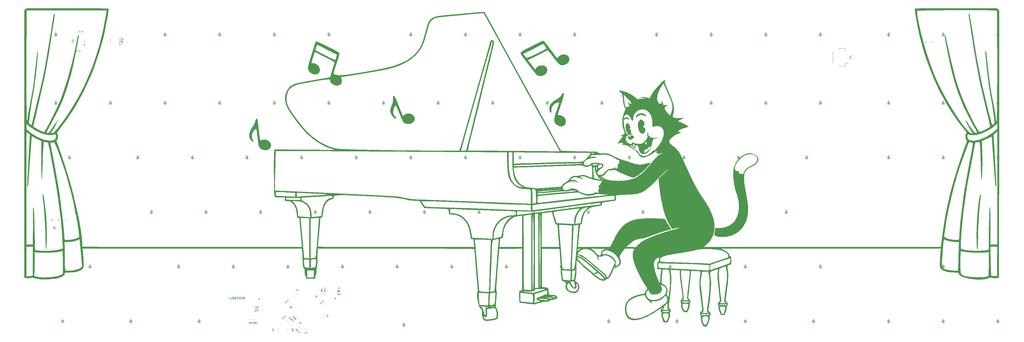
<source format=gbr>
%TF.GenerationSoftware,KiCad,Pcbnew,8.0.1*%
%TF.CreationDate,2025-12-30T16:32:45+09:00*%
%TF.ProjectId,rubrejaneTKL_RP2040_Piano,72756272-656a-4616-9e65-544b4c5f5250,rev?*%
%TF.SameCoordinates,Original*%
%TF.FileFunction,Legend,Bot*%
%TF.FilePolarity,Positive*%
%FSLAX46Y46*%
G04 Gerber Fmt 4.6, Leading zero omitted, Abs format (unit mm)*
G04 Created by KiCad (PCBNEW 8.0.1) date 2025-12-30 16:32:45*
%MOMM*%
%LPD*%
G01*
G04 APERTURE LIST*
%ADD10C,0.000000*%
%ADD11C,0.100000*%
%ADD12C,0.075000*%
%ADD13C,0.150000*%
%ADD14C,0.120000*%
G04 APERTURE END LIST*
D10*
G36*
X75630104Y-144694234D02*
G01*
X75645098Y-144700997D01*
X75660911Y-144712113D01*
X75694965Y-144747615D01*
X75732198Y-144801157D01*
X75757316Y-144873483D01*
X75790870Y-145019806D01*
X75880022Y-145511279D01*
X75993137Y-146229248D01*
X76123697Y-147127380D01*
X76411081Y-149278816D01*
X76554870Y-150439458D01*
X76690032Y-151594944D01*
X76818892Y-153142435D01*
X76910244Y-155049190D01*
X76964230Y-157138728D01*
X76980993Y-159234568D01*
X76960676Y-161160231D01*
X76903422Y-162739236D01*
X76809375Y-163795103D01*
X76748598Y-164071709D01*
X76714779Y-164137529D01*
X76678677Y-164151351D01*
X76672649Y-164143812D01*
X76666519Y-164125629D01*
X76654002Y-164058405D01*
X76628261Y-163808052D01*
X76602190Y-163417479D01*
X76576528Y-162903877D01*
X76552010Y-162284436D01*
X76529373Y-161576345D01*
X76509356Y-160796795D01*
X76492694Y-159962974D01*
X76454013Y-158220933D01*
X76396405Y-156525438D01*
X76318128Y-154850510D01*
X76217444Y-153170169D01*
X76092612Y-151458436D01*
X75941893Y-149689334D01*
X75763546Y-147836881D01*
X75555833Y-145875101D01*
X75538276Y-145701954D01*
X75524846Y-145540993D01*
X75515475Y-145392635D01*
X75510094Y-145257298D01*
X75508637Y-145135400D01*
X75511036Y-145027361D01*
X75517224Y-144933597D01*
X75527131Y-144854528D01*
X75540691Y-144790571D01*
X75557836Y-144742145D01*
X75567732Y-144723886D01*
X75578498Y-144709668D01*
X75590128Y-144699541D01*
X75602610Y-144693558D01*
X75615938Y-144691772D01*
X75630104Y-144694234D01*
G37*
G36*
X257129455Y-109476687D02*
G01*
X257154055Y-109479722D01*
X257178120Y-109485209D01*
X257201588Y-109493161D01*
X257224395Y-109503592D01*
X257246475Y-109516513D01*
X257267767Y-109531938D01*
X257288206Y-109549881D01*
X257307728Y-109570355D01*
X257326269Y-109593372D01*
X257343766Y-109618946D01*
X257360155Y-109647089D01*
X257375372Y-109677816D01*
X257389353Y-109711138D01*
X257392849Y-109728505D01*
X257393388Y-109754279D01*
X257385823Y-109830262D01*
X257367110Y-109937508D01*
X257337702Y-110074440D01*
X257248611Y-110431047D01*
X257122174Y-110887456D01*
X256962013Y-111431041D01*
X256771749Y-112049177D01*
X256555005Y-112729235D01*
X256315403Y-113458590D01*
X255148033Y-116961567D01*
X255890201Y-117112617D01*
X256131324Y-117169422D01*
X256360005Y-117239021D01*
X256575811Y-117320967D01*
X256778313Y-117414814D01*
X256967078Y-117520116D01*
X257141677Y-117636426D01*
X257223529Y-117698570D01*
X257301677Y-117763298D01*
X257376068Y-117830556D01*
X257446648Y-117900286D01*
X257513362Y-117972434D01*
X257576158Y-118046943D01*
X257634981Y-118123758D01*
X257689777Y-118202823D01*
X257740492Y-118284081D01*
X257787073Y-118367479D01*
X257829466Y-118452958D01*
X257867616Y-118540465D01*
X257901470Y-118629942D01*
X257930974Y-118721335D01*
X257956074Y-118814587D01*
X257976716Y-118909642D01*
X257992847Y-119006445D01*
X258004412Y-119104940D01*
X258011357Y-119205072D01*
X258013629Y-119306783D01*
X258007544Y-119474123D01*
X257989946Y-119633738D01*
X257961330Y-119785501D01*
X257922190Y-119929283D01*
X257873021Y-120064959D01*
X257814318Y-120192399D01*
X257746574Y-120311476D01*
X257670285Y-120422063D01*
X257585944Y-120524033D01*
X257494046Y-120617256D01*
X257395087Y-120701607D01*
X257289559Y-120776957D01*
X257177959Y-120843179D01*
X257060779Y-120900146D01*
X256938515Y-120947729D01*
X256811662Y-120985801D01*
X256680713Y-121014234D01*
X256546163Y-121032902D01*
X256408507Y-121041676D01*
X256268239Y-121040429D01*
X256125854Y-121029033D01*
X255981846Y-121007360D01*
X255836709Y-120975284D01*
X255690939Y-120932676D01*
X255545029Y-120879409D01*
X255399475Y-120815356D01*
X255254770Y-120740388D01*
X255111409Y-120654378D01*
X254969886Y-120557199D01*
X254830697Y-120448723D01*
X254694335Y-120328822D01*
X254561296Y-120197369D01*
X254475286Y-120105535D01*
X254395272Y-120015771D01*
X254321353Y-119927230D01*
X254253626Y-119839069D01*
X254192189Y-119750440D01*
X254137139Y-119660497D01*
X254088576Y-119568396D01*
X254046596Y-119473289D01*
X254011297Y-119374331D01*
X253982777Y-119270676D01*
X253961134Y-119161479D01*
X253946467Y-119045892D01*
X253938872Y-118923071D01*
X253938448Y-118792170D01*
X253945292Y-118652342D01*
X253959502Y-118502742D01*
X253981177Y-118342524D01*
X254010413Y-118170841D01*
X254047310Y-117986849D01*
X254091964Y-117789701D01*
X254144474Y-117578551D01*
X254204937Y-117352553D01*
X254273451Y-117110862D01*
X254350115Y-116852631D01*
X254528280Y-116283168D01*
X254740216Y-115637397D01*
X254986705Y-114908549D01*
X255268530Y-114089860D01*
X255430117Y-113616401D01*
X255492834Y-113423293D01*
X255543255Y-113257007D01*
X255581198Y-113115852D01*
X255606479Y-112998133D01*
X255618917Y-112902156D01*
X255620263Y-112861792D01*
X255618329Y-112826229D01*
X255613092Y-112795255D01*
X255604530Y-112768658D01*
X255592620Y-112746227D01*
X255577340Y-112727750D01*
X255558665Y-112713015D01*
X255536574Y-112701811D01*
X255511043Y-112693926D01*
X255482050Y-112689148D01*
X255413585Y-112688068D01*
X255330997Y-112696877D01*
X255234102Y-112713882D01*
X255122718Y-112737389D01*
X255005995Y-112765894D01*
X254891011Y-112799724D01*
X254777905Y-112838702D01*
X254666820Y-112882654D01*
X254557898Y-112931404D01*
X254451279Y-112984777D01*
X254347105Y-113042597D01*
X254245517Y-113104689D01*
X254146658Y-113170878D01*
X254050668Y-113240988D01*
X253957690Y-113314843D01*
X253867864Y-113392270D01*
X253781332Y-113473091D01*
X253698235Y-113557132D01*
X253618715Y-113644217D01*
X253542914Y-113734171D01*
X253470973Y-113826819D01*
X253403033Y-113921985D01*
X253339237Y-114019494D01*
X253279724Y-114119170D01*
X253224638Y-114220838D01*
X253174119Y-114324323D01*
X253128309Y-114429449D01*
X253087349Y-114536040D01*
X253051382Y-114643923D01*
X253020547Y-114752921D01*
X252994987Y-114862858D01*
X252974844Y-114973559D01*
X252960259Y-115084850D01*
X252951372Y-115196554D01*
X252948327Y-115308497D01*
X252951264Y-115420502D01*
X252956521Y-115578464D01*
X252954936Y-115722275D01*
X252946991Y-115851389D01*
X252933172Y-115965264D01*
X252913959Y-116063357D01*
X252889839Y-116145123D01*
X252876089Y-116179713D01*
X252861293Y-116210019D01*
X252845511Y-116235971D01*
X252828805Y-116257502D01*
X252811234Y-116274543D01*
X252792859Y-116287027D01*
X252773740Y-116294886D01*
X252753938Y-116298052D01*
X252733513Y-116296457D01*
X252712525Y-116290033D01*
X252691035Y-116278712D01*
X252669105Y-116262426D01*
X252646792Y-116241107D01*
X252624160Y-116214687D01*
X252601266Y-116183099D01*
X252578173Y-116146274D01*
X252554941Y-116104144D01*
X252531629Y-116056642D01*
X252485011Y-115945247D01*
X252428624Y-115787364D01*
X252380114Y-115631148D01*
X252339483Y-115476601D01*
X252306730Y-115323721D01*
X252281855Y-115172511D01*
X252264858Y-115022968D01*
X252255738Y-114875095D01*
X252254496Y-114728890D01*
X252261131Y-114584355D01*
X252275643Y-114441489D01*
X252298032Y-114300292D01*
X252328297Y-114160765D01*
X252366440Y-114022907D01*
X252412459Y-113886719D01*
X252466354Y-113752201D01*
X252528125Y-113619354D01*
X252597772Y-113488177D01*
X252675296Y-113358670D01*
X252760694Y-113230834D01*
X252853969Y-113104669D01*
X252955118Y-112980175D01*
X253064143Y-112857352D01*
X253181043Y-112736201D01*
X253305818Y-112616721D01*
X253438467Y-112498912D01*
X253578991Y-112382775D01*
X253883663Y-112155518D01*
X254219830Y-111934950D01*
X254587492Y-111721072D01*
X254778195Y-111613702D01*
X254959803Y-111505947D01*
X255132491Y-111397647D01*
X255296433Y-111288643D01*
X255451807Y-111178774D01*
X255598786Y-111067880D01*
X255737547Y-110955803D01*
X255868264Y-110842381D01*
X255991112Y-110727455D01*
X256106267Y-110610865D01*
X256213905Y-110492451D01*
X256314200Y-110372054D01*
X256407328Y-110249512D01*
X256493464Y-110124668D01*
X256572783Y-109997359D01*
X256645461Y-109867428D01*
X256668084Y-109826369D01*
X256691385Y-109787514D01*
X256715301Y-109750874D01*
X256739767Y-109716463D01*
X256764721Y-109684294D01*
X256790097Y-109654380D01*
X256815832Y-109626735D01*
X256841863Y-109601370D01*
X256868126Y-109578301D01*
X256894556Y-109557539D01*
X256921091Y-109539098D01*
X256947666Y-109522990D01*
X256974216Y-109509230D01*
X257000680Y-109497829D01*
X257026993Y-109488802D01*
X257053090Y-109482161D01*
X257078909Y-109477920D01*
X257104385Y-109476090D01*
X257129455Y-109476687D01*
G37*
G36*
X279092714Y-117794594D02*
G01*
X279142012Y-117799402D01*
X279192488Y-117806954D01*
X279244094Y-117817282D01*
X279296780Y-117830420D01*
X279350496Y-117846399D01*
X279405193Y-117865252D01*
X279469344Y-117891392D01*
X279534000Y-117922900D01*
X279598520Y-117959148D01*
X279662263Y-117999508D01*
X279724590Y-118043353D01*
X279784859Y-118090052D01*
X279842429Y-118138980D01*
X279896659Y-118189508D01*
X279946910Y-118241008D01*
X279992539Y-118292852D01*
X280032906Y-118344412D01*
X280067371Y-118395060D01*
X280095292Y-118444168D01*
X280106599Y-118467949D01*
X280116029Y-118491109D01*
X280123503Y-118513569D01*
X280128941Y-118535253D01*
X280132263Y-118556080D01*
X280133388Y-118575974D01*
X280133133Y-118589360D01*
X280132350Y-118601849D01*
X280131013Y-118613441D01*
X280129095Y-118624135D01*
X280126571Y-118633929D01*
X280123414Y-118642821D01*
X280119596Y-118650812D01*
X280115093Y-118657899D01*
X280109877Y-118664083D01*
X280103923Y-118669360D01*
X280100660Y-118671660D01*
X280097203Y-118673732D01*
X280089692Y-118677196D01*
X280081363Y-118679751D01*
X280072189Y-118681396D01*
X280062145Y-118682130D01*
X280051204Y-118681952D01*
X280039339Y-118680861D01*
X280026524Y-118678856D01*
X280012733Y-118675935D01*
X279997940Y-118672097D01*
X279982117Y-118667342D01*
X279965239Y-118661668D01*
X279947279Y-118655074D01*
X279928211Y-118647559D01*
X279908009Y-118639122D01*
X279886645Y-118629762D01*
X279864095Y-118619477D01*
X279840330Y-118608267D01*
X279789055Y-118583065D01*
X279732608Y-118554148D01*
X279630695Y-118503240D01*
X279534607Y-118459897D01*
X279444008Y-118424154D01*
X279358563Y-118396045D01*
X279277937Y-118375605D01*
X279239326Y-118368272D01*
X279201795Y-118362869D01*
X279165300Y-118359400D01*
X279129802Y-118357870D01*
X279095256Y-118358283D01*
X279061622Y-118360643D01*
X279028857Y-118364956D01*
X278996920Y-118371224D01*
X278965769Y-118379452D01*
X278935362Y-118389646D01*
X278905658Y-118401808D01*
X278876613Y-118415943D01*
X278848187Y-118432057D01*
X278820337Y-118450152D01*
X278793022Y-118470233D01*
X278766199Y-118492305D01*
X278739827Y-118516372D01*
X278713864Y-118542438D01*
X278662997Y-118600585D01*
X278613263Y-118666781D01*
X278538873Y-118772188D01*
X278508748Y-118813032D01*
X278482900Y-118845702D01*
X278471477Y-118858909D01*
X278461001Y-118869997D01*
X278451431Y-118878942D01*
X278442725Y-118885717D01*
X278434842Y-118890298D01*
X278427743Y-118892660D01*
X278421385Y-118892778D01*
X278415727Y-118890627D01*
X278410731Y-118886180D01*
X278406352Y-118879415D01*
X278402553Y-118870304D01*
X278399290Y-118858824D01*
X278396523Y-118844949D01*
X278394212Y-118828654D01*
X278390791Y-118788703D01*
X278388701Y-118738771D01*
X278387613Y-118678657D01*
X278387136Y-118527080D01*
X278388386Y-118471868D01*
X278392104Y-118418562D01*
X278398239Y-118367193D01*
X278406744Y-118317792D01*
X278417566Y-118270394D01*
X278430658Y-118225029D01*
X278445970Y-118181731D01*
X278463451Y-118140531D01*
X278483054Y-118101462D01*
X278504727Y-118064556D01*
X278528421Y-118029846D01*
X278554088Y-117997362D01*
X278581677Y-117967140D01*
X278611139Y-117939209D01*
X278642423Y-117913603D01*
X278675482Y-117890354D01*
X278710265Y-117869494D01*
X278746721Y-117851055D01*
X278784804Y-117835070D01*
X278824461Y-117821572D01*
X278865644Y-117810591D01*
X278908304Y-117802161D01*
X278952390Y-117796314D01*
X278997854Y-117793083D01*
X279044645Y-117792498D01*
X279092714Y-117794594D01*
G37*
G36*
X252460564Y-93968696D02*
G01*
X253893691Y-95917074D01*
X254639873Y-96922477D01*
X254896578Y-97256884D01*
X255508643Y-96674509D01*
X255672384Y-96529749D01*
X255841186Y-96401514D01*
X256014205Y-96289413D01*
X256190592Y-96193058D01*
X256369501Y-96112058D01*
X256550086Y-96046026D01*
X256731500Y-95994572D01*
X256912896Y-95957306D01*
X257093428Y-95933838D01*
X257272248Y-95923781D01*
X257448510Y-95926744D01*
X257621367Y-95942338D01*
X257789974Y-95970174D01*
X257953482Y-96009863D01*
X258111045Y-96061015D01*
X258261818Y-96123241D01*
X258404952Y-96196151D01*
X258539601Y-96279357D01*
X258664919Y-96372469D01*
X258780059Y-96475098D01*
X258884174Y-96586854D01*
X258976417Y-96707349D01*
X259055942Y-96836193D01*
X259121902Y-96972996D01*
X259173451Y-97117369D01*
X259209742Y-97268924D01*
X259229927Y-97427270D01*
X259233161Y-97592019D01*
X259218596Y-97762781D01*
X259185386Y-97939167D01*
X259132685Y-98120788D01*
X259059646Y-98307253D01*
X259016967Y-98400502D01*
X258974280Y-98486844D01*
X258930918Y-98566924D01*
X258886215Y-98641387D01*
X258839507Y-98710878D01*
X258790129Y-98776039D01*
X258737415Y-98837518D01*
X258680702Y-98895957D01*
X258619322Y-98952003D01*
X258552611Y-99006299D01*
X258479905Y-99059489D01*
X258400538Y-99112220D01*
X258313844Y-99165134D01*
X258219159Y-99218877D01*
X258115818Y-99274094D01*
X258003155Y-99331428D01*
X257706485Y-99472382D01*
X257567031Y-99532460D01*
X257432785Y-99585206D01*
X257303216Y-99630318D01*
X257177790Y-99667495D01*
X257055973Y-99696438D01*
X256937231Y-99716845D01*
X256821033Y-99728415D01*
X256706844Y-99730848D01*
X256594131Y-99723843D01*
X256482360Y-99707099D01*
X256370999Y-99680316D01*
X256259513Y-99643192D01*
X256147371Y-99595428D01*
X256034037Y-99536722D01*
X255918979Y-99466774D01*
X255801664Y-99385283D01*
X255681558Y-99291948D01*
X255558128Y-99186468D01*
X255430841Y-99068544D01*
X255299163Y-98937873D01*
X255162561Y-98794155D01*
X255020501Y-98637090D01*
X254717876Y-98281715D01*
X254387020Y-97869342D01*
X254023668Y-97397565D01*
X253623553Y-96863977D01*
X253264464Y-96384864D01*
X252923271Y-95938247D01*
X252607883Y-95533867D01*
X252326209Y-95181466D01*
X252086157Y-94890783D01*
X251895638Y-94671561D01*
X251762559Y-94533540D01*
X251720032Y-94498023D01*
X251694831Y-94486459D01*
X251661305Y-94496095D01*
X251594351Y-94522781D01*
X251367405Y-94623799D01*
X251028481Y-94782504D01*
X250592067Y-94991889D01*
X249484726Y-95534659D01*
X248161289Y-96196037D01*
X244784046Y-97897759D01*
X246029124Y-99549710D01*
X247274203Y-101201664D01*
X247536131Y-100770338D01*
X247609727Y-100659661D01*
X247691642Y-100555212D01*
X247781319Y-100457032D01*
X247878202Y-100365158D01*
X247981733Y-100279629D01*
X248091357Y-100200483D01*
X248206516Y-100127760D01*
X248326653Y-100061498D01*
X248451211Y-100001736D01*
X248579634Y-99948512D01*
X248711365Y-99901866D01*
X248845847Y-99861836D01*
X248982523Y-99828460D01*
X249120836Y-99801777D01*
X249260230Y-99781827D01*
X249400147Y-99768646D01*
X249540031Y-99762276D01*
X249679325Y-99762753D01*
X249817472Y-99770117D01*
X249953916Y-99784407D01*
X250088098Y-99805660D01*
X250219464Y-99833917D01*
X250347455Y-99869215D01*
X250471515Y-99911593D01*
X250591087Y-99961090D01*
X250705614Y-100017744D01*
X250814540Y-100081595D01*
X250917308Y-100152681D01*
X251013360Y-100231040D01*
X251102140Y-100316712D01*
X251183091Y-100409734D01*
X251255656Y-100510146D01*
X251345318Y-100662233D01*
X251416643Y-100815894D01*
X251470268Y-100970553D01*
X251506830Y-101125632D01*
X251526966Y-101280552D01*
X251531315Y-101434736D01*
X251520513Y-101587604D01*
X251495198Y-101738580D01*
X251456008Y-101887084D01*
X251403579Y-102032540D01*
X251338549Y-102174368D01*
X251261556Y-102311991D01*
X251173237Y-102444830D01*
X251074229Y-102572308D01*
X250965169Y-102693846D01*
X250846696Y-102808867D01*
X250719447Y-102916792D01*
X250584059Y-103017042D01*
X250441168Y-103109041D01*
X250291414Y-103192210D01*
X250135433Y-103265970D01*
X249973863Y-103329744D01*
X249807341Y-103382953D01*
X249636504Y-103425020D01*
X249461989Y-103455366D01*
X249284436Y-103473414D01*
X249104480Y-103478584D01*
X248922759Y-103470300D01*
X248739910Y-103447982D01*
X248556571Y-103411054D01*
X248373380Y-103358936D01*
X248190973Y-103291050D01*
X248142433Y-103264678D01*
X248082336Y-103221376D01*
X247928839Y-103085722D01*
X247733220Y-102887561D01*
X247498216Y-102630367D01*
X247226567Y-102317613D01*
X246921011Y-101952774D01*
X246219129Y-101080734D01*
X245414478Y-100042036D01*
X244528964Y-98864470D01*
X243584494Y-97575826D01*
X242602975Y-96203894D01*
X242473781Y-96020616D01*
X242416798Y-95937095D01*
X242365786Y-95858185D01*
X242321413Y-95783283D01*
X242284350Y-95711787D01*
X242279772Y-95700974D01*
X243194093Y-95700974D01*
X243624532Y-96290335D01*
X243984808Y-96781795D01*
X244248821Y-97136394D01*
X244281918Y-97148960D01*
X244347581Y-97144570D01*
X244568352Y-97088764D01*
X244894623Y-96976656D01*
X245309887Y-96815929D01*
X246341355Y-96379343D01*
X247530681Y-95840458D01*
X248745791Y-95260726D01*
X249854612Y-94701602D01*
X250725070Y-94224538D01*
X251029640Y-94035982D01*
X251225091Y-93890987D01*
X251233656Y-93876424D01*
X251235854Y-93854367D01*
X251232044Y-93825336D01*
X251222586Y-93789854D01*
X251188166Y-93701625D01*
X251135472Y-93593852D01*
X251067385Y-93470710D01*
X250986784Y-93336375D01*
X250896546Y-93195021D01*
X250799551Y-93050823D01*
X250698678Y-92907954D01*
X250596807Y-92770590D01*
X250496815Y-92642906D01*
X250401583Y-92529076D01*
X250313989Y-92433274D01*
X250236912Y-92359676D01*
X250203217Y-92332507D01*
X250173231Y-92312455D01*
X250147314Y-92300042D01*
X250125825Y-92295788D01*
X250096506Y-92304616D01*
X250033322Y-92330520D01*
X249812570Y-92430072D01*
X249044029Y-92795761D01*
X247935623Y-93337113D01*
X246602770Y-93998382D01*
X243194093Y-95700974D01*
X242279772Y-95700974D01*
X242255267Y-95643096D01*
X242234834Y-95576609D01*
X242228070Y-95544003D01*
X242223721Y-95511723D01*
X242221869Y-95479692D01*
X242222598Y-95447836D01*
X242225992Y-95416079D01*
X242232135Y-95384347D01*
X242241110Y-95352564D01*
X242253002Y-95320654D01*
X242267893Y-95288543D01*
X242285869Y-95256155D01*
X242307012Y-95223416D01*
X242331406Y-95190249D01*
X242359136Y-95156580D01*
X242390284Y-95122333D01*
X242463172Y-95051807D01*
X242550740Y-94978067D01*
X242653658Y-94900513D01*
X242772597Y-94818542D01*
X242908226Y-94731554D01*
X243061216Y-94638946D01*
X243232236Y-94540115D01*
X243421956Y-94434462D01*
X243631047Y-94321383D01*
X244110021Y-94070543D01*
X244674517Y-93782781D01*
X246081518Y-93077235D01*
X248389413Y-91928298D01*
X249115775Y-91577392D01*
X249620831Y-91348339D01*
X249952395Y-91220745D01*
X250068059Y-91188622D01*
X250158280Y-91174218D01*
X250229035Y-91174983D01*
X250286300Y-91188367D01*
X250384267Y-91242799D01*
X250409936Y-91267225D01*
X250454468Y-91317633D01*
X250595853Y-91490807D01*
X250799877Y-91751136D01*
X251057997Y-92087438D01*
X251361671Y-92488528D01*
X251702352Y-92943224D01*
X252376032Y-93854367D01*
X252460564Y-93968696D01*
G37*
G36*
X281708816Y-124518089D02*
G01*
X281734724Y-124553279D01*
X281755827Y-124589411D01*
X281772138Y-124626439D01*
X281783674Y-124664317D01*
X281790451Y-124703000D01*
X281792484Y-124742443D01*
X281789789Y-124782600D01*
X281782381Y-124823426D01*
X281770277Y-124864876D01*
X281753491Y-124906904D01*
X281732040Y-124949465D01*
X281705939Y-124992513D01*
X281675204Y-125036002D01*
X281639850Y-125079889D01*
X281599894Y-125124126D01*
X281555350Y-125168669D01*
X281506235Y-125213473D01*
X281452564Y-125258491D01*
X281394353Y-125303679D01*
X281331618Y-125348990D01*
X281264373Y-125394381D01*
X281192636Y-125439805D01*
X281116420Y-125485217D01*
X281035744Y-125530571D01*
X280950620Y-125575822D01*
X280908287Y-125596369D01*
X280865774Y-125614309D01*
X280823109Y-125629652D01*
X280780318Y-125642410D01*
X280737428Y-125652595D01*
X280694463Y-125660218D01*
X280651451Y-125665291D01*
X280608418Y-125667825D01*
X280565390Y-125667832D01*
X280522393Y-125665323D01*
X280479454Y-125660310D01*
X280436599Y-125652804D01*
X280393853Y-125642816D01*
X280351243Y-125630359D01*
X280308796Y-125615444D01*
X280266538Y-125598083D01*
X280224494Y-125578285D01*
X280182692Y-125556065D01*
X280141156Y-125531432D01*
X280099914Y-125504398D01*
X280058992Y-125474976D01*
X280018416Y-125443175D01*
X279978212Y-125409009D01*
X279938406Y-125372487D01*
X279899026Y-125333623D01*
X279860096Y-125292427D01*
X279821642Y-125248912D01*
X279783693Y-125203087D01*
X279709408Y-125104558D01*
X279637451Y-124996934D01*
X279611190Y-124947885D01*
X279594032Y-124899066D01*
X279585589Y-124850630D01*
X279585475Y-124802731D01*
X279593302Y-124755522D01*
X279608683Y-124709157D01*
X279631231Y-124663788D01*
X279641311Y-124648590D01*
X279897785Y-124648590D01*
X279898334Y-124662147D01*
X279901804Y-124674621D01*
X279908049Y-124686009D01*
X279916924Y-124696313D01*
X279928285Y-124705532D01*
X279941986Y-124713667D01*
X279957882Y-124720717D01*
X279975830Y-124726682D01*
X279995683Y-124731563D01*
X280017298Y-124735359D01*
X280040529Y-124738071D01*
X280065231Y-124739698D01*
X280091260Y-124740240D01*
X280118471Y-124739698D01*
X280146719Y-124738071D01*
X280175859Y-124735359D01*
X280205746Y-124731563D01*
X280236236Y-124726682D01*
X280267183Y-124720717D01*
X280298443Y-124713667D01*
X280329871Y-124705532D01*
X280361322Y-124696313D01*
X280392651Y-124686009D01*
X280423713Y-124674621D01*
X280454364Y-124662147D01*
X280484459Y-124648590D01*
X280513853Y-124633947D01*
X280542400Y-124618221D01*
X280569957Y-124601409D01*
X280599428Y-124581547D01*
X280612310Y-124572298D01*
X280623940Y-124563492D01*
X280634308Y-124555118D01*
X280643403Y-124547168D01*
X280651213Y-124539633D01*
X280657727Y-124532501D01*
X280662934Y-124525765D01*
X280666823Y-124519415D01*
X280669382Y-124513441D01*
X280670601Y-124507834D01*
X280670704Y-124505165D01*
X280670468Y-124502584D01*
X280669890Y-124500091D01*
X280668972Y-124497683D01*
X280666101Y-124493120D01*
X280661845Y-124488886D01*
X280656193Y-124484972D01*
X280649132Y-124481368D01*
X280640653Y-124478065D01*
X280630743Y-124475054D01*
X280619393Y-124472325D01*
X280606589Y-124469868D01*
X280592322Y-124467674D01*
X280576579Y-124465734D01*
X280559351Y-124464038D01*
X280540625Y-124462577D01*
X280498636Y-124460322D01*
X280450524Y-124458893D01*
X280396198Y-124458215D01*
X280355791Y-124458653D01*
X280315612Y-124460572D01*
X280275906Y-124463899D01*
X280236920Y-124468558D01*
X280198901Y-124474475D01*
X280162096Y-124481576D01*
X280126752Y-124489788D01*
X280093115Y-124499035D01*
X280061433Y-124509245D01*
X280031951Y-124520342D01*
X280004918Y-124532252D01*
X279980578Y-124544902D01*
X279959180Y-124558216D01*
X279940971Y-124572122D01*
X279926196Y-124586544D01*
X279915103Y-124601409D01*
X279906024Y-124618221D01*
X279900299Y-124633947D01*
X279897785Y-124648590D01*
X279641311Y-124648590D01*
X279660559Y-124619569D01*
X279696279Y-124576653D01*
X279738004Y-124535194D01*
X279785348Y-124495345D01*
X279837922Y-124457259D01*
X279895340Y-124421089D01*
X279957214Y-124386990D01*
X280023157Y-124355113D01*
X280092782Y-124325613D01*
X280165702Y-124298643D01*
X280241529Y-124274356D01*
X280319877Y-124252906D01*
X280400357Y-124234445D01*
X280482584Y-124219127D01*
X280566169Y-124207106D01*
X280650725Y-124198535D01*
X280735866Y-124193567D01*
X280821204Y-124192355D01*
X280906351Y-124195053D01*
X280990921Y-124201813D01*
X281074527Y-124212790D01*
X281156781Y-124228137D01*
X281237295Y-124248007D01*
X281315683Y-124272553D01*
X281391558Y-124301929D01*
X281451551Y-124329258D01*
X281506627Y-124357847D01*
X281556803Y-124387649D01*
X281602094Y-124418620D01*
X281642516Y-124450714D01*
X281678085Y-124483886D01*
X281697204Y-124505165D01*
X281708816Y-124518089D01*
G37*
G36*
X402772336Y-144780125D02*
G01*
X402781189Y-144783991D01*
X402788882Y-144790438D01*
X402795319Y-144799566D01*
X402800402Y-144811475D01*
X402804036Y-144826266D01*
X402806123Y-144844038D01*
X402806567Y-144864893D01*
X402511450Y-147811691D01*
X402181437Y-151374642D01*
X402057184Y-152991915D01*
X401958326Y-154530607D01*
X401883534Y-156013882D01*
X401831477Y-157464906D01*
X401800826Y-158906844D01*
X401790250Y-160362860D01*
X401782669Y-161631520D01*
X401762023Y-162657447D01*
X401729487Y-163431444D01*
X401686239Y-163944311D01*
X401660965Y-164099947D01*
X401633454Y-164186850D01*
X401618905Y-164204169D01*
X401603853Y-164203873D01*
X401572309Y-164149864D01*
X401538970Y-164023673D01*
X401503982Y-163824152D01*
X401429649Y-163200516D01*
X401358321Y-162321222D01*
X401308533Y-161348757D01*
X401270604Y-159176299D01*
X401309905Y-156787108D01*
X401420481Y-154285150D01*
X401596378Y-151774393D01*
X401831641Y-149358803D01*
X402120315Y-147142346D01*
X402456444Y-145228990D01*
X402462915Y-145200917D01*
X402470640Y-145172918D01*
X402489466Y-145117547D01*
X402512149Y-145063677D01*
X402537918Y-145012111D01*
X402565998Y-144963650D01*
X402595619Y-144919096D01*
X402626007Y-144879252D01*
X402656390Y-144844919D01*
X402685995Y-144816899D01*
X402700264Y-144805508D01*
X402714050Y-144795995D01*
X402727255Y-144788461D01*
X402739782Y-144783007D01*
X402751536Y-144779733D01*
X402762420Y-144778739D01*
X402772336Y-144780125D01*
G37*
G36*
X284209760Y-118664061D02*
G01*
X284233259Y-118666518D01*
X284257511Y-118670616D01*
X284282673Y-118676331D01*
X284308901Y-118683637D01*
X284336351Y-118692511D01*
X284395539Y-118714860D01*
X284461484Y-118743183D01*
X284535433Y-118777281D01*
X284618633Y-118816958D01*
X284689671Y-118853994D01*
X284757860Y-118895194D01*
X284823133Y-118940307D01*
X284885422Y-118989083D01*
X284944662Y-119041269D01*
X285000785Y-119096616D01*
X285053726Y-119154871D01*
X285103416Y-119215784D01*
X285149790Y-119279105D01*
X285192782Y-119344582D01*
X285232323Y-119411964D01*
X285268348Y-119481000D01*
X285300790Y-119551438D01*
X285329582Y-119623029D01*
X285354658Y-119695522D01*
X285375951Y-119768664D01*
X285393394Y-119842205D01*
X285406920Y-119915894D01*
X285416464Y-119989480D01*
X285421958Y-120062712D01*
X285423336Y-120135340D01*
X285420530Y-120207111D01*
X285413475Y-120277776D01*
X285402103Y-120347082D01*
X285386348Y-120414780D01*
X285366144Y-120480617D01*
X285341423Y-120544344D01*
X285312119Y-120605708D01*
X285278166Y-120664460D01*
X285239496Y-120720348D01*
X285196043Y-120773120D01*
X285147740Y-120822527D01*
X284779287Y-121169158D01*
X285311013Y-121442445D01*
X285387328Y-121487224D01*
X285455940Y-121538853D01*
X285517003Y-121596790D01*
X285570671Y-121660492D01*
X285617100Y-121729417D01*
X285656443Y-121803022D01*
X285688856Y-121880765D01*
X285714493Y-121962104D01*
X285733509Y-122046495D01*
X285746057Y-122133397D01*
X285752294Y-122222267D01*
X285752373Y-122312563D01*
X285746449Y-122403742D01*
X285734677Y-122495261D01*
X285717210Y-122586579D01*
X285694205Y-122677152D01*
X285665815Y-122766439D01*
X285632196Y-122853897D01*
X285593501Y-122938983D01*
X285549885Y-123021155D01*
X285501502Y-123099871D01*
X285448509Y-123174587D01*
X285391058Y-123244763D01*
X285329305Y-123309854D01*
X285263404Y-123369319D01*
X285193510Y-123422616D01*
X285119778Y-123469201D01*
X285042361Y-123508533D01*
X284961415Y-123540068D01*
X284877095Y-123563265D01*
X284789554Y-123577581D01*
X284698947Y-123582474D01*
X284573453Y-123572022D01*
X284451544Y-123541432D01*
X284333470Y-123491853D01*
X284219480Y-123424437D01*
X284109824Y-123340331D01*
X284004752Y-123240686D01*
X283904513Y-123126651D01*
X283809356Y-122999376D01*
X283719531Y-122860012D01*
X283635288Y-122709706D01*
X283556877Y-122549609D01*
X283484546Y-122380871D01*
X283418546Y-122204642D01*
X283359125Y-122022070D01*
X283306535Y-121834306D01*
X283261023Y-121642499D01*
X283222840Y-121447799D01*
X283192235Y-121251356D01*
X283169458Y-121054319D01*
X283154758Y-120857838D01*
X283148385Y-120663062D01*
X283150588Y-120471142D01*
X283161618Y-120283226D01*
X283181723Y-120100465D01*
X283211153Y-119924008D01*
X283250158Y-119755005D01*
X283298987Y-119594605D01*
X283357890Y-119443958D01*
X283427117Y-119304215D01*
X283506916Y-119176523D01*
X283597538Y-119062034D01*
X283699231Y-118961896D01*
X283774603Y-118897208D01*
X283841767Y-118840856D01*
X283901970Y-118792644D01*
X283956461Y-118752374D01*
X283981953Y-118735156D01*
X284006485Y-118719850D01*
X284030212Y-118706431D01*
X284053290Y-118694874D01*
X284075875Y-118685155D01*
X284098123Y-118677250D01*
X284120189Y-118671133D01*
X284142230Y-118666781D01*
X284164402Y-118664167D01*
X284186860Y-118663269D01*
X284209760Y-118664061D01*
G37*
G36*
X198049356Y-110367913D02*
G01*
X198074179Y-110372008D01*
X198086644Y-110375463D01*
X198099180Y-110379928D01*
X198111813Y-110385458D01*
X198124570Y-110392106D01*
X198137476Y-110399926D01*
X198150559Y-110408972D01*
X198177360Y-110430958D01*
X198205182Y-110458494D01*
X198234237Y-110492012D01*
X198264736Y-110531943D01*
X198296890Y-110578718D01*
X198330910Y-110632769D01*
X198367007Y-110694526D01*
X198405393Y-110764420D01*
X198446277Y-110842884D01*
X198489872Y-110930348D01*
X198536387Y-111027243D01*
X198586035Y-111134001D01*
X198639027Y-111251052D01*
X198695572Y-111378828D01*
X198755883Y-111517761D01*
X198820171Y-111668280D01*
X198961519Y-112005805D01*
X199121306Y-112394853D01*
X199301219Y-112838874D01*
X199502947Y-113341316D01*
X199728177Y-113905630D01*
X201154001Y-117484569D01*
X201462193Y-117205168D01*
X201632846Y-117062906D01*
X201809827Y-116939741D01*
X201992115Y-116835092D01*
X202178691Y-116748372D01*
X202368537Y-116679001D01*
X202560633Y-116626394D01*
X202753958Y-116589968D01*
X202947494Y-116569139D01*
X203140223Y-116563323D01*
X203331123Y-116571939D01*
X203519176Y-116594402D01*
X203703363Y-116630129D01*
X203882664Y-116678537D01*
X204056060Y-116739042D01*
X204222531Y-116811060D01*
X204381059Y-116894009D01*
X204530623Y-116987305D01*
X204670204Y-117090364D01*
X204798784Y-117202604D01*
X204915343Y-117323441D01*
X205018861Y-117452291D01*
X205108318Y-117588571D01*
X205182697Y-117731699D01*
X205240977Y-117881089D01*
X205282138Y-118036160D01*
X205305163Y-118196327D01*
X205309030Y-118361007D01*
X205292722Y-118529618D01*
X205255218Y-118701574D01*
X205195499Y-118876294D01*
X205112546Y-119053194D01*
X205005340Y-119231689D01*
X204926436Y-119341827D01*
X204841408Y-119445646D01*
X204750634Y-119543118D01*
X204654491Y-119634218D01*
X204553357Y-119718920D01*
X204447610Y-119797196D01*
X204337628Y-119869020D01*
X204223790Y-119934366D01*
X204106472Y-119993207D01*
X203986054Y-120045516D01*
X203862913Y-120091267D01*
X203737426Y-120130434D01*
X203609972Y-120162990D01*
X203480930Y-120188908D01*
X203350676Y-120208161D01*
X203219588Y-120220724D01*
X203088046Y-120226570D01*
X202956426Y-120225672D01*
X202825107Y-120218004D01*
X202694465Y-120203538D01*
X202564881Y-120182250D01*
X202436731Y-120154111D01*
X202310394Y-120119096D01*
X202186246Y-120077178D01*
X202064667Y-120028330D01*
X201946035Y-119972526D01*
X201830726Y-119909739D01*
X201719120Y-119839944D01*
X201611593Y-119763112D01*
X201508525Y-119679218D01*
X201410293Y-119588236D01*
X201317274Y-119490138D01*
X201280391Y-119441298D01*
X201233732Y-119367171D01*
X201177997Y-119269274D01*
X201113887Y-119149128D01*
X200963346Y-118848167D01*
X200787717Y-118476441D01*
X200592606Y-118046106D01*
X200383622Y-117569318D01*
X200166372Y-117058233D01*
X199946462Y-116525005D01*
X199534030Y-115510169D01*
X199223499Y-114761415D01*
X198994476Y-114248098D01*
X198904158Y-114070151D01*
X198826570Y-113939572D01*
X198759162Y-113852530D01*
X198728480Y-113824138D01*
X198699387Y-113805194D01*
X198671564Y-113795220D01*
X198644693Y-113793734D01*
X198618456Y-113800261D01*
X198592533Y-113814320D01*
X198540358Y-113863119D01*
X198485617Y-113936303D01*
X198358246Y-114140500D01*
X198223398Y-114376557D01*
X198107290Y-114614537D01*
X198009899Y-114853435D01*
X197931200Y-115092248D01*
X197871168Y-115329970D01*
X197829780Y-115565599D01*
X197807012Y-115798130D01*
X197802838Y-116026560D01*
X197817236Y-116249884D01*
X197850180Y-116467098D01*
X197901647Y-116677198D01*
X197971611Y-116879180D01*
X198060050Y-117072041D01*
X198111189Y-117164737D01*
X198166938Y-117254776D01*
X198227294Y-117342033D01*
X198292252Y-117426382D01*
X198361811Y-117507697D01*
X198435968Y-117585853D01*
X198535782Y-117687171D01*
X198623758Y-117780108D01*
X198699966Y-117864918D01*
X198764480Y-117941856D01*
X198817369Y-118011176D01*
X198858707Y-118073134D01*
X198875067Y-118101430D01*
X198888565Y-118127982D01*
X198899211Y-118152820D01*
X198907014Y-118175976D01*
X198911982Y-118197483D01*
X198914125Y-118217371D01*
X198913452Y-118235673D01*
X198909972Y-118252421D01*
X198903693Y-118267646D01*
X198894624Y-118281380D01*
X198882775Y-118293655D01*
X198868155Y-118304503D01*
X198850772Y-118313955D01*
X198830635Y-118322044D01*
X198807754Y-118328802D01*
X198782137Y-118334259D01*
X198753793Y-118338448D01*
X198722731Y-118341401D01*
X198652490Y-118343725D01*
X198607339Y-118340246D01*
X198558833Y-118330010D01*
X198507246Y-118313322D01*
X198452852Y-118290487D01*
X198395922Y-118261806D01*
X198336731Y-118227585D01*
X198275551Y-118188128D01*
X198212654Y-118143738D01*
X198082807Y-118041376D01*
X197949373Y-117922931D01*
X197814537Y-117790834D01*
X197680484Y-117647516D01*
X197549399Y-117495410D01*
X197423465Y-117336945D01*
X197304867Y-117174554D01*
X197195791Y-117010668D01*
X197098419Y-116847718D01*
X197014938Y-116688136D01*
X196979088Y-116610367D01*
X196947531Y-116534353D01*
X196920538Y-116460396D01*
X196898383Y-116388800D01*
X196859352Y-116238852D01*
X196827844Y-116092938D01*
X196804055Y-115949713D01*
X196788183Y-115807830D01*
X196780425Y-115665942D01*
X196780978Y-115522701D01*
X196790038Y-115376762D01*
X196807802Y-115226778D01*
X196834468Y-115071401D01*
X196870233Y-114909285D01*
X196915292Y-114739084D01*
X196969845Y-114559450D01*
X197034086Y-114369037D01*
X197108213Y-114166498D01*
X197192424Y-113950486D01*
X197286914Y-113719654D01*
X197399737Y-113438035D01*
X197447837Y-113307657D01*
X197490743Y-113182396D01*
X197528717Y-113060874D01*
X197562019Y-112941715D01*
X197590911Y-112823541D01*
X197615654Y-112704973D01*
X197636508Y-112584636D01*
X197653735Y-112461152D01*
X197667595Y-112333142D01*
X197678350Y-112199230D01*
X197686261Y-112058038D01*
X197691588Y-111908188D01*
X197695537Y-111577006D01*
X197697133Y-111219682D01*
X197703723Y-110942750D01*
X197709734Y-110831083D01*
X197718007Y-110735497D01*
X197728879Y-110654653D01*
X197742687Y-110587210D01*
X197759770Y-110531832D01*
X197780465Y-110487178D01*
X197805110Y-110451909D01*
X197834042Y-110424686D01*
X197867599Y-110404171D01*
X197906119Y-110389024D01*
X197949940Y-110377905D01*
X197999398Y-110369476D01*
X198024499Y-110367213D01*
X198049356Y-110367913D01*
G37*
G36*
X98453018Y-80744193D02*
G01*
X98388430Y-81274318D01*
X98186210Y-82624539D01*
X97905993Y-84253980D01*
X97571055Y-86033748D01*
X97204675Y-87834952D01*
X96830130Y-89528700D01*
X96470696Y-90986101D01*
X95882537Y-93115866D01*
X95260282Y-95201889D01*
X94603679Y-97244714D01*
X93912477Y-99244881D01*
X93186426Y-101202934D01*
X92425275Y-103119414D01*
X91628774Y-104994864D01*
X90796671Y-106829826D01*
X89928716Y-108624843D01*
X89024659Y-110380457D01*
X88084247Y-112097209D01*
X87107231Y-113775644D01*
X86093360Y-115416301D01*
X85042384Y-117019725D01*
X83954050Y-118586457D01*
X82828109Y-120117039D01*
X80650525Y-123003595D01*
X80622361Y-123043863D01*
X80598132Y-123082183D01*
X80587502Y-123100776D01*
X80577865Y-123119079D01*
X80569226Y-123137159D01*
X80561587Y-123155081D01*
X80554952Y-123172911D01*
X80549325Y-123190715D01*
X80544708Y-123208558D01*
X80541106Y-123226507D01*
X80538521Y-123244627D01*
X80536957Y-123262984D01*
X80536417Y-123281645D01*
X80536904Y-123300674D01*
X80538423Y-123320138D01*
X80540976Y-123340103D01*
X80544567Y-123360635D01*
X80549198Y-123381799D01*
X80554874Y-123403662D01*
X80561599Y-123426288D01*
X80569374Y-123449745D01*
X80578203Y-123474098D01*
X80599039Y-123525754D01*
X80624134Y-123581785D01*
X80653515Y-123642717D01*
X80687208Y-123709076D01*
X80741557Y-123822356D01*
X80788052Y-123936851D01*
X80826697Y-124052445D01*
X80857496Y-124169024D01*
X80880452Y-124286473D01*
X80895570Y-124404676D01*
X80902853Y-124523518D01*
X80902531Y-124593554D01*
X80902305Y-124642885D01*
X80893929Y-124762662D01*
X80877731Y-124882732D01*
X80853713Y-125002982D01*
X80821879Y-125123295D01*
X80782233Y-125243558D01*
X80734779Y-125363654D01*
X80679520Y-125483469D01*
X80616461Y-125602887D01*
X80317005Y-126134619D01*
X82289397Y-131699039D01*
X83677717Y-135854737D01*
X84987325Y-140231956D01*
X86185427Y-144685422D01*
X87239230Y-149069864D01*
X88115940Y-153240008D01*
X88782763Y-157050581D01*
X89112972Y-159624199D01*
X89206906Y-160356310D01*
X89317724Y-161774460D01*
X89355574Y-163011922D01*
X89914418Y-163048783D01*
X91613447Y-163080231D01*
X98567040Y-163127502D01*
X110486315Y-163154965D01*
X127641234Y-163163846D01*
X165926894Y-163163846D01*
X165838724Y-162473203D01*
X165398876Y-157676039D01*
X165028035Y-153197516D01*
X165488855Y-153197516D01*
X165489208Y-153225588D01*
X165490449Y-153256048D01*
X165495445Y-153324481D01*
X165503545Y-153403510D01*
X165514450Y-153493832D01*
X165527864Y-153596145D01*
X165622380Y-154498480D01*
X165796137Y-156413610D01*
X166429830Y-163843140D01*
X166689128Y-166923521D01*
X167112580Y-167008217D01*
X167207733Y-167025393D01*
X167315849Y-167041342D01*
X167433193Y-167055736D01*
X167556032Y-167068246D01*
X167680630Y-167078546D01*
X167803253Y-167086309D01*
X167920167Y-167091207D01*
X168027638Y-167092912D01*
X168518337Y-167092912D01*
X168518337Y-153135135D01*
X167317797Y-153086241D01*
X166371321Y-153042694D01*
X166006458Y-153022761D01*
X165781069Y-153007657D01*
X165725575Y-153003302D01*
X165676761Y-153001179D01*
X165654766Y-153001172D01*
X165634328Y-153001985D01*
X165615412Y-153003703D01*
X165597980Y-153006416D01*
X165581994Y-153010209D01*
X165567417Y-153015171D01*
X165554212Y-153021387D01*
X165542342Y-153028945D01*
X165531770Y-153037933D01*
X165522457Y-153048437D01*
X165514368Y-153060544D01*
X165507464Y-153074343D01*
X165501709Y-153089919D01*
X165497064Y-153107360D01*
X165493494Y-153126753D01*
X165490961Y-153148185D01*
X165489427Y-153171743D01*
X165488855Y-153197516D01*
X165028035Y-153197516D01*
X165025834Y-153170930D01*
X165025311Y-153161921D01*
X165023761Y-153152910D01*
X165021207Y-153143911D01*
X165017676Y-153134939D01*
X165013194Y-153126008D01*
X165007785Y-153117130D01*
X165001476Y-153108321D01*
X164994292Y-153099593D01*
X164986260Y-153090962D01*
X164977403Y-153082440D01*
X164967748Y-153074042D01*
X164957321Y-153065782D01*
X164946147Y-153057674D01*
X164934252Y-153049731D01*
X164921661Y-153041967D01*
X164908399Y-153034396D01*
X164894493Y-153027033D01*
X164879968Y-153019891D01*
X164864850Y-153012984D01*
X164849164Y-153006326D01*
X164832935Y-152999930D01*
X164816190Y-152993812D01*
X164798954Y-152987984D01*
X164781252Y-152982461D01*
X164763110Y-152977256D01*
X164744554Y-152972383D01*
X164725609Y-152967858D01*
X164706301Y-152963692D01*
X164686655Y-152959900D01*
X164666697Y-152956496D01*
X164646453Y-152953495D01*
X164625948Y-152950909D01*
X164556660Y-152942355D01*
X164525178Y-152937715D01*
X164495688Y-152932538D01*
X164468104Y-152926600D01*
X164442342Y-152919681D01*
X164418313Y-152911559D01*
X164395933Y-152902011D01*
X164375114Y-152890817D01*
X164355771Y-152877752D01*
X164337818Y-152862597D01*
X164321167Y-152845128D01*
X164305734Y-152825125D01*
X164291432Y-152802365D01*
X164278175Y-152776626D01*
X164265876Y-152747686D01*
X164254449Y-152715324D01*
X164243809Y-152679317D01*
X164233868Y-152639444D01*
X164224542Y-152595483D01*
X164215743Y-152547211D01*
X164207386Y-152494407D01*
X164199384Y-152436850D01*
X164191651Y-152374316D01*
X164176647Y-152233433D01*
X164161685Y-152069984D01*
X164129130Y-151668285D01*
X164077466Y-151161501D01*
X164003706Y-150680896D01*
X163908388Y-150227231D01*
X163792048Y-149801269D01*
X163655224Y-149403773D01*
X163498453Y-149035504D01*
X163322271Y-148697225D01*
X163127218Y-148389698D01*
X162913828Y-148113686D01*
X162682640Y-147869950D01*
X162560539Y-147760424D01*
X162434190Y-147659253D01*
X162303659Y-147566533D01*
X162169016Y-147482358D01*
X162030325Y-147406824D01*
X161887654Y-147340026D01*
X161741071Y-147282059D01*
X161590642Y-147233020D01*
X161436436Y-147193002D01*
X161278518Y-147162102D01*
X161239386Y-147156849D01*
X162640464Y-147156849D01*
X163083126Y-147630083D01*
X163257597Y-147826514D01*
X163422340Y-148032031D01*
X163577146Y-148246079D01*
X163721803Y-148468104D01*
X163856100Y-148697553D01*
X163979827Y-148933871D01*
X164092771Y-149176505D01*
X164194723Y-149424901D01*
X164285470Y-149678505D01*
X164364802Y-149936763D01*
X164432509Y-150199122D01*
X164488378Y-150465027D01*
X164532200Y-150733925D01*
X164563762Y-151005262D01*
X164582854Y-151278484D01*
X164589265Y-151553037D01*
X164587016Y-151885200D01*
X164590377Y-152017614D01*
X164594979Y-152076221D01*
X164602213Y-152130074D01*
X164612596Y-152179406D01*
X164626641Y-152224450D01*
X164644862Y-152265440D01*
X164667773Y-152302609D01*
X164695889Y-152336191D01*
X164729725Y-152366421D01*
X164769793Y-152393530D01*
X164816610Y-152417753D01*
X164870689Y-152439324D01*
X164932544Y-152458475D01*
X165002690Y-152475441D01*
X165081641Y-152490456D01*
X165169912Y-152503752D01*
X165268016Y-152515563D01*
X165495782Y-152535666D01*
X165769055Y-152552632D01*
X166091949Y-152568332D01*
X166903057Y-152603403D01*
X168852738Y-152689842D01*
X168763688Y-151525966D01*
X168738769Y-151260997D01*
X168705612Y-151004214D01*
X168664228Y-150755631D01*
X168614631Y-150515257D01*
X168556832Y-150283104D01*
X168490844Y-150059184D01*
X168416681Y-149843508D01*
X168334355Y-149636088D01*
X168243877Y-149436936D01*
X168145262Y-149246063D01*
X168038521Y-149063480D01*
X167923667Y-148889198D01*
X167800713Y-148723231D01*
X167669671Y-148565588D01*
X167530554Y-148416282D01*
X167383374Y-148275324D01*
X167228145Y-148142725D01*
X167064878Y-148018497D01*
X166893587Y-147902652D01*
X166714283Y-147795201D01*
X166526980Y-147696155D01*
X166331690Y-147605526D01*
X166128427Y-147523326D01*
X165917201Y-147449566D01*
X165698027Y-147384258D01*
X165470916Y-147327413D01*
X165235881Y-147279042D01*
X164992935Y-147239157D01*
X164742091Y-147207770D01*
X164483360Y-147184893D01*
X164216756Y-147170536D01*
X163942291Y-147164711D01*
X162640464Y-147156849D01*
X161239386Y-147156849D01*
X161116956Y-147140414D01*
X160951817Y-147128034D01*
X160005364Y-147084377D01*
X159960851Y-146465332D01*
X159926799Y-145992973D01*
X160349357Y-145992973D01*
X160395658Y-146320394D01*
X160404782Y-146377175D01*
X160410333Y-146402940D01*
X160417125Y-146427041D01*
X160425592Y-146449543D01*
X160430591Y-146460213D01*
X160436172Y-146470508D01*
X160442389Y-146480435D01*
X160449298Y-146490002D01*
X160456953Y-146499217D01*
X160465408Y-146508089D01*
X160474717Y-146516624D01*
X160484936Y-146524832D01*
X160496118Y-146532720D01*
X160508319Y-146540297D01*
X160521592Y-146547571D01*
X160535991Y-146554548D01*
X160551573Y-146561238D01*
X160568390Y-146567648D01*
X160586498Y-146573788D01*
X160605950Y-146579663D01*
X160649107Y-146590656D01*
X160698297Y-146600692D01*
X160753955Y-146609834D01*
X160816517Y-146618148D01*
X160886419Y-146625697D01*
X160964096Y-146632546D01*
X161049984Y-146638759D01*
X161144520Y-146644401D01*
X161248137Y-146649535D01*
X161361273Y-146654225D01*
X161484363Y-146658537D01*
X161762146Y-146666281D01*
X162084972Y-146673281D01*
X162879696Y-146687103D01*
X165317434Y-146727273D01*
X165317434Y-146407708D01*
X165754003Y-146407708D01*
X165755519Y-146468311D01*
X165757530Y-146496911D01*
X165760479Y-146524477D01*
X165764444Y-146551088D01*
X165769504Y-146576821D01*
X165775734Y-146601753D01*
X165783213Y-146625960D01*
X165792019Y-146649521D01*
X165802229Y-146672511D01*
X165813920Y-146695008D01*
X165827170Y-146717089D01*
X165842057Y-146738831D01*
X165858657Y-146760312D01*
X165877049Y-146781607D01*
X165897311Y-146802795D01*
X165919519Y-146823952D01*
X165943751Y-146845155D01*
X165970086Y-146866482D01*
X165998599Y-146888010D01*
X166029369Y-146909814D01*
X166062474Y-146931974D01*
X166135997Y-146977665D01*
X166219788Y-147025700D01*
X166314467Y-147076694D01*
X166420655Y-147131264D01*
X166538972Y-147190027D01*
X166852454Y-147352436D01*
X167142606Y-147521362D01*
X167410348Y-147698205D01*
X167536103Y-147790033D01*
X167656600Y-147884366D01*
X167771954Y-147981377D01*
X167882280Y-148081244D01*
X167987693Y-148184140D01*
X168088309Y-148290240D01*
X168184242Y-148399721D01*
X168275606Y-148512756D01*
X168362518Y-148629521D01*
X168445091Y-148750191D01*
X168523442Y-148874941D01*
X168597684Y-149003946D01*
X168667933Y-149137381D01*
X168734304Y-149275422D01*
X168796912Y-149418242D01*
X168855871Y-149566018D01*
X168911297Y-149718924D01*
X168963305Y-149877136D01*
X169057525Y-150210175D01*
X169139450Y-150566538D01*
X169210001Y-150947623D01*
X169270098Y-151354831D01*
X169444910Y-152689842D01*
X169448225Y-152715157D01*
X169965084Y-152634836D01*
X170092034Y-152616618D01*
X170254308Y-152595831D01*
X170658137Y-152549378D01*
X171123193Y-152501124D01*
X171596100Y-152456715D01*
X172708445Y-152358053D01*
X172807114Y-151394995D01*
X172876241Y-150825377D01*
X172964556Y-150284779D01*
X173071742Y-149773712D01*
X173197487Y-149292689D01*
X173341475Y-148842224D01*
X173503391Y-148422830D01*
X173682922Y-148035019D01*
X173879752Y-147679305D01*
X174093566Y-147356199D01*
X174324051Y-147066215D01*
X174570891Y-146809867D01*
X174833772Y-146587666D01*
X175112380Y-146400125D01*
X175406399Y-146247758D01*
X175715515Y-146131078D01*
X176039413Y-146050597D01*
X176136356Y-146030431D01*
X176224602Y-146008053D01*
X176304294Y-145983667D01*
X176375576Y-145957481D01*
X176438593Y-145929701D01*
X176493486Y-145900534D01*
X176540401Y-145870187D01*
X176579480Y-145838866D01*
X176610867Y-145806777D01*
X176634705Y-145774127D01*
X176651139Y-145741123D01*
X176660312Y-145707972D01*
X176662367Y-145674879D01*
X176657448Y-145642052D01*
X176645698Y-145609696D01*
X176627261Y-145578019D01*
X176602281Y-145547227D01*
X176570901Y-145517527D01*
X176533265Y-145489125D01*
X176489517Y-145462228D01*
X176439799Y-145437042D01*
X176384255Y-145413774D01*
X176323030Y-145392630D01*
X176256266Y-145373818D01*
X176184108Y-145357543D01*
X176106697Y-145344012D01*
X176024180Y-145333432D01*
X175936698Y-145326009D01*
X175844396Y-145321949D01*
X175747417Y-145321461D01*
X175645904Y-145324749D01*
X175540002Y-145332020D01*
X174969121Y-145376123D01*
X174141042Y-145434062D01*
X172156641Y-145561647D01*
X168373394Y-145783425D01*
X167546393Y-145831486D01*
X166914312Y-145875690D01*
X166663213Y-145898286D01*
X166451059Y-145922247D01*
X166274588Y-145948348D01*
X166130541Y-145977368D01*
X166075735Y-145992973D01*
X166015655Y-146010081D01*
X165926669Y-146047263D01*
X165860320Y-146089693D01*
X165813349Y-146138145D01*
X165782493Y-146193396D01*
X165764491Y-146256223D01*
X165756082Y-146327401D01*
X165754003Y-146407708D01*
X165317434Y-146407708D01*
X165317434Y-145992973D01*
X160349357Y-145992973D01*
X159926799Y-145992973D01*
X159916287Y-145847161D01*
X158351663Y-145847161D01*
X157938913Y-145853841D01*
X157582856Y-145864876D01*
X157279243Y-145866753D01*
X157145775Y-145860035D01*
X157023825Y-145845961D01*
X156912862Y-145822841D01*
X156812354Y-145788988D01*
X156721770Y-145742713D01*
X156640580Y-145682325D01*
X156568252Y-145606137D01*
X156504255Y-145512459D01*
X156448058Y-145399603D01*
X156399129Y-145265879D01*
X156390348Y-145233352D01*
X156876945Y-145233352D01*
X158295770Y-145319797D01*
X159864351Y-145407107D01*
X161642473Y-145497037D01*
X163571208Y-145588719D01*
X164152721Y-145588719D01*
X164152721Y-145598317D01*
X165134976Y-145510135D01*
X165849458Y-145457691D01*
X167068501Y-145379383D01*
X170337905Y-145187083D01*
X172080693Y-145084001D01*
X173375066Y-144994036D01*
X174227397Y-144915083D01*
X174489790Y-144879076D01*
X174644063Y-144845031D01*
X174680903Y-144828662D01*
X174691013Y-144812685D01*
X174674491Y-144797066D01*
X174631437Y-144781774D01*
X174466132Y-144752034D01*
X174195895Y-144723203D01*
X173343812Y-144667210D01*
X172081563Y-144611688D01*
X167784463Y-144431498D01*
X164553463Y-144270300D01*
X164485798Y-144266785D01*
X164426196Y-144265306D01*
X164399260Y-144265589D01*
X164374149Y-144266692D01*
X164350798Y-144268718D01*
X164329145Y-144271772D01*
X164309125Y-144275956D01*
X164290674Y-144281374D01*
X164273729Y-144288130D01*
X164258226Y-144296327D01*
X164244101Y-144306070D01*
X164231290Y-144317461D01*
X164219730Y-144330604D01*
X164209357Y-144345604D01*
X164200106Y-144362562D01*
X164191915Y-144381584D01*
X164184719Y-144402772D01*
X164178454Y-144426231D01*
X164173058Y-144452063D01*
X164168465Y-144480373D01*
X164164612Y-144511264D01*
X164161436Y-144544840D01*
X164156858Y-144620459D01*
X164154219Y-144708060D01*
X164153010Y-144808472D01*
X164152721Y-144922523D01*
X164152721Y-145588719D01*
X163571208Y-145588719D01*
X163571208Y-144246722D01*
X162807212Y-144226637D01*
X162372510Y-144211266D01*
X161754448Y-144183531D01*
X161035212Y-144147447D01*
X160296989Y-144107027D01*
X158817579Y-144028440D01*
X157713426Y-143981293D01*
X156876945Y-143955096D01*
X156876945Y-145233352D01*
X156390348Y-145233352D01*
X156356939Y-145109599D01*
X156320955Y-144929073D01*
X156290647Y-144722614D01*
X156265483Y-144488532D01*
X156244932Y-144225138D01*
X156228464Y-143930743D01*
X156214806Y-143518533D01*
X156586201Y-143518533D01*
X157713426Y-143518533D01*
X158501854Y-143535505D01*
X159814157Y-143581619D01*
X161467633Y-143649670D01*
X163279583Y-143732456D01*
X172739010Y-144169019D01*
X186419746Y-144812685D01*
X190301476Y-144995317D01*
X199369329Y-145498780D01*
X199536390Y-145524309D01*
X199761199Y-145564183D01*
X200344611Y-145678863D01*
X201040658Y-145826614D01*
X201770435Y-145991230D01*
X202448533Y-146140702D01*
X202774724Y-146204402D01*
X203104264Y-146261731D01*
X203446093Y-146313434D01*
X203809150Y-146360251D01*
X204202377Y-146402924D01*
X204634712Y-146442195D01*
X205115097Y-146478806D01*
X205652471Y-146513499D01*
X206933948Y-146580095D01*
X208550664Y-146647920D01*
X210574140Y-146722905D01*
X243643742Y-147964490D01*
X245789880Y-148057909D01*
X245789880Y-145648092D01*
X245789211Y-144724404D01*
X245784539Y-144353898D01*
X245773563Y-144038402D01*
X245753727Y-143773504D01*
X245722472Y-143554789D01*
X245701763Y-143461372D01*
X245677241Y-143377846D01*
X245648584Y-143303661D01*
X245615474Y-143238263D01*
X245577591Y-143181102D01*
X245534615Y-143131627D01*
X245486226Y-143089285D01*
X245475680Y-143082317D01*
X246248667Y-143082317D01*
X246248989Y-143097935D01*
X246250175Y-143114640D01*
X246252201Y-143132461D01*
X246258672Y-143171569D01*
X246268202Y-143215491D01*
X246280592Y-143264460D01*
X246289495Y-143309243D01*
X246298170Y-143375275D01*
X246314653Y-143565878D01*
X246329684Y-143825854D01*
X246342905Y-144144786D01*
X246353957Y-144512257D01*
X246362481Y-144917853D01*
X246368119Y-145351157D01*
X246370512Y-145801754D01*
X246372262Y-148011634D01*
X246917960Y-147928694D01*
X247055939Y-147907812D01*
X247176216Y-147887036D01*
X247230043Y-147875443D01*
X247279835Y-147862382D01*
X247325725Y-147847356D01*
X247367841Y-147829866D01*
X247406314Y-147809413D01*
X247441276Y-147785500D01*
X247472856Y-147757629D01*
X247501184Y-147725301D01*
X247526392Y-147688018D01*
X247548610Y-147645282D01*
X247567967Y-147596595D01*
X247584596Y-147541459D01*
X247598625Y-147479375D01*
X247610186Y-147409846D01*
X247619409Y-147332373D01*
X247626425Y-147246458D01*
X247628620Y-147204296D01*
X248108608Y-147204296D01*
X248111118Y-147281220D01*
X248116807Y-147351037D01*
X248126418Y-147413959D01*
X248140696Y-147470202D01*
X248160389Y-147519981D01*
X248186241Y-147563509D01*
X248218997Y-147601002D01*
X248259404Y-147632674D01*
X248308206Y-147658740D01*
X248366150Y-147679413D01*
X248433980Y-147694909D01*
X248512442Y-147705443D01*
X248602282Y-147711228D01*
X248704244Y-147712479D01*
X248819076Y-147709412D01*
X248947522Y-147702239D01*
X249248237Y-147676438D01*
X249612355Y-147636794D01*
X250045840Y-147585022D01*
X251144764Y-147451962D01*
X257358788Y-146728148D01*
X266881095Y-145630626D01*
X270382013Y-145218144D01*
X271478022Y-145078210D01*
X272182383Y-144975020D01*
X272528586Y-144902975D01*
X272577844Y-144876884D01*
X272550120Y-144856480D01*
X272280473Y-144829937D01*
X271753134Y-144817749D01*
X271527457Y-144813694D01*
X271271494Y-144805771D01*
X270704070Y-144780204D01*
X270121585Y-144744815D01*
X269594761Y-144703370D01*
X269253575Y-144674987D01*
X268972225Y-144658852D01*
X268850125Y-144655802D01*
X268738351Y-144656326D01*
X268635354Y-144660591D01*
X268539592Y-144668768D01*
X268449519Y-144681029D01*
X268363590Y-144697542D01*
X268280260Y-144718478D01*
X268197984Y-144744007D01*
X268115218Y-144774300D01*
X268030415Y-144809526D01*
X267942031Y-144849855D01*
X267848521Y-144895457D01*
X267643348Y-144985651D01*
X267419540Y-145061171D01*
X267179232Y-145122138D01*
X266924561Y-145168675D01*
X266657663Y-145200902D01*
X266380674Y-145218942D01*
X266095729Y-145222915D01*
X265804966Y-145212944D01*
X265510518Y-145189149D01*
X265214523Y-145151652D01*
X264919116Y-145100575D01*
X264626434Y-145036040D01*
X264338612Y-144958167D01*
X264057787Y-144867078D01*
X263786093Y-144762895D01*
X263525668Y-144645739D01*
X263103189Y-144442409D01*
X262746193Y-144273786D01*
X262492331Y-144157553D01*
X262415843Y-144124607D01*
X262379258Y-144111389D01*
X261828606Y-144152780D01*
X260383191Y-144274881D01*
X255685889Y-144685903D01*
X250870712Y-145122684D01*
X248591753Y-145348606D01*
X248118513Y-145423696D01*
X248118513Y-146581460D01*
X248115425Y-146821224D01*
X248112567Y-146933079D01*
X248110135Y-147028264D01*
X248108608Y-147204296D01*
X247628620Y-147204296D01*
X247631363Y-147151602D01*
X247634354Y-147047309D01*
X247635530Y-146933079D01*
X247635019Y-146808414D01*
X247629464Y-146525789D01*
X247618731Y-146195446D01*
X247585906Y-145375671D01*
X247554480Y-144609944D01*
X248118513Y-144609944D01*
X248118895Y-144634605D01*
X248120366Y-144657677D01*
X248123420Y-144679158D01*
X248125694Y-144689304D01*
X248128548Y-144699052D01*
X248132043Y-144708403D01*
X248136241Y-144717357D01*
X248141203Y-144725914D01*
X248146991Y-144734075D01*
X248153667Y-144741839D01*
X248161291Y-144749207D01*
X248169926Y-144756178D01*
X248179632Y-144762754D01*
X248190472Y-144768932D01*
X248202506Y-144774715D01*
X248215796Y-144780102D01*
X248230404Y-144785093D01*
X248246391Y-144789688D01*
X248263818Y-144793888D01*
X248282748Y-144797692D01*
X248303241Y-144801101D01*
X248325359Y-144804114D01*
X248349163Y-144806732D01*
X248402077Y-144810782D01*
X248462474Y-144813253D01*
X248530847Y-144814144D01*
X248607686Y-144813458D01*
X248693484Y-144811193D01*
X248788733Y-144807352D01*
X248893923Y-144801935D01*
X249009548Y-144794944D01*
X249136098Y-144786378D01*
X249274067Y-144776238D01*
X249423944Y-144764526D01*
X249761394Y-144736386D01*
X250152383Y-144701965D01*
X250600844Y-144661270D01*
X251110712Y-144614306D01*
X256849759Y-144100909D01*
X259322247Y-143878782D01*
X260140030Y-143797175D01*
X260724802Y-143729177D01*
X261111033Y-143670265D01*
X261333196Y-143615917D01*
X261393524Y-143589041D01*
X261425761Y-143561610D01*
X261434217Y-143533059D01*
X261423199Y-143502823D01*
X261408668Y-143484572D01*
X261388622Y-143467796D01*
X261363269Y-143452485D01*
X261332814Y-143438629D01*
X261297463Y-143426218D01*
X261257422Y-143415244D01*
X261164094Y-143397568D01*
X261054476Y-143385525D01*
X260930217Y-143379039D01*
X260792963Y-143378035D01*
X260644361Y-143382437D01*
X260486060Y-143392170D01*
X260319707Y-143407158D01*
X260146948Y-143427327D01*
X259969432Y-143452600D01*
X259788805Y-143482902D01*
X259606715Y-143518158D01*
X259424809Y-143558292D01*
X259244734Y-143603229D01*
X259051890Y-143649516D01*
X258849909Y-143689151D01*
X258643732Y-143721625D01*
X258438302Y-143746423D01*
X258238560Y-143763036D01*
X258049449Y-143770952D01*
X257960424Y-143771489D01*
X257875910Y-143769659D01*
X257796524Y-143765400D01*
X257722885Y-143758647D01*
X257634788Y-143752892D01*
X257507035Y-143750919D01*
X257142392Y-143757732D01*
X256648621Y-143777907D01*
X256045390Y-143810269D01*
X255352364Y-143853640D01*
X254589208Y-143906845D01*
X252931173Y-144038048D01*
X249910276Y-144287869D01*
X248914079Y-144363788D01*
X248456401Y-144391659D01*
X248419085Y-144392672D01*
X248383480Y-144395667D01*
X248349683Y-144400580D01*
X248317790Y-144407349D01*
X248287896Y-144415907D01*
X248260099Y-144426193D01*
X248234493Y-144438141D01*
X248211176Y-144451688D01*
X248190242Y-144466769D01*
X248180699Y-144474866D01*
X248171788Y-144483322D01*
X248163521Y-144492130D01*
X248155909Y-144501281D01*
X248148966Y-144510769D01*
X248142703Y-144520584D01*
X248137131Y-144530719D01*
X248132264Y-144541165D01*
X248128112Y-144551916D01*
X248124689Y-144562962D01*
X248122005Y-144574295D01*
X248120073Y-144585909D01*
X248118905Y-144597795D01*
X248118513Y-144609944D01*
X247554480Y-144609944D01*
X247552272Y-144556156D01*
X247519787Y-143953071D01*
X248102990Y-143953071D01*
X248106519Y-143977083D01*
X248130737Y-144002247D01*
X248173404Y-144006715D01*
X248279755Y-144004843D01*
X248675415Y-143982739D01*
X250141870Y-143869753D01*
X252400521Y-143673928D01*
X255321792Y-143405904D01*
X255602331Y-143378057D01*
X255841061Y-143351265D01*
X256034401Y-143326171D01*
X256178770Y-143303420D01*
X256270587Y-143283658D01*
X256295670Y-143275098D01*
X256306272Y-143267528D01*
X256306002Y-143264138D01*
X256301945Y-143261026D01*
X256282242Y-143255674D01*
X256246716Y-143251553D01*
X256194918Y-143248743D01*
X256002333Y-143250889D01*
X255676622Y-143264444D01*
X254696090Y-143321319D01*
X253393867Y-143410446D01*
X251910497Y-143522902D01*
X249867385Y-143691853D01*
X249180536Y-143756375D01*
X248684738Y-143811688D01*
X248355925Y-143860862D01*
X248170031Y-143906966D01*
X248123158Y-143929827D01*
X248102990Y-143953071D01*
X247519787Y-143953071D01*
X247519671Y-143950909D01*
X247499247Y-143718240D01*
X247473667Y-143526664D01*
X247441127Y-143372023D01*
X247399822Y-143250158D01*
X247375318Y-143200218D01*
X247347947Y-143156913D01*
X247317482Y-143119723D01*
X247283697Y-143088128D01*
X247246368Y-143061609D01*
X247205269Y-143039646D01*
X247132680Y-143014784D01*
X249757365Y-143014784D01*
X249759057Y-143017609D01*
X249762677Y-143020506D01*
X249775806Y-143026501D01*
X249796956Y-143032738D01*
X249826332Y-143039188D01*
X249861571Y-143045338D01*
X249899916Y-143050688D01*
X249940992Y-143055237D01*
X249984426Y-143058984D01*
X250076877Y-143064068D01*
X250174280Y-143065928D01*
X250273647Y-143064555D01*
X250371992Y-143059940D01*
X250466324Y-143052070D01*
X250511053Y-143046913D01*
X250553658Y-143040939D01*
X250590951Y-143034784D01*
X250619776Y-143028783D01*
X250631067Y-143025850D01*
X250640304Y-143022967D01*
X250647509Y-143020137D01*
X250652703Y-143017365D01*
X250655906Y-143014654D01*
X250657141Y-143012009D01*
X250657027Y-143010712D01*
X250656428Y-143009432D01*
X250653788Y-143006929D01*
X250649242Y-143004502D01*
X250642812Y-143002155D01*
X250634518Y-142999893D01*
X250624382Y-142997720D01*
X250598667Y-142993652D01*
X250565836Y-142989984D01*
X250526058Y-142986745D01*
X250479500Y-142983967D01*
X250426333Y-142981680D01*
X250366726Y-142979914D01*
X250300845Y-142978701D01*
X250228862Y-142978071D01*
X250089158Y-142979014D01*
X249971720Y-142982341D01*
X249878186Y-142987817D01*
X249810191Y-142995207D01*
X249786282Y-142999545D01*
X249769372Y-143004274D01*
X249759664Y-143009364D01*
X249757576Y-143012034D01*
X249757365Y-143014784D01*
X247132680Y-143014784D01*
X247110856Y-143007309D01*
X246998655Y-142986959D01*
X246866860Y-142974438D01*
X246537272Y-142956249D01*
X246485813Y-142953954D01*
X246440008Y-142953446D01*
X246399657Y-142954960D01*
X246381464Y-142956547D01*
X246364559Y-142958728D01*
X246348919Y-142961529D01*
X246334516Y-142964981D01*
X246321328Y-142969114D01*
X246309329Y-142973955D01*
X246298493Y-142979534D01*
X246288797Y-142985880D01*
X246280215Y-142993023D01*
X246272721Y-143000990D01*
X246266292Y-143009812D01*
X246260902Y-143019518D01*
X246256527Y-143030136D01*
X246253140Y-143041697D01*
X246250718Y-143054227D01*
X246249235Y-143067758D01*
X246248667Y-143082317D01*
X245475680Y-143082317D01*
X245432105Y-143053525D01*
X245371932Y-143023795D01*
X245305387Y-142999545D01*
X245232150Y-142980221D01*
X245151902Y-142965273D01*
X244969092Y-142946300D01*
X244754400Y-142938210D01*
X244219137Y-142937033D01*
X243816319Y-142931442D01*
X243435808Y-142914245D01*
X243075969Y-142884802D01*
X242949127Y-142869049D01*
X251408010Y-142869049D01*
X251409647Y-142871716D01*
X251419361Y-142877246D01*
X251437834Y-142883012D01*
X251465270Y-142888982D01*
X251501875Y-142895126D01*
X251590423Y-142906297D01*
X251688856Y-142914276D01*
X251793879Y-142919064D01*
X251902197Y-142920660D01*
X252010515Y-142919064D01*
X252115540Y-142914276D01*
X252213975Y-142906297D01*
X252302528Y-142895126D01*
X252339132Y-142888982D01*
X252366567Y-142883012D01*
X252376909Y-142880102D01*
X252385035Y-142877246D01*
X252390970Y-142874450D01*
X252394741Y-142871716D01*
X252395822Y-142870374D01*
X252396371Y-142869049D01*
X252396392Y-142867742D01*
X252395887Y-142866452D01*
X252393314Y-142863930D01*
X252388677Y-142861485D01*
X252382003Y-142859122D01*
X252373315Y-142856845D01*
X252362641Y-142854657D01*
X252350004Y-142852563D01*
X252318948Y-142848670D01*
X252280349Y-142845197D01*
X252234411Y-142842173D01*
X252181338Y-142839631D01*
X252121333Y-142837600D01*
X252054600Y-142836111D01*
X251981341Y-142835195D01*
X251901761Y-142834884D01*
X251749209Y-142836111D01*
X251622687Y-142839631D01*
X251523833Y-142845197D01*
X251454284Y-142852563D01*
X251431010Y-142856845D01*
X251415676Y-142861485D01*
X251408486Y-142866452D01*
X251408010Y-142869049D01*
X242949127Y-142869049D01*
X242735164Y-142842476D01*
X242411759Y-142786629D01*
X242136294Y-142723943D01*
X253445028Y-142723943D01*
X253446658Y-142726642D01*
X253456363Y-142732228D01*
X253474832Y-142738036D01*
X253502266Y-142744034D01*
X253538870Y-142750188D01*
X253627423Y-142761074D01*
X253725859Y-142768850D01*
X253830883Y-142773516D01*
X253939202Y-142775071D01*
X254047520Y-142773516D01*
X254152542Y-142768850D01*
X254250975Y-142761074D01*
X254339524Y-142750188D01*
X254376128Y-142744034D01*
X254390980Y-142741014D01*
X254403564Y-142738036D01*
X254413908Y-142735107D01*
X254422037Y-142732228D01*
X254427977Y-142729405D01*
X254431752Y-142726642D01*
X254432836Y-142725284D01*
X254433388Y-142723943D01*
X254433413Y-142722618D01*
X254432912Y-142721312D01*
X254430348Y-142718753D01*
X254425723Y-142716270D01*
X254419061Y-142713869D01*
X254410389Y-142711551D01*
X254399731Y-142709323D01*
X254387115Y-142707188D01*
X254356106Y-142703214D01*
X254317565Y-142699661D01*
X254271699Y-142696564D01*
X254218711Y-142693955D01*
X254158806Y-142691868D01*
X254092190Y-142690336D01*
X254019065Y-142689393D01*
X253939638Y-142689071D01*
X253786799Y-142690336D01*
X253660060Y-142693955D01*
X253561050Y-142699661D01*
X253491394Y-142707188D01*
X253468083Y-142711551D01*
X253452721Y-142716270D01*
X253448085Y-142718753D01*
X253445512Y-142721312D01*
X253445028Y-142723943D01*
X242136294Y-142723943D01*
X242104118Y-142716621D01*
X241810605Y-142631816D01*
X241529583Y-142531575D01*
X241259418Y-142415259D01*
X240998474Y-142282231D01*
X240745114Y-142131851D01*
X240497703Y-141963483D01*
X240254605Y-141776488D01*
X240014184Y-141570227D01*
X239774804Y-141344062D01*
X239534830Y-141097356D01*
X239249214Y-140783120D01*
X238993611Y-140479765D01*
X238876492Y-140329973D01*
X238766190Y-140180268D01*
X238662475Y-140029771D01*
X238565120Y-139877604D01*
X238473895Y-139722889D01*
X238388571Y-139564748D01*
X238308920Y-139402304D01*
X238234714Y-139234678D01*
X238165722Y-139060992D01*
X238101717Y-138880368D01*
X238042469Y-138691928D01*
X237987750Y-138494794D01*
X237937332Y-138288088D01*
X237890984Y-138070932D01*
X237848479Y-137842448D01*
X237809588Y-137601758D01*
X237741731Y-137080248D01*
X237685583Y-136499377D01*
X237639314Y-135852121D01*
X237601094Y-135131457D01*
X237569093Y-134330359D01*
X237541479Y-133441803D01*
X237529487Y-133008728D01*
X238077572Y-133008728D01*
X238091666Y-134123326D01*
X238134739Y-135154916D01*
X238207980Y-136106030D01*
X238312581Y-136979198D01*
X238449729Y-137776951D01*
X238620614Y-138501821D01*
X238826426Y-139156338D01*
X239068354Y-139743034D01*
X239347587Y-140264440D01*
X239665316Y-140723088D01*
X240022728Y-141121507D01*
X240216688Y-141298922D01*
X240421015Y-141462230D01*
X240861365Y-141747787D01*
X241344968Y-141980710D01*
X241873012Y-142163529D01*
X242446689Y-142298777D01*
X242952230Y-142393078D01*
X242366361Y-141960008D01*
X241938740Y-141627650D01*
X241740172Y-141459944D01*
X241551460Y-141290315D01*
X241372375Y-141118084D01*
X241202687Y-140942573D01*
X241042169Y-140763104D01*
X240890589Y-140578998D01*
X240747719Y-140389576D01*
X240613330Y-140194161D01*
X240487192Y-139992072D01*
X240369077Y-139782633D01*
X240258754Y-139565164D01*
X240155995Y-139338988D01*
X240060570Y-139103424D01*
X239972251Y-138857796D01*
X239890807Y-138601424D01*
X239816010Y-138333630D01*
X239747630Y-138053736D01*
X239685438Y-137761063D01*
X239629205Y-137454931D01*
X239578702Y-137134664D01*
X239533699Y-136799583D01*
X239493968Y-136449008D01*
X239440827Y-135831455D01*
X239867103Y-135831455D01*
X239870226Y-136017916D01*
X239886042Y-136233747D01*
X239913595Y-136473890D01*
X239951930Y-136733287D01*
X240000091Y-137006880D01*
X240057124Y-137289609D01*
X240122072Y-137576419D01*
X240193980Y-137862247D01*
X240271894Y-138142039D01*
X240354857Y-138410733D01*
X240441914Y-138663273D01*
X240532111Y-138894600D01*
X240624491Y-139099655D01*
X240830587Y-139494901D01*
X241049205Y-139863353D01*
X241163413Y-140037663D01*
X241280996Y-140205433D01*
X241402036Y-140366714D01*
X241526614Y-140521561D01*
X241654811Y-140670026D01*
X241786709Y-140812161D01*
X241922390Y-140948020D01*
X242061935Y-141077655D01*
X242205426Y-141201119D01*
X242352944Y-141318465D01*
X242504571Y-141429744D01*
X242660388Y-141535011D01*
X242820477Y-141634318D01*
X242984919Y-141727718D01*
X243153797Y-141815263D01*
X243327191Y-141897007D01*
X243505182Y-141973001D01*
X243687853Y-142043299D01*
X243875286Y-142107953D01*
X244067561Y-142167017D01*
X244264760Y-142220543D01*
X244466965Y-142268583D01*
X244886718Y-142348419D01*
X245223023Y-142393078D01*
X245327472Y-142406948D01*
X245789880Y-142444590D01*
X246075059Y-142462873D01*
X246355449Y-142484440D01*
X246623888Y-142508484D01*
X246873213Y-142534195D01*
X247096263Y-142560766D01*
X247285874Y-142587388D01*
X247434884Y-142613253D01*
X247536131Y-142637552D01*
X247594217Y-142647464D01*
X247690488Y-142653694D01*
X247989399Y-142655520D01*
X248416494Y-142643860D01*
X248955403Y-142619544D01*
X249589755Y-142583399D01*
X249666934Y-142578299D01*
X255191275Y-142578299D01*
X255192904Y-142580966D01*
X255202609Y-142586496D01*
X255221075Y-142592262D01*
X255248508Y-142598231D01*
X255285109Y-142604375D01*
X255373666Y-142615262D01*
X255472105Y-142623037D01*
X255577132Y-142627703D01*
X255685452Y-142629258D01*
X255793771Y-142627703D01*
X255898794Y-142623037D01*
X255997227Y-142615262D01*
X256085776Y-142604375D01*
X256122378Y-142598231D01*
X256149813Y-142592262D01*
X256160156Y-142589351D01*
X256168284Y-142586496D01*
X256174223Y-142583700D01*
X256177998Y-142580966D01*
X256179082Y-142579624D01*
X256179635Y-142578299D01*
X256179659Y-142576991D01*
X256179158Y-142575702D01*
X256176594Y-142573179D01*
X256171969Y-142570735D01*
X256165307Y-142568372D01*
X256156635Y-142566095D01*
X256145978Y-142563907D01*
X256133362Y-142561813D01*
X256102353Y-142557920D01*
X256063814Y-142554446D01*
X256017948Y-142551423D01*
X255964961Y-142548881D01*
X255905057Y-142546850D01*
X255838440Y-142545361D01*
X255765316Y-142544445D01*
X255685889Y-142544133D01*
X255533050Y-142545361D01*
X255406312Y-142548881D01*
X255307301Y-142554446D01*
X255237644Y-142561813D01*
X255214333Y-142566095D01*
X255198970Y-142570735D01*
X255191759Y-142575702D01*
X255191275Y-142578299D01*
X249666934Y-142578299D01*
X250303179Y-142536256D01*
X251079305Y-142478942D01*
X251420854Y-142451262D01*
X256898486Y-142451262D01*
X256907813Y-142576991D01*
X256908593Y-142587519D01*
X256945070Y-142720557D01*
X256946096Y-142722618D01*
X257009253Y-142849584D01*
X257022879Y-142867742D01*
X257102477Y-142973812D01*
X257142272Y-143012009D01*
X257226080Y-143092451D01*
X257263303Y-143120389D01*
X257304903Y-143146097D01*
X257350634Y-143169591D01*
X257400246Y-143190887D01*
X257453494Y-143210000D01*
X257510129Y-143226946D01*
X257632571Y-143254402D01*
X257724576Y-143267528D01*
X257765593Y-143273380D01*
X257907215Y-143284007D01*
X258055457Y-143286411D01*
X258208340Y-143280717D01*
X258363883Y-143267053D01*
X258520107Y-143245544D01*
X258675032Y-143216319D01*
X258826678Y-143179502D01*
X258973065Y-143135221D01*
X259112214Y-143083603D01*
X259242144Y-143024774D01*
X259360876Y-142958861D01*
X259425038Y-142921645D01*
X259491993Y-142887421D01*
X259633510Y-142827882D01*
X259783876Y-142780112D01*
X259941539Y-142743979D01*
X260104947Y-142719352D01*
X260272549Y-142706099D01*
X260442794Y-142704088D01*
X260614130Y-142713187D01*
X260785006Y-142733266D01*
X260953870Y-142764192D01*
X261119171Y-142805833D01*
X261279357Y-142858058D01*
X261432878Y-142920734D01*
X261578180Y-142993731D01*
X261713714Y-143076917D01*
X261777333Y-143122289D01*
X261837927Y-143170159D01*
X262176071Y-143430481D01*
X262331543Y-143533059D01*
X262536319Y-143668168D01*
X262915235Y-143882605D01*
X263309383Y-144073178D01*
X263715329Y-144239271D01*
X264129638Y-144380268D01*
X264548873Y-144495555D01*
X264969601Y-144584517D01*
X265388384Y-144646537D01*
X265801788Y-144681002D01*
X266206377Y-144687295D01*
X266598718Y-144664802D01*
X266975373Y-144612907D01*
X267332907Y-144530996D01*
X267503431Y-144478592D01*
X267667886Y-144418453D01*
X267825843Y-144350501D01*
X267976874Y-144274662D01*
X268178456Y-144168134D01*
X268267179Y-144123539D01*
X268348115Y-144084649D01*
X268421459Y-144051406D01*
X268487405Y-144023755D01*
X268546148Y-144001640D01*
X268597882Y-143985004D01*
X268642801Y-143973790D01*
X268681101Y-143967943D01*
X268712975Y-143967407D01*
X268738617Y-143972125D01*
X268749163Y-143976436D01*
X268758223Y-143982040D01*
X268765823Y-143988930D01*
X268771987Y-143997097D01*
X268776738Y-144006536D01*
X268780103Y-144017239D01*
X268782764Y-144042410D01*
X268783191Y-144053444D01*
X268784462Y-144064274D01*
X268786561Y-144074890D01*
X268789471Y-144085283D01*
X268793178Y-144095443D01*
X268797665Y-144105361D01*
X268802916Y-144115026D01*
X268808917Y-144124431D01*
X268815650Y-144133563D01*
X268823100Y-144142416D01*
X268831251Y-144150978D01*
X268840087Y-144159239D01*
X268849594Y-144167192D01*
X268859754Y-144174825D01*
X268870551Y-144182130D01*
X268881971Y-144189096D01*
X268893997Y-144195715D01*
X268906614Y-144201976D01*
X268919805Y-144207869D01*
X268933555Y-144213387D01*
X268947847Y-144218518D01*
X268962667Y-144223253D01*
X268977999Y-144227582D01*
X268993825Y-144231497D01*
X269010131Y-144234987D01*
X269026901Y-144238043D01*
X269044120Y-144240655D01*
X269061769Y-144242813D01*
X269079836Y-144244509D01*
X269098303Y-144245732D01*
X269117155Y-144246472D01*
X269136375Y-144246722D01*
X269194310Y-144246244D01*
X269245172Y-144244454D01*
X269289214Y-144240817D01*
X269308758Y-144238139D01*
X269326691Y-144234798D01*
X269343046Y-144230729D01*
X269357854Y-144225864D01*
X269371147Y-144220136D01*
X269382957Y-144213479D01*
X269393316Y-144205825D01*
X269402254Y-144197108D01*
X269409804Y-144187262D01*
X269415997Y-144176218D01*
X269420866Y-144163911D01*
X269424441Y-144150273D01*
X269426754Y-144135238D01*
X269427837Y-144118739D01*
X269427722Y-144100709D01*
X269426440Y-144081082D01*
X269424023Y-144059789D01*
X269420502Y-144036766D01*
X269410277Y-143985256D01*
X269396017Y-143926020D01*
X269377977Y-143858521D01*
X269356410Y-143782225D01*
X269338572Y-143717174D01*
X269323726Y-143656368D01*
X269311920Y-143599469D01*
X269303199Y-143546137D01*
X269297609Y-143496033D01*
X269295196Y-143448818D01*
X269296006Y-143404154D01*
X269300086Y-143361701D01*
X269307481Y-143321121D01*
X269318237Y-143282074D01*
X269332401Y-143244222D01*
X269350019Y-143207226D01*
X269371137Y-143170746D01*
X269395799Y-143134444D01*
X269424055Y-143097980D01*
X269455947Y-143061017D01*
X269490004Y-143022152D01*
X269519852Y-142984773D01*
X269533213Y-142966478D01*
X269545539Y-142948360D01*
X269556837Y-142930354D01*
X269567111Y-142912396D01*
X269576370Y-142894419D01*
X269584618Y-142876359D01*
X269591860Y-142858152D01*
X269598104Y-142839732D01*
X269603354Y-142821034D01*
X269607618Y-142801994D01*
X269610900Y-142782547D01*
X269613207Y-142762627D01*
X269614545Y-142742170D01*
X269614919Y-142721112D01*
X269614335Y-142699386D01*
X269612800Y-142676928D01*
X269610319Y-142653673D01*
X269606899Y-142629557D01*
X269602544Y-142604514D01*
X269597262Y-142578480D01*
X269583936Y-142523177D01*
X269566969Y-142463130D01*
X269546408Y-142397818D01*
X269522301Y-142326723D01*
X269495673Y-142248814D01*
X269473238Y-142178903D01*
X269455218Y-142116170D01*
X269441836Y-142059793D01*
X269436954Y-142033732D01*
X269433314Y-142008952D01*
X269430945Y-141985350D01*
X269429874Y-141962825D01*
X269430130Y-141941272D01*
X269431740Y-141920591D01*
X269434732Y-141900677D01*
X269439133Y-141881429D01*
X269444973Y-141862743D01*
X269452277Y-141844518D01*
X269461075Y-141826650D01*
X269471394Y-141809037D01*
X269483261Y-141791576D01*
X269496705Y-141774165D01*
X269511754Y-141756701D01*
X269528435Y-141739081D01*
X269566805Y-141702963D01*
X269612037Y-141664991D01*
X269664355Y-141624344D01*
X269723981Y-141580200D01*
X269761503Y-141551656D01*
X269797975Y-141521529D01*
X269833210Y-141490080D01*
X269867017Y-141457567D01*
X269899208Y-141424252D01*
X269929592Y-141390392D01*
X269957981Y-141356249D01*
X269984186Y-141322082D01*
X270008016Y-141288150D01*
X270029284Y-141254713D01*
X270047799Y-141222030D01*
X270063372Y-141190362D01*
X270075813Y-141159968D01*
X270084935Y-141131108D01*
X270088191Y-141117334D01*
X270090547Y-141104041D01*
X270091977Y-141091261D01*
X270092460Y-141079027D01*
X270094090Y-141053505D01*
X270098876Y-141025269D01*
X270106657Y-140994610D01*
X270117273Y-140961822D01*
X270130565Y-140927197D01*
X270146373Y-140891028D01*
X270164536Y-140853609D01*
X270184895Y-140815232D01*
X270207291Y-140776189D01*
X270231563Y-140736775D01*
X270257552Y-140697281D01*
X270285097Y-140658001D01*
X270314040Y-140619228D01*
X270344219Y-140581253D01*
X270375476Y-140544372D01*
X270407650Y-140508875D01*
X270478960Y-140432128D01*
X270538934Y-140364501D01*
X270564332Y-140333902D01*
X270586490Y-140305334D01*
X270605272Y-140278716D01*
X270620543Y-140253964D01*
X270632167Y-140230997D01*
X270640010Y-140209732D01*
X270643935Y-140190085D01*
X270644386Y-140180843D01*
X270643808Y-140171974D01*
X270642182Y-140163469D01*
X270639493Y-140155317D01*
X270635722Y-140147508D01*
X270630854Y-140140031D01*
X270624871Y-140132876D01*
X270617756Y-140126033D01*
X270609493Y-140119492D01*
X270600064Y-140113241D01*
X270577642Y-140101572D01*
X270550355Y-140090943D01*
X270518068Y-140081271D01*
X270480645Y-140072475D01*
X270437950Y-140064471D01*
X270389848Y-140057177D01*
X270336205Y-140050509D01*
X270276883Y-140044387D01*
X270140666Y-140033443D01*
X269980113Y-140023686D01*
X269794142Y-140014453D01*
X269581668Y-140005083D01*
X269386688Y-139990510D01*
X269163389Y-139962458D01*
X268914969Y-139921834D01*
X268644623Y-139869544D01*
X268050941Y-139733594D01*
X267407911Y-139561862D01*
X266741103Y-139361605D01*
X266076087Y-139140075D01*
X265438431Y-138904528D01*
X265137853Y-138783764D01*
X264853704Y-138662217D01*
X264656720Y-138576419D01*
X264573247Y-138542058D01*
X264497338Y-138513131D01*
X264427154Y-138489442D01*
X264360857Y-138470797D01*
X264296608Y-138457003D01*
X264232572Y-138447864D01*
X264166909Y-138443186D01*
X264097781Y-138442775D01*
X264023351Y-138446436D01*
X263941781Y-138453976D01*
X263851232Y-138465198D01*
X263749868Y-138479910D01*
X263507339Y-138519023D01*
X263388002Y-138540016D01*
X263284378Y-138561281D01*
X263196444Y-138583108D01*
X263158354Y-138594324D01*
X263124178Y-138605790D01*
X263093912Y-138617542D01*
X263067556Y-138629618D01*
X263045104Y-138642052D01*
X263026554Y-138654883D01*
X263011904Y-138668146D01*
X263001151Y-138681878D01*
X262994292Y-138696114D01*
X262991324Y-138710893D01*
X262992243Y-138726250D01*
X262997048Y-138742221D01*
X263005736Y-138758843D01*
X263018303Y-138776153D01*
X263034746Y-138794186D01*
X263055063Y-138812981D01*
X263079251Y-138832571D01*
X263107307Y-138852995D01*
X263175011Y-138896489D01*
X263258153Y-138943754D01*
X263356709Y-138995081D01*
X263470656Y-139050761D01*
X263609351Y-139120226D01*
X263669982Y-139153067D01*
X263724894Y-139184565D01*
X263774153Y-139214662D01*
X263817828Y-139243297D01*
X263855988Y-139270410D01*
X263888700Y-139295941D01*
X263916032Y-139319830D01*
X263938054Y-139342017D01*
X263954831Y-139362441D01*
X263966434Y-139381042D01*
X263972930Y-139397762D01*
X263974387Y-139412537D01*
X263970873Y-139425311D01*
X263962456Y-139436021D01*
X263949204Y-139444609D01*
X263931187Y-139451013D01*
X263908470Y-139455173D01*
X263881124Y-139457031D01*
X263849215Y-139456524D01*
X263812812Y-139453595D01*
X263771983Y-139448181D01*
X263726797Y-139440223D01*
X263677320Y-139429662D01*
X263623622Y-139416436D01*
X263503834Y-139381752D01*
X263367977Y-139335690D01*
X263216595Y-139277770D01*
X262894725Y-139152459D01*
X262594467Y-139044727D01*
X262314393Y-138954634D01*
X262053070Y-138882243D01*
X261809071Y-138827615D01*
X261580965Y-138790810D01*
X261367322Y-138771891D01*
X261166712Y-138770919D01*
X260977705Y-138787955D01*
X260798871Y-138823061D01*
X260628781Y-138876297D01*
X260466004Y-138947726D01*
X260309110Y-139037409D01*
X260156670Y-139145408D01*
X260007253Y-139271783D01*
X259859431Y-139416596D01*
X259460413Y-139833074D01*
X260228752Y-139774575D01*
X260337818Y-139767342D01*
X260440873Y-139762763D01*
X260538618Y-139760972D01*
X260631753Y-139762104D01*
X260720980Y-139766296D01*
X260807000Y-139773684D01*
X260890513Y-139784401D01*
X260972220Y-139798585D01*
X261052822Y-139816371D01*
X261133020Y-139837893D01*
X261213514Y-139863289D01*
X261295007Y-139892693D01*
X261378198Y-139926240D01*
X261463788Y-139964067D01*
X261552479Y-140006309D01*
X261644971Y-140053102D01*
X261803349Y-140138743D01*
X261941801Y-140219958D01*
X262060190Y-140295941D01*
X262158381Y-140365888D01*
X262236234Y-140428996D01*
X262267493Y-140457733D01*
X262293616Y-140484458D01*
X262314586Y-140509072D01*
X262330387Y-140531472D01*
X262341001Y-140551559D01*
X262346412Y-140569232D01*
X262346601Y-140584390D01*
X262341553Y-140596933D01*
X262331250Y-140606761D01*
X262315674Y-140613773D01*
X262294809Y-140617867D01*
X262268638Y-140618944D01*
X262237143Y-140616904D01*
X262200308Y-140611645D01*
X262158115Y-140603066D01*
X262110547Y-140591069D01*
X261999219Y-140556412D01*
X261866186Y-140506871D01*
X261711312Y-140441640D01*
X261514474Y-140366237D01*
X261307932Y-140308943D01*
X261093021Y-140268968D01*
X260871078Y-140245521D01*
X260643439Y-140237813D01*
X260411440Y-140245053D01*
X260176417Y-140266452D01*
X259939707Y-140301219D01*
X259466566Y-140407701D01*
X259002706Y-140558179D01*
X258558817Y-140746334D01*
X258145586Y-140965845D01*
X257773703Y-141210394D01*
X257606607Y-141340083D01*
X257453855Y-141473661D01*
X257316785Y-141610339D01*
X257196732Y-141749326D01*
X257095032Y-141889834D01*
X257013021Y-142031071D01*
X256952036Y-142172248D01*
X256913412Y-142312575D01*
X256898486Y-142451262D01*
X251420854Y-142451262D01*
X251901761Y-142412288D01*
X254819747Y-142171197D01*
X256215878Y-142068275D01*
X256235296Y-142067602D01*
X256254259Y-142066236D01*
X256272771Y-142064176D01*
X256290832Y-142061419D01*
X256308444Y-142057965D01*
X256325609Y-142053809D01*
X256342328Y-142048952D01*
X256358603Y-142043391D01*
X256374436Y-142037123D01*
X256389827Y-142030148D01*
X256404779Y-142022463D01*
X256419293Y-142014066D01*
X256433372Y-142004955D01*
X256447015Y-141995129D01*
X256460226Y-141984585D01*
X256473006Y-141973322D01*
X256485356Y-141961337D01*
X256497278Y-141948630D01*
X256508773Y-141935197D01*
X256519843Y-141921037D01*
X256530490Y-141906147D01*
X256540716Y-141890527D01*
X256550521Y-141874174D01*
X256559908Y-141857087D01*
X256568878Y-141839263D01*
X256577433Y-141820700D01*
X256593303Y-141781351D01*
X256607532Y-141739024D01*
X256620132Y-141693704D01*
X256626732Y-141670355D01*
X256634907Y-141646636D01*
X256644661Y-141622547D01*
X256655993Y-141598086D01*
X256668905Y-141573252D01*
X256683398Y-141548044D01*
X256699471Y-141522461D01*
X256717128Y-141496502D01*
X256757191Y-141443451D01*
X256803596Y-141388882D01*
X256856351Y-141332785D01*
X256915462Y-141275153D01*
X256980937Y-141215975D01*
X257052785Y-141155243D01*
X257131011Y-141092948D01*
X257215626Y-141029081D01*
X257306635Y-140963632D01*
X257404048Y-140896594D01*
X257507870Y-140827957D01*
X257618111Y-140757711D01*
X257947270Y-140549935D01*
X258210390Y-140377346D01*
X258322053Y-140300048D01*
X258423046Y-140226509D01*
X258515316Y-140155049D01*
X258600810Y-140083990D01*
X258681475Y-140011652D01*
X258759256Y-139936355D01*
X258836102Y-139856420D01*
X258913957Y-139770169D01*
X258994770Y-139675921D01*
X259080487Y-139571998D01*
X259274418Y-139328407D01*
X259382640Y-139198714D01*
X259496390Y-139077488D01*
X259615588Y-138964764D01*
X259740155Y-138860579D01*
X259870012Y-138764967D01*
X260005079Y-138677966D01*
X260145278Y-138599610D01*
X260290528Y-138529936D01*
X260440751Y-138468980D01*
X260595868Y-138416777D01*
X260755797Y-138373364D01*
X260920462Y-138338775D01*
X261089782Y-138313048D01*
X261263677Y-138296217D01*
X261442070Y-138288319D01*
X261624880Y-138289390D01*
X261802931Y-138291243D01*
X261992043Y-138286690D01*
X262186413Y-138276285D01*
X262380242Y-138260579D01*
X262567726Y-138240125D01*
X262743065Y-138215477D01*
X262900457Y-138187187D01*
X262970609Y-138171849D01*
X263034099Y-138155807D01*
X263194483Y-138113783D01*
X263346526Y-138078485D01*
X263491625Y-138050030D01*
X263631182Y-138028534D01*
X263766595Y-138014113D01*
X263899263Y-138006883D01*
X264030585Y-138006962D01*
X264161961Y-138014466D01*
X264294791Y-138029510D01*
X264430472Y-138052211D01*
X264570405Y-138082687D01*
X264715988Y-138121052D01*
X264868621Y-138167424D01*
X265029703Y-138221919D01*
X265200634Y-138284654D01*
X265382812Y-138355744D01*
X265575839Y-138431195D01*
X265773358Y-138505039D01*
X265969794Y-138575424D01*
X266159568Y-138640498D01*
X266337104Y-138698410D01*
X266496826Y-138747306D01*
X266633157Y-138785337D01*
X266740519Y-138810648D01*
X267181444Y-138898831D01*
X267181444Y-136944781D01*
X267177164Y-136151060D01*
X267173513Y-135987834D01*
X267618882Y-135987834D01*
X267621072Y-136165727D01*
X267626729Y-136378448D01*
X267646930Y-136876456D01*
X267676463Y-137418011D01*
X267712301Y-137939266D01*
X267787090Y-138898831D01*
X267804852Y-139126720D01*
X268630834Y-139358097D01*
X268879123Y-139426288D01*
X269100129Y-139483755D01*
X269294359Y-139530349D01*
X269462318Y-139565927D01*
X269604514Y-139590341D01*
X269721452Y-139603447D01*
X269813640Y-139605098D01*
X269850610Y-139601582D01*
X269881583Y-139595148D01*
X269906621Y-139585778D01*
X269925788Y-139573453D01*
X269939147Y-139558155D01*
X269946762Y-139539866D01*
X269948695Y-139518567D01*
X269945010Y-139494240D01*
X269935771Y-139466868D01*
X269921040Y-139436432D01*
X269875358Y-139366294D01*
X269808470Y-139283680D01*
X269720882Y-139188446D01*
X269613102Y-139080445D01*
X269488874Y-138950652D01*
X269363762Y-138802059D01*
X269238803Y-138636819D01*
X269211859Y-138597690D01*
X269890843Y-138597690D01*
X269891713Y-138606874D01*
X269894007Y-138617331D01*
X269897701Y-138629024D01*
X269902769Y-138641915D01*
X269909185Y-138655967D01*
X269916925Y-138671142D01*
X269925962Y-138687403D01*
X269936273Y-138704712D01*
X269960612Y-138742326D01*
X269989739Y-138783684D01*
X270023453Y-138828489D01*
X270061551Y-138876440D01*
X270103831Y-138927237D01*
X270150091Y-138980582D01*
X270200129Y-139036176D01*
X270253744Y-139093718D01*
X270310731Y-139152911D01*
X270369713Y-139212257D01*
X270429176Y-139269934D01*
X270488724Y-139325645D01*
X270547959Y-139379090D01*
X270606482Y-139429972D01*
X270663898Y-139477994D01*
X270714461Y-139518567D01*
X270719806Y-139522856D01*
X270773810Y-139564261D01*
X270825513Y-139601911D01*
X270874515Y-139635508D01*
X270920420Y-139664754D01*
X270962829Y-139689351D01*
X271001345Y-139709001D01*
X271035570Y-139723405D01*
X271065107Y-139732266D01*
X271089557Y-139735286D01*
X271099511Y-139734715D01*
X271107782Y-139733021D01*
X271111293Y-139731761D01*
X271114393Y-139730231D01*
X271117084Y-139728434D01*
X271119370Y-139726374D01*
X271121253Y-139724054D01*
X271122737Y-139721477D01*
X271123825Y-139718648D01*
X271124520Y-139715568D01*
X271124824Y-139712243D01*
X271124742Y-139708675D01*
X271123429Y-139700825D01*
X271120606Y-139692047D01*
X271116298Y-139682369D01*
X271110528Y-139671817D01*
X271103322Y-139660420D01*
X271094705Y-139648206D01*
X271084701Y-139635202D01*
X271073336Y-139621437D01*
X271060633Y-139606938D01*
X271046618Y-139591733D01*
X271031316Y-139575849D01*
X271014751Y-139559316D01*
X270996948Y-139542159D01*
X270957728Y-139506090D01*
X270913853Y-139467865D01*
X270865523Y-139427705D01*
X270812934Y-139385834D01*
X270756286Y-139342475D01*
X270695776Y-139297848D01*
X270574590Y-139206895D01*
X270461532Y-139116361D01*
X270359074Y-139028631D01*
X270312595Y-138986562D01*
X270269694Y-138946088D01*
X270230682Y-138907507D01*
X270195868Y-138871117D01*
X270165560Y-138837216D01*
X270140069Y-138806102D01*
X270119704Y-138778074D01*
X270104774Y-138753429D01*
X270095590Y-138732464D01*
X270093249Y-138723456D01*
X270092460Y-138715479D01*
X270092229Y-138708075D01*
X270091544Y-138700767D01*
X270090416Y-138693564D01*
X270088858Y-138686475D01*
X270086879Y-138679510D01*
X270084493Y-138672678D01*
X270081711Y-138665987D01*
X270078543Y-138659447D01*
X270075002Y-138653066D01*
X270071099Y-138646855D01*
X270066845Y-138640822D01*
X270062253Y-138634976D01*
X270057333Y-138629327D01*
X270052097Y-138623883D01*
X270046557Y-138618653D01*
X270040724Y-138613648D01*
X270034609Y-138608875D01*
X270028225Y-138604343D01*
X270021582Y-138600063D01*
X270014692Y-138596043D01*
X270007567Y-138592292D01*
X270000218Y-138588820D01*
X269992657Y-138585635D01*
X269984895Y-138582747D01*
X269976944Y-138580164D01*
X269968815Y-138577896D01*
X269960519Y-138575953D01*
X269952069Y-138574342D01*
X269943475Y-138573073D01*
X269934750Y-138572155D01*
X269925905Y-138571598D01*
X269916950Y-138571410D01*
X269908743Y-138572171D01*
X269902112Y-138574430D01*
X269897032Y-138578148D01*
X269893477Y-138583289D01*
X269891422Y-138589816D01*
X269890843Y-138597690D01*
X269211859Y-138597690D01*
X269115037Y-138457085D01*
X268993501Y-138265011D01*
X268875234Y-138062752D01*
X268761275Y-137852461D01*
X268652662Y-137636292D01*
X268550434Y-137416399D01*
X268455629Y-137194935D01*
X268369286Y-136974054D01*
X268292443Y-136755910D01*
X268226140Y-136542658D01*
X268171413Y-136336450D01*
X268129302Y-136139440D01*
X268100845Y-135953782D01*
X268088706Y-135860287D01*
X268075279Y-135772973D01*
X268060676Y-135691834D01*
X268045005Y-135616860D01*
X268028377Y-135548044D01*
X268027815Y-135546027D01*
X268539399Y-135546027D01*
X268540806Y-135597444D01*
X268543822Y-135650411D01*
X268548465Y-135704579D01*
X268554753Y-135759603D01*
X268562704Y-135815136D01*
X268572335Y-135870830D01*
X268584752Y-135933320D01*
X268597565Y-135990521D01*
X268610703Y-136042508D01*
X268624097Y-136089353D01*
X268637676Y-136131132D01*
X268651371Y-136167916D01*
X268665111Y-136199780D01*
X268678827Y-136226797D01*
X268692448Y-136249041D01*
X268705905Y-136266585D01*
X268719127Y-136279503D01*
X268732044Y-136287869D01*
X268744586Y-136291755D01*
X268756684Y-136291236D01*
X268768267Y-136286385D01*
X268779265Y-136277275D01*
X268789608Y-136263981D01*
X268799226Y-136246575D01*
X268808050Y-136225132D01*
X268816008Y-136199724D01*
X268823032Y-136170425D01*
X268829050Y-136137309D01*
X268833994Y-136100450D01*
X268837792Y-136059921D01*
X268840375Y-136015794D01*
X268841674Y-135968146D01*
X268840135Y-135862573D01*
X268832615Y-135743791D01*
X268818553Y-135612388D01*
X268809832Y-135548592D01*
X268800384Y-135489523D01*
X268790244Y-135435243D01*
X268779442Y-135385813D01*
X268768010Y-135341294D01*
X268755981Y-135301748D01*
X268743387Y-135267235D01*
X268734032Y-135246272D01*
X269223995Y-135246272D01*
X269225562Y-135281948D01*
X269228780Y-135317367D01*
X269233660Y-135352482D01*
X269240212Y-135387245D01*
X269248445Y-135421609D01*
X269258369Y-135455526D01*
X269269995Y-135488949D01*
X269283331Y-135521831D01*
X269298387Y-135554123D01*
X269315174Y-135585779D01*
X269333700Y-135616750D01*
X269349060Y-135633434D01*
X269370306Y-135645010D01*
X269397019Y-135651726D01*
X269428783Y-135653824D01*
X269465179Y-135651550D01*
X269505789Y-135645148D01*
X269597985Y-135620941D01*
X269702030Y-135583162D01*
X269814582Y-135533768D01*
X269932301Y-135474718D01*
X270051847Y-135407969D01*
X270169879Y-135335481D01*
X270283055Y-135259210D01*
X270388036Y-135181115D01*
X270481481Y-135103155D01*
X270560048Y-135027287D01*
X270592708Y-134990750D01*
X270620397Y-134955470D01*
X270642696Y-134921692D01*
X270659188Y-134889661D01*
X270669454Y-134859622D01*
X270673079Y-134831819D01*
X270671609Y-134816503D01*
X270667149Y-134799464D01*
X270659861Y-134780848D01*
X270649911Y-134760799D01*
X270637463Y-134739461D01*
X270622684Y-134716981D01*
X270586787Y-134669171D01*
X270543539Y-134618526D01*
X270494257Y-134566206D01*
X270440261Y-134513370D01*
X270382870Y-134461176D01*
X270323401Y-134410782D01*
X270263174Y-134363348D01*
X270203507Y-134320033D01*
X270145719Y-134281994D01*
X270091128Y-134250392D01*
X270065444Y-134237366D01*
X270041053Y-134226384D01*
X270018121Y-134217590D01*
X269996813Y-134211129D01*
X269977293Y-134207147D01*
X269959726Y-134205787D01*
X269955869Y-134206201D01*
X269951189Y-134207428D01*
X269939459Y-134212242D01*
X269924745Y-134220067D01*
X269907250Y-134230739D01*
X269887182Y-134244098D01*
X269864747Y-134259981D01*
X269840149Y-134278224D01*
X269813596Y-134298666D01*
X269785292Y-134321144D01*
X269755445Y-134345496D01*
X269724260Y-134371559D01*
X269691943Y-134399171D01*
X269658700Y-134428169D01*
X269624736Y-134458392D01*
X269590258Y-134489676D01*
X269555472Y-134521859D01*
X269524597Y-134551958D01*
X269495169Y-134582798D01*
X269440694Y-134646509D01*
X269392125Y-134712611D01*
X269349540Y-134780725D01*
X269313018Y-134850471D01*
X269282636Y-134921469D01*
X269269772Y-134957319D01*
X269258472Y-134993340D01*
X269248747Y-135029484D01*
X269240605Y-135065703D01*
X269234057Y-135101950D01*
X269229112Y-135138179D01*
X269225780Y-135174340D01*
X269224071Y-135210387D01*
X269223995Y-135246272D01*
X268734032Y-135246272D01*
X268730259Y-135237818D01*
X268716630Y-135213558D01*
X268702532Y-135194517D01*
X268695316Y-135186972D01*
X268687996Y-135180755D01*
X268680573Y-135175872D01*
X268673054Y-135172333D01*
X268665441Y-135170145D01*
X268657739Y-135169314D01*
X268649952Y-135169850D01*
X268642083Y-135171759D01*
X268634137Y-135175050D01*
X268626117Y-135179729D01*
X268618028Y-135185805D01*
X268609874Y-135193286D01*
X268602848Y-135201070D01*
X268596177Y-135210152D01*
X268589864Y-135220488D01*
X268583911Y-135232034D01*
X268573092Y-135258583D01*
X268563739Y-135289455D01*
X268555869Y-135324301D01*
X268549500Y-135362776D01*
X268544651Y-135404532D01*
X268541339Y-135449224D01*
X268539582Y-135496505D01*
X268539399Y-135546027D01*
X268027815Y-135546027D01*
X268010901Y-135485378D01*
X267992688Y-135428853D01*
X267973847Y-135378461D01*
X267954488Y-135334194D01*
X267934720Y-135296044D01*
X267914655Y-135264003D01*
X267894400Y-135238063D01*
X267874068Y-135218215D01*
X267853766Y-135204452D01*
X267833605Y-135196764D01*
X267813695Y-135195145D01*
X267794146Y-135199585D01*
X267775067Y-135210078D01*
X267756569Y-135226613D01*
X267738761Y-135249185D01*
X267721753Y-135277783D01*
X267705655Y-135312401D01*
X267690576Y-135353029D01*
X267676628Y-135399661D01*
X267663918Y-135452287D01*
X267652558Y-135510899D01*
X267642657Y-135575490D01*
X267634325Y-135646051D01*
X267627671Y-135722574D01*
X267622806Y-135805051D01*
X267619840Y-135893474D01*
X267618882Y-135987834D01*
X267173513Y-135987834D01*
X267169945Y-135828310D01*
X267157679Y-135551683D01*
X267139120Y-135318716D01*
X267113023Y-135126945D01*
X267078143Y-134973907D01*
X267057019Y-134911143D01*
X267033232Y-134857138D01*
X267006626Y-134811585D01*
X266977045Y-134774176D01*
X266944335Y-134744602D01*
X266908338Y-134722557D01*
X266868900Y-134707731D01*
X266825864Y-134699817D01*
X266779075Y-134698508D01*
X266728377Y-134703494D01*
X266614631Y-134731124D01*
X266483382Y-134780244D01*
X266333382Y-134848391D01*
X266163387Y-134933100D01*
X266027552Y-134998452D01*
X265893801Y-135055024D01*
X265762171Y-135102817D01*
X265632700Y-135141832D01*
X265505423Y-135172067D01*
X265380379Y-135193523D01*
X265257604Y-135206200D01*
X265137135Y-135210098D01*
X265019009Y-135205217D01*
X264903263Y-135191557D01*
X264789935Y-135169118D01*
X264679061Y-135137900D01*
X264570678Y-135097903D01*
X264464824Y-135049127D01*
X264361535Y-134991572D01*
X264260849Y-134925239D01*
X264185491Y-134872885D01*
X264148369Y-134849291D01*
X264109961Y-134827401D01*
X264069027Y-134807201D01*
X264024325Y-134788678D01*
X264000173Y-134780040D01*
X263974613Y-134771817D01*
X263947490Y-134764006D01*
X263918649Y-134756606D01*
X263855192Y-134743030D01*
X263782999Y-134731077D01*
X263700829Y-134720733D01*
X263607440Y-134711983D01*
X263501591Y-134704815D01*
X263382039Y-134699215D01*
X263247544Y-134695169D01*
X263096863Y-134692664D01*
X262928754Y-134691686D01*
X262741976Y-134692221D01*
X262535287Y-134694256D01*
X262307445Y-134697778D01*
X262057208Y-134702772D01*
X261783336Y-134709226D01*
X261159714Y-134726456D01*
X260426647Y-134749359D01*
X259574200Y-134777827D01*
X257471430Y-134851023D01*
X245571595Y-135242180D01*
X243416855Y-135314461D01*
X241637417Y-135386905D01*
X240418029Y-135451163D01*
X240076088Y-135477612D01*
X239943440Y-135498884D01*
X239921093Y-135526999D01*
X239902754Y-135566881D01*
X239888306Y-135617901D01*
X239877627Y-135679425D01*
X239867103Y-135831455D01*
X239440827Y-135831455D01*
X239429400Y-135698666D01*
X239383166Y-134878209D01*
X239379818Y-134777319D01*
X239822278Y-134777319D01*
X239822507Y-134796800D01*
X239823503Y-134805998D01*
X239825327Y-134814834D01*
X239828158Y-134823309D01*
X239832178Y-134831421D01*
X239837566Y-134839169D01*
X239844503Y-134846555D01*
X239853169Y-134853578D01*
X239863744Y-134860236D01*
X239876407Y-134866531D01*
X239891341Y-134872461D01*
X239908723Y-134878026D01*
X239928736Y-134883226D01*
X239951559Y-134888061D01*
X239977372Y-134892529D01*
X240006355Y-134896632D01*
X240038689Y-134900368D01*
X240074553Y-134903737D01*
X240114128Y-134906738D01*
X240205133Y-134911639D01*
X240313144Y-134915067D01*
X240439603Y-134917019D01*
X240585951Y-134917493D01*
X240753630Y-134916486D01*
X240944082Y-134913995D01*
X241158748Y-134910017D01*
X241399070Y-134904550D01*
X241666489Y-134897592D01*
X241962447Y-134889138D01*
X242645746Y-134867737D01*
X243460500Y-134840324D01*
X244418242Y-134806879D01*
X246808818Y-134721802D01*
X258268584Y-134333265D01*
X260481304Y-134251992D01*
X262245457Y-134167040D01*
X263412718Y-134086836D01*
X263726164Y-134051149D01*
X263807229Y-134034871D01*
X263834766Y-134019811D01*
X263830775Y-134012388D01*
X263818881Y-134005345D01*
X263771863Y-133992406D01*
X263694666Y-133981007D01*
X263588244Y-133971161D01*
X263453551Y-133962881D01*
X263291541Y-133956178D01*
X262889388Y-133947560D01*
X262595261Y-133946294D01*
X264307612Y-133946294D01*
X264313680Y-134019811D01*
X264315490Y-134041750D01*
X264336686Y-134136109D01*
X264371570Y-134229067D01*
X264420514Y-134320326D01*
X264483889Y-134409583D01*
X264562066Y-134496537D01*
X264609379Y-134537059D01*
X264664315Y-134572128D01*
X264726277Y-134601903D01*
X264794665Y-134626543D01*
X264868882Y-134646208D01*
X264948330Y-134661058D01*
X265032411Y-134671250D01*
X265120527Y-134676945D01*
X265306470Y-134675479D01*
X265501376Y-134657934D01*
X265700459Y-134625583D01*
X265898934Y-134579701D01*
X266092017Y-134521561D01*
X266274923Y-134452437D01*
X266436578Y-134376555D01*
X267340644Y-134376555D01*
X267341183Y-134393576D01*
X267345475Y-134411096D01*
X267353543Y-134429072D01*
X267365411Y-134447463D01*
X267381103Y-134466226D01*
X267400643Y-134485321D01*
X267424055Y-134504705D01*
X267451361Y-134524336D01*
X267482587Y-134544172D01*
X267517757Y-134564172D01*
X267556893Y-134584294D01*
X267600019Y-134604495D01*
X267698341Y-134644968D01*
X267747606Y-134662412D01*
X267796633Y-134677079D01*
X267845590Y-134688955D01*
X267894648Y-134698025D01*
X267943976Y-134704277D01*
X267993747Y-134707696D01*
X268044128Y-134708268D01*
X268095291Y-134705979D01*
X268147405Y-134700814D01*
X268200641Y-134692760D01*
X268255168Y-134681803D01*
X268311158Y-134667929D01*
X268368779Y-134651123D01*
X268428203Y-134631371D01*
X268489599Y-134608661D01*
X268553138Y-134582976D01*
X268662597Y-134534533D01*
X268763625Y-134484425D01*
X268855547Y-134433544D01*
X268937688Y-134382784D01*
X269009371Y-134333037D01*
X269069922Y-134285196D01*
X269118665Y-134240153D01*
X269154926Y-134198801D01*
X269168164Y-134179788D01*
X269178029Y-134162033D01*
X269184434Y-134145647D01*
X269187298Y-134130742D01*
X269186533Y-134117429D01*
X269182058Y-134105820D01*
X269173786Y-134096027D01*
X269161634Y-134088160D01*
X269145517Y-134082332D01*
X269125350Y-134078655D01*
X269101050Y-134077239D01*
X269072532Y-134078196D01*
X269039712Y-134081639D01*
X269002504Y-134087679D01*
X268914591Y-134107993D01*
X268875650Y-134117542D01*
X268831515Y-134126836D01*
X268729643Y-134144473D01*
X268612935Y-134160514D01*
X268485350Y-134174570D01*
X268350847Y-134186252D01*
X268213387Y-134195172D01*
X268076927Y-134200941D01*
X267945428Y-134203169D01*
X267822894Y-134206192D01*
X267713749Y-134214058D01*
X267618183Y-134226432D01*
X267575553Y-134234203D01*
X267536389Y-134242977D01*
X267500715Y-134252709D01*
X267468555Y-134263358D01*
X267439933Y-134274884D01*
X267414873Y-134287242D01*
X267393398Y-134300393D01*
X267375533Y-134314293D01*
X267361301Y-134328901D01*
X267350726Y-134344176D01*
X267343833Y-134360074D01*
X267340644Y-134376555D01*
X266436578Y-134376555D01*
X266442867Y-134373603D01*
X266591065Y-134286333D01*
X266656265Y-134239932D01*
X266714733Y-134191900D01*
X266765872Y-134142396D01*
X266809084Y-134091579D01*
X266843771Y-134039608D01*
X266869334Y-133986643D01*
X266885177Y-133932843D01*
X266890700Y-133878366D01*
X266892885Y-133872753D01*
X266899367Y-133867212D01*
X266910040Y-133861752D01*
X266924797Y-133856379D01*
X266966136Y-133845922D01*
X267022526Y-133835896D01*
X267093114Y-133826356D01*
X267177043Y-133817357D01*
X267273456Y-133808954D01*
X267381500Y-133801202D01*
X267629056Y-133787872D01*
X267912865Y-133777805D01*
X268226081Y-133771443D01*
X268561861Y-133769224D01*
X269054386Y-133779242D01*
X269495106Y-133808933D01*
X269883660Y-133857749D01*
X270058264Y-133889159D01*
X270219691Y-133925145D01*
X270367897Y-133965640D01*
X270502838Y-134010575D01*
X270624467Y-134059882D01*
X270732741Y-134113492D01*
X270761033Y-134130742D01*
X270827615Y-134171338D01*
X270909043Y-134233352D01*
X270976980Y-134299463D01*
X271031382Y-134369606D01*
X271072204Y-134443711D01*
X271099401Y-134521710D01*
X271112927Y-134603534D01*
X271112738Y-134689117D01*
X271098789Y-134778388D01*
X271082825Y-134831819D01*
X271071035Y-134871280D01*
X271029432Y-134967725D01*
X270973933Y-135067655D01*
X270904495Y-135171001D01*
X270821072Y-135277695D01*
X270723620Y-135387668D01*
X270612093Y-135500853D01*
X270486447Y-135617181D01*
X270346637Y-135736584D01*
X270045410Y-135968146D01*
X270024343Y-135984341D01*
X269902253Y-136075822D01*
X269788418Y-136167432D01*
X269682826Y-136258971D01*
X269585464Y-136350241D01*
X269496321Y-136441043D01*
X269415384Y-136531178D01*
X269342640Y-136620447D01*
X269278077Y-136708652D01*
X269221684Y-136795593D01*
X269173447Y-136881071D01*
X269133354Y-136964888D01*
X269101394Y-137046845D01*
X269077553Y-137126742D01*
X269061819Y-137204381D01*
X269054181Y-137279563D01*
X269054626Y-137352090D01*
X269063140Y-137421762D01*
X269079714Y-137488380D01*
X269104332Y-137551746D01*
X269136985Y-137611661D01*
X269177658Y-137667925D01*
X269226341Y-137720340D01*
X269283020Y-137768707D01*
X269347683Y-137812827D01*
X269420318Y-137852501D01*
X269500913Y-137887531D01*
X269589456Y-137917717D01*
X269685933Y-137942861D01*
X269790333Y-137962764D01*
X269902643Y-137977226D01*
X270022851Y-137986049D01*
X270150946Y-137989034D01*
X270248925Y-137987899D01*
X270338710Y-137983753D01*
X270422010Y-137975492D01*
X270461763Y-137969472D01*
X270500536Y-137962008D01*
X270538543Y-137952963D01*
X270575997Y-137942197D01*
X270613113Y-137929572D01*
X270650104Y-137914950D01*
X270687184Y-137898193D01*
X270724566Y-137879162D01*
X270762465Y-137857720D01*
X270801094Y-137833727D01*
X270840667Y-137807046D01*
X270881398Y-137777538D01*
X270923500Y-137745065D01*
X270967188Y-137709489D01*
X271060173Y-137628474D01*
X271162064Y-137533386D01*
X271274571Y-137423119D01*
X271399403Y-137296567D01*
X271538272Y-137152623D01*
X271692886Y-136990181D01*
X272005116Y-136662556D01*
X272135461Y-136529396D01*
X272252219Y-136414587D01*
X272358086Y-136316563D01*
X272455755Y-136233759D01*
X272547922Y-136164614D01*
X272592784Y-136134674D01*
X272637282Y-136107561D01*
X272681750Y-136083081D01*
X272726528Y-136061037D01*
X272771951Y-136041234D01*
X272818357Y-136023477D01*
X272866082Y-136007570D01*
X272915463Y-135993318D01*
X273020541Y-135968994D01*
X273136284Y-135948943D01*
X273265390Y-135931599D01*
X273574464Y-135898777D01*
X273769359Y-135875534D01*
X273964234Y-135845283D01*
X274153910Y-135809281D01*
X274333211Y-135768789D01*
X274496959Y-135725063D01*
X274639979Y-135679361D01*
X274702097Y-135656163D01*
X274757091Y-135632943D01*
X274804315Y-135609859D01*
X274843120Y-135587067D01*
X274926748Y-135534134D01*
X275004362Y-135488943D01*
X275075863Y-135451476D01*
X275141151Y-135421719D01*
X275200127Y-135399656D01*
X275227216Y-135391506D01*
X275252689Y-135385273D01*
X275276535Y-135380956D01*
X275298740Y-135378554D01*
X275319291Y-135378063D01*
X275338178Y-135379482D01*
X275355386Y-135382810D01*
X275370903Y-135388044D01*
X275384718Y-135395183D01*
X275396817Y-135404223D01*
X275407189Y-135415165D01*
X275415820Y-135428005D01*
X275422697Y-135442743D01*
X275427810Y-135459374D01*
X275431145Y-135477899D01*
X275432689Y-135498315D01*
X275432431Y-135520620D01*
X275430358Y-135544812D01*
X275426456Y-135570889D01*
X275420715Y-135598850D01*
X275403661Y-135660413D01*
X275392332Y-135698653D01*
X275383582Y-135733859D01*
X275377451Y-135766111D01*
X275373980Y-135795487D01*
X275373255Y-135809120D01*
X275373210Y-135822064D01*
X275373851Y-135834327D01*
X275375182Y-135845921D01*
X275377209Y-135856854D01*
X275379937Y-135867135D01*
X275383372Y-135876776D01*
X275387516Y-135885785D01*
X275392378Y-135894173D01*
X275397960Y-135901949D01*
X275404270Y-135909123D01*
X275411310Y-135915705D01*
X275419088Y-135921704D01*
X275427607Y-135927130D01*
X275436873Y-135931993D01*
X275446891Y-135936303D01*
X275457666Y-135940069D01*
X275469204Y-135943302D01*
X275481509Y-135946010D01*
X275494586Y-135948204D01*
X275523079Y-135951089D01*
X275554723Y-135952033D01*
X275568779Y-135951803D01*
X275582294Y-135951117D01*
X275595264Y-135949981D01*
X275607686Y-135948397D01*
X275619555Y-135946371D01*
X275630870Y-135943906D01*
X275641625Y-135941008D01*
X275651817Y-135937681D01*
X275661442Y-135933929D01*
X275670497Y-135929758D01*
X275678979Y-135925170D01*
X275686882Y-135920172D01*
X275694204Y-135914766D01*
X275700941Y-135908958D01*
X275707090Y-135902753D01*
X275712646Y-135896155D01*
X275717606Y-135889167D01*
X275721967Y-135881795D01*
X275725724Y-135874043D01*
X275728875Y-135865916D01*
X275731414Y-135857418D01*
X275733339Y-135848554D01*
X275734646Y-135839328D01*
X275735332Y-135829744D01*
X275735392Y-135819807D01*
X275734824Y-135809522D01*
X275733622Y-135798892D01*
X275731784Y-135787923D01*
X275729306Y-135776619D01*
X275726185Y-135764984D01*
X275722416Y-135753023D01*
X275717996Y-135740741D01*
X275713712Y-135728740D01*
X275710189Y-135716810D01*
X275707420Y-135704961D01*
X275705398Y-135693201D01*
X275704117Y-135681540D01*
X275703569Y-135669987D01*
X275703749Y-135658553D01*
X275704649Y-135647246D01*
X275706263Y-135636076D01*
X275708584Y-135625053D01*
X275711605Y-135614185D01*
X275715319Y-135603483D01*
X275719721Y-135592954D01*
X275724803Y-135582610D01*
X275730558Y-135572460D01*
X275736980Y-135562512D01*
X275744061Y-135552777D01*
X275751796Y-135543263D01*
X275760178Y-135533981D01*
X275769200Y-135524939D01*
X275778854Y-135516147D01*
X275789136Y-135507615D01*
X275800037Y-135499352D01*
X275811551Y-135491367D01*
X275823671Y-135483670D01*
X275836391Y-135476270D01*
X275849704Y-135469177D01*
X275863602Y-135462400D01*
X275878081Y-135455949D01*
X275893132Y-135449832D01*
X275908750Y-135444060D01*
X275924926Y-135438642D01*
X275946600Y-135431519D01*
X275967105Y-135424199D01*
X275986457Y-135416631D01*
X276004673Y-135408766D01*
X276021770Y-135400554D01*
X276037766Y-135391946D01*
X276052678Y-135382893D01*
X276066522Y-135373345D01*
X276079317Y-135363251D01*
X276091078Y-135352563D01*
X276101824Y-135341232D01*
X276111570Y-135329207D01*
X276120335Y-135316438D01*
X276128136Y-135302878D01*
X276134989Y-135288475D01*
X276140912Y-135273180D01*
X276145921Y-135256944D01*
X276150035Y-135239717D01*
X276153269Y-135221450D01*
X276155642Y-135202093D01*
X276157170Y-135181596D01*
X276157870Y-135159910D01*
X276157760Y-135136985D01*
X276156856Y-135112773D01*
X276155176Y-135087222D01*
X276152737Y-135060284D01*
X276145650Y-135002048D01*
X276135732Y-134937668D01*
X276123119Y-134866746D01*
X276110611Y-134796222D01*
X276101015Y-134731356D01*
X276094481Y-134671688D01*
X276091159Y-134616757D01*
X276091197Y-134566103D01*
X276094746Y-134519266D01*
X276097884Y-134497135D01*
X276101955Y-134475785D01*
X276106979Y-134455159D01*
X276112975Y-134435199D01*
X276119960Y-134415848D01*
X276127953Y-134397049D01*
X276136975Y-134378743D01*
X276147042Y-134360873D01*
X276158174Y-134343382D01*
X276170389Y-134326212D01*
X276198145Y-134292605D01*
X276230459Y-134259591D01*
X276267480Y-134226710D01*
X276309360Y-134193502D01*
X276356246Y-134159506D01*
X276398012Y-134128828D01*
X276435924Y-134098257D01*
X276453452Y-134082968D01*
X276470038Y-134067653D01*
X276485687Y-134052294D01*
X276500407Y-134036875D01*
X276514206Y-134021378D01*
X276527089Y-134005786D01*
X276539063Y-133990080D01*
X276550136Y-133974244D01*
X276560314Y-133958261D01*
X276569605Y-133942112D01*
X276578015Y-133925780D01*
X276585550Y-133909249D01*
X276592219Y-133892501D01*
X276598026Y-133875517D01*
X276602981Y-133858281D01*
X276607089Y-133840775D01*
X276610358Y-133822982D01*
X276612793Y-133804885D01*
X276614403Y-133786465D01*
X276615194Y-133767707D01*
X276615172Y-133748591D01*
X276614346Y-133729101D01*
X276612720Y-133709220D01*
X276610304Y-133688929D01*
X276607102Y-133668212D01*
X276603123Y-133647050D01*
X276592859Y-133603327D01*
X276584874Y-133568959D01*
X276578576Y-133533803D01*
X276573937Y-133498116D01*
X276570923Y-133462153D01*
X276569506Y-133426169D01*
X276569654Y-133390421D01*
X276571336Y-133355164D01*
X276574523Y-133320653D01*
X276579182Y-133287146D01*
X276585285Y-133254897D01*
X276592799Y-133224162D01*
X276601695Y-133195197D01*
X276611941Y-133168258D01*
X276623507Y-133143601D01*
X276636363Y-133121480D01*
X276650477Y-133102153D01*
X276659620Y-133090667D01*
X276667721Y-133079450D01*
X276674775Y-133068494D01*
X276680772Y-133057791D01*
X276685705Y-133047335D01*
X276689568Y-133037117D01*
X276692352Y-133027130D01*
X276694050Y-133017367D01*
X276694654Y-133007820D01*
X276694156Y-132998482D01*
X276692551Y-132989345D01*
X276689829Y-132980402D01*
X276685983Y-132971644D01*
X276681006Y-132963065D01*
X276674890Y-132954657D01*
X276667629Y-132946413D01*
X276659213Y-132938325D01*
X276649636Y-132930385D01*
X276638890Y-132922586D01*
X276626968Y-132914921D01*
X276613862Y-132907382D01*
X276599565Y-132899961D01*
X276584069Y-132892652D01*
X276567367Y-132885445D01*
X276549450Y-132878335D01*
X276530313Y-132871313D01*
X276509946Y-132864372D01*
X276488343Y-132857505D01*
X276465496Y-132850703D01*
X276441398Y-132843960D01*
X276389416Y-132830619D01*
X276345642Y-132818837D01*
X276297799Y-132803942D01*
X276246363Y-132786156D01*
X276191807Y-132765703D01*
X276075235Y-132717684D01*
X275951880Y-132661664D01*
X275825537Y-132599423D01*
X275700002Y-132532742D01*
X275579071Y-132463402D01*
X275521519Y-132428290D01*
X275466541Y-132393182D01*
X275260750Y-132261962D01*
X275050188Y-132134193D01*
X274836057Y-132010399D01*
X274619562Y-131891105D01*
X274401905Y-131776835D01*
X274184292Y-131668113D01*
X273967924Y-131565464D01*
X273754006Y-131469412D01*
X273543741Y-131380482D01*
X273338332Y-131299197D01*
X273138984Y-131226083D01*
X272946899Y-131161663D01*
X272763282Y-131106462D01*
X272589335Y-131061004D01*
X272426262Y-131025814D01*
X272275268Y-131001415D01*
X271888977Y-130953649D01*
X271549787Y-130917721D01*
X271257401Y-130893599D01*
X271011519Y-130881255D01*
X270811845Y-130880656D01*
X270729244Y-130884751D01*
X270658082Y-130891772D01*
X270598324Y-130901714D01*
X270549932Y-130914573D01*
X270512868Y-130930346D01*
X270487096Y-130949029D01*
X270480364Y-130953633D01*
X270469571Y-130958110D01*
X270436237Y-130966669D01*
X270387961Y-130974672D01*
X270325612Y-130982088D01*
X270250059Y-130988884D01*
X270162170Y-130995030D01*
X269952858Y-131005239D01*
X269704622Y-131012461D01*
X269424412Y-131016438D01*
X269119174Y-131016916D01*
X268795857Y-131013639D01*
X268355566Y-131009266D01*
X267989183Y-131011881D01*
X267687445Y-131022497D01*
X267557925Y-131031122D01*
X267441093Y-131042128D01*
X267335793Y-131055640D01*
X267240866Y-131071785D01*
X267155156Y-131090690D01*
X267077504Y-131112482D01*
X267006754Y-131137287D01*
X266941747Y-131165232D01*
X266881326Y-131196444D01*
X266824334Y-131231049D01*
X266776078Y-131263430D01*
X266731333Y-131294907D01*
X266690086Y-131325448D01*
X266652329Y-131355023D01*
X266618051Y-131383601D01*
X266587241Y-131411153D01*
X266559890Y-131437647D01*
X266535987Y-131463055D01*
X266515522Y-131487344D01*
X266498484Y-131510485D01*
X266484864Y-131532448D01*
X266474652Y-131553202D01*
X266467836Y-131572716D01*
X266464407Y-131590960D01*
X266464354Y-131607905D01*
X266467668Y-131623519D01*
X266474338Y-131637772D01*
X266484354Y-131650634D01*
X266497705Y-131662074D01*
X266514382Y-131672063D01*
X266534374Y-131680568D01*
X266557671Y-131687562D01*
X266584262Y-131693012D01*
X266614138Y-131696889D01*
X266647289Y-131699161D01*
X266683703Y-131699800D01*
X266723371Y-131698774D01*
X266766282Y-131696053D01*
X266812427Y-131691607D01*
X266861795Y-131685404D01*
X266914375Y-131677416D01*
X266970159Y-131667612D01*
X267084041Y-131650481D01*
X267210987Y-131638823D01*
X267348180Y-131632320D01*
X267492804Y-131630653D01*
X267642043Y-131633503D01*
X267793080Y-131640552D01*
X267943099Y-131651482D01*
X268089284Y-131665973D01*
X268228818Y-131683709D01*
X268358886Y-131704369D01*
X268476669Y-131727636D01*
X268579353Y-131753191D01*
X268664121Y-131780716D01*
X268728157Y-131809892D01*
X268751519Y-131824999D01*
X268768643Y-131840400D01*
X268779175Y-131856055D01*
X268782764Y-131871923D01*
X268781166Y-131877569D01*
X268776423Y-131883365D01*
X268768613Y-131889301D01*
X268757816Y-131895363D01*
X268727570Y-131907816D01*
X268686311Y-131920625D01*
X268634668Y-131933690D01*
X268573266Y-131946912D01*
X268502731Y-131960189D01*
X268423691Y-131973423D01*
X268336773Y-131986514D01*
X268242603Y-131999363D01*
X268141807Y-132011868D01*
X268035013Y-132023931D01*
X267922846Y-132035451D01*
X267805935Y-132046329D01*
X267684905Y-132056466D01*
X267560383Y-132065761D01*
X267148031Y-132109060D01*
X266751808Y-132178087D01*
X266374685Y-132270433D01*
X266019633Y-132383688D01*
X265689624Y-132515442D01*
X265387628Y-132663285D01*
X265116617Y-132824809D01*
X264879561Y-132997603D01*
X264774695Y-133087474D01*
X264679433Y-133179258D01*
X264594145Y-133272656D01*
X264519202Y-133367364D01*
X264454978Y-133463084D01*
X264401841Y-133559512D01*
X264360166Y-133656349D01*
X264330321Y-133753292D01*
X264312679Y-133850041D01*
X264307612Y-133946294D01*
X262595261Y-133946294D01*
X262389418Y-133945408D01*
X261799263Y-133949825D01*
X261126557Y-133960912D01*
X260378933Y-133978772D01*
X251829289Y-134206656D01*
X244885316Y-134393056D01*
X241321562Y-134509960D01*
X240454854Y-134557878D01*
X240010305Y-134607056D01*
X239846950Y-134663704D01*
X239823824Y-134734032D01*
X239822278Y-134777319D01*
X239379818Y-134777319D01*
X239357055Y-134091408D01*
X239823824Y-134091408D01*
X241388474Y-134002344D01*
X242741998Y-133950148D01*
X245271463Y-133874869D01*
X252411671Y-133695009D01*
X259640478Y-133530095D01*
X261718100Y-133466937D01*
X263034436Y-133395307D01*
X263786911Y-133299203D01*
X264013395Y-133236971D01*
X264172949Y-133162620D01*
X264389977Y-132969557D01*
X264635420Y-132704010D01*
X265146420Y-132218280D01*
X265555470Y-131820463D01*
X265873008Y-131498525D01*
X266000720Y-131362251D01*
X266109467Y-131240434D01*
X266200554Y-131131571D01*
X266275285Y-131034158D01*
X266334965Y-130946691D01*
X266380898Y-130867664D01*
X266414388Y-130795575D01*
X266436741Y-130728920D01*
X266449260Y-130666193D01*
X266453250Y-130605891D01*
X266453748Y-130421665D01*
X266890700Y-130421665D01*
X266891367Y-130429151D01*
X266893347Y-130436540D01*
X266896607Y-130443823D01*
X266901112Y-130450993D01*
X266906832Y-130458038D01*
X266913733Y-130464949D01*
X266921782Y-130471718D01*
X266930945Y-130478335D01*
X266941191Y-130484791D01*
X266952485Y-130491076D01*
X266964796Y-130497182D01*
X266978090Y-130503099D01*
X266992334Y-130508817D01*
X267007495Y-130514328D01*
X267023541Y-130519623D01*
X267040439Y-130524691D01*
X267076656Y-130534112D01*
X267115885Y-130542517D01*
X267157861Y-130549833D01*
X267202320Y-130555985D01*
X267249000Y-130560899D01*
X267297638Y-130564501D01*
X267347968Y-130566716D01*
X267399729Y-130567471D01*
X267451644Y-130566716D01*
X267502111Y-130564501D01*
X267550866Y-130560899D01*
X267597646Y-130555985D01*
X267642191Y-130549833D01*
X267684239Y-130542517D01*
X267723525Y-130534112D01*
X267759790Y-130524691D01*
X267792770Y-130514328D01*
X267822202Y-130503099D01*
X267847827Y-130491076D01*
X267869380Y-130478335D01*
X267886600Y-130464949D01*
X267899224Y-130450993D01*
X267903731Y-130443823D01*
X267906991Y-130436540D01*
X267908971Y-130429151D01*
X267909639Y-130421665D01*
X267908971Y-130414258D01*
X267906991Y-130406942D01*
X267903731Y-130399728D01*
X267899224Y-130392623D01*
X267893503Y-130385639D01*
X267886600Y-130378783D01*
X267878548Y-130372065D01*
X267869380Y-130365496D01*
X267859129Y-130359084D01*
X267847827Y-130352838D01*
X267835507Y-130346769D01*
X267822202Y-130340885D01*
X267807946Y-130335197D01*
X267792770Y-130329713D01*
X267776707Y-130324442D01*
X267759790Y-130319396D01*
X267723525Y-130310010D01*
X267684239Y-130301631D01*
X267642191Y-130294334D01*
X267597646Y-130288194D01*
X267550866Y-130283288D01*
X267502111Y-130279690D01*
X267451644Y-130277476D01*
X267399729Y-130276721D01*
X267347968Y-130277476D01*
X267297638Y-130279690D01*
X267290549Y-130280214D01*
X267249000Y-130283288D01*
X267202320Y-130288194D01*
X267157861Y-130294334D01*
X267115885Y-130301631D01*
X267076656Y-130310010D01*
X267040439Y-130319396D01*
X267007495Y-130329713D01*
X266978090Y-130340885D01*
X266952485Y-130352838D01*
X266930945Y-130365496D01*
X266913733Y-130378783D01*
X266901112Y-130392623D01*
X266896607Y-130399728D01*
X266893347Y-130406942D01*
X266891367Y-130414258D01*
X266890700Y-130421665D01*
X266453748Y-130421665D01*
X266454131Y-130280214D01*
X260887962Y-130240050D01*
X247572802Y-130165835D01*
X239823824Y-130130914D01*
X239823824Y-134091408D01*
X239357055Y-134091408D01*
X239353431Y-133982210D01*
X239338361Y-133005241D01*
X239314796Y-130131783D01*
X238695743Y-130130914D01*
X238077572Y-130130914D01*
X238077572Y-133008728D01*
X237529487Y-133008728D01*
X237449796Y-130130914D01*
X235472181Y-130116073D01*
X169669984Y-129717924D01*
X156778277Y-129694352D01*
X156682251Y-133646983D01*
X156614248Y-137307890D01*
X156586201Y-140559518D01*
X156586201Y-143518533D01*
X156214806Y-143518533D01*
X156205650Y-143242194D01*
X156192791Y-142409376D01*
X156185639Y-141418775D01*
X156171460Y-138910185D01*
X156159378Y-136246511D01*
X156165138Y-133816043D01*
X156186943Y-131887350D01*
X156222998Y-130729000D01*
X156325997Y-129071813D01*
X166896939Y-129165232D01*
X177467855Y-129257789D01*
X176376457Y-128919013D01*
X175405431Y-128587855D01*
X174449945Y-128202437D01*
X173508926Y-127761832D01*
X172581296Y-127265108D01*
X171665979Y-126711337D01*
X170761902Y-126099587D01*
X169867987Y-125428930D01*
X168983158Y-124698435D01*
X168106342Y-123907172D01*
X167236461Y-123054213D01*
X166372439Y-122138626D01*
X165513202Y-121159483D01*
X164657674Y-120115852D01*
X163804778Y-119006806D01*
X162953440Y-117831412D01*
X162102583Y-116588743D01*
X161710346Y-115980506D01*
X161360479Y-115395817D01*
X161052664Y-114832830D01*
X160786584Y-114289697D01*
X160561923Y-113764573D01*
X160378362Y-113255610D01*
X160235586Y-112760962D01*
X160133276Y-112278781D01*
X160071115Y-111807221D01*
X160063704Y-111653612D01*
X160575879Y-111653612D01*
X160593436Y-111998029D01*
X160635027Y-112341940D01*
X160701899Y-112688738D01*
X160795296Y-113041816D01*
X160916466Y-113404566D01*
X161066653Y-113780383D01*
X161247104Y-114172659D01*
X161459065Y-114584788D01*
X161703780Y-115020162D01*
X161982497Y-115482175D01*
X162296461Y-115974221D01*
X162646918Y-116499691D01*
X163035114Y-117061980D01*
X164013263Y-118421571D01*
X164977376Y-119686611D01*
X165931015Y-120859752D01*
X166877741Y-121943649D01*
X167821117Y-122940952D01*
X168764704Y-123854316D01*
X169712065Y-124686392D01*
X170666760Y-125439832D01*
X171632353Y-126117291D01*
X172612405Y-126721420D01*
X173610478Y-127254871D01*
X174630133Y-127720298D01*
X175674934Y-128120354D01*
X176748441Y-128457690D01*
X177854217Y-128734959D01*
X178995822Y-128954815D01*
X186179388Y-129182196D01*
X200436726Y-129404583D01*
X214444563Y-129531528D01*
X219066397Y-129530944D01*
X220879628Y-129472580D01*
X220894410Y-129443269D01*
X220908815Y-129403601D01*
X221488194Y-129403601D01*
X221493123Y-129428675D01*
X221507503Y-129451536D01*
X221530721Y-129472221D01*
X221562163Y-129490767D01*
X221601216Y-129507213D01*
X221647269Y-129521596D01*
X221757922Y-129544322D01*
X221889216Y-129559246D01*
X222036252Y-129566670D01*
X222194126Y-129566892D01*
X222357935Y-129560215D01*
X222522778Y-129546938D01*
X222683752Y-129527362D01*
X222835955Y-129501787D01*
X222974483Y-129470515D01*
X223094436Y-129433846D01*
X223145914Y-129413581D01*
X223190910Y-129392080D01*
X223228811Y-129369379D01*
X223259003Y-129345517D01*
X223280875Y-129320531D01*
X223293813Y-129294459D01*
X224605364Y-124018381D01*
X228468833Y-108302788D01*
X231232273Y-97049080D01*
X231950121Y-94082883D01*
X232175527Y-93094816D01*
X232322373Y-92380698D01*
X232398494Y-91898477D01*
X232412483Y-91731187D01*
X232411730Y-91606100D01*
X232397215Y-91517961D01*
X232369918Y-91461513D01*
X232330818Y-91431499D01*
X232280895Y-91422662D01*
X232185913Y-91684746D01*
X231954386Y-92435896D01*
X231142885Y-95194781D01*
X229968765Y-99278086D01*
X228554397Y-104264585D01*
X223209999Y-123182585D01*
X221993841Y-127516667D01*
X221624005Y-128868060D01*
X221488194Y-129403601D01*
X220908815Y-129403601D01*
X220921178Y-129369558D01*
X221013272Y-129079957D01*
X221161109Y-128585821D01*
X221369888Y-127869190D01*
X221991060Y-125696622D01*
X222918374Y-122418598D01*
X230761664Y-94623538D01*
X231662724Y-91433142D01*
X231677760Y-91383160D01*
X231693881Y-91335538D01*
X231711071Y-91290281D01*
X231729315Y-91247398D01*
X231748597Y-91206893D01*
X231768903Y-91168774D01*
X231790216Y-91133046D01*
X231812522Y-91099717D01*
X231835805Y-91068792D01*
X231860049Y-91040278D01*
X231885240Y-91014181D01*
X231911362Y-90990508D01*
X231938400Y-90969265D01*
X231966338Y-90950458D01*
X231995162Y-90934095D01*
X232024854Y-90920180D01*
X232055402Y-90908722D01*
X232086788Y-90899725D01*
X232118998Y-90893197D01*
X232152016Y-90889143D01*
X232185828Y-90887571D01*
X232220417Y-90888487D01*
X232255768Y-90891896D01*
X232291867Y-90897806D01*
X232328697Y-90906223D01*
X232366243Y-90917153D01*
X232404490Y-90930603D01*
X232443423Y-90946579D01*
X232483026Y-90965087D01*
X232523284Y-90986134D01*
X232564182Y-91009725D01*
X232605704Y-91035869D01*
X232653240Y-91067274D01*
X232697546Y-91097923D01*
X232738507Y-91128726D01*
X232776009Y-91160594D01*
X232793428Y-91177213D01*
X232809938Y-91194440D01*
X232825527Y-91212388D01*
X232840179Y-91231173D01*
X232853881Y-91250907D01*
X232866618Y-91271704D01*
X232878376Y-91293680D01*
X232889140Y-91316947D01*
X232898896Y-91341619D01*
X232907630Y-91367810D01*
X232915328Y-91395634D01*
X232921975Y-91425205D01*
X232927556Y-91456637D01*
X232932059Y-91490044D01*
X232935467Y-91525540D01*
X232937768Y-91563238D01*
X232938947Y-91603252D01*
X232938988Y-91645696D01*
X232937879Y-91690685D01*
X232935946Y-91731187D01*
X232935605Y-91738332D01*
X232927503Y-91842056D01*
X232914569Y-91957779D01*
X232896687Y-92086412D01*
X232873744Y-92228866D01*
X232845625Y-92386053D01*
X232812215Y-92558883D01*
X232773401Y-92748268D01*
X232729066Y-92955118D01*
X232679098Y-93180346D01*
X232623381Y-93424861D01*
X232494245Y-93975400D01*
X232340741Y-94614025D01*
X232161954Y-95348024D01*
X231956968Y-96184687D01*
X230072772Y-103864693D01*
X227549431Y-114123912D01*
X224397450Y-126962561D01*
X223917751Y-128997379D01*
X223838656Y-129474324D01*
X225121507Y-129503585D01*
X228574590Y-129543408D01*
X239885810Y-129634103D01*
X255878846Y-129739752D01*
X255431816Y-128953065D01*
X229499126Y-81834878D01*
X229467908Y-81777406D01*
X229452831Y-81751307D01*
X229437895Y-81726917D01*
X229422938Y-81704197D01*
X229407798Y-81683110D01*
X229392315Y-81663618D01*
X229376327Y-81645682D01*
X229359672Y-81629267D01*
X229342190Y-81614332D01*
X229323718Y-81600842D01*
X229304097Y-81588759D01*
X229283163Y-81578043D01*
X229260757Y-81568659D01*
X229236717Y-81560567D01*
X229210881Y-81553731D01*
X229183088Y-81548113D01*
X229153177Y-81543674D01*
X229120986Y-81540377D01*
X229086355Y-81538185D01*
X229049122Y-81537060D01*
X229009124Y-81536964D01*
X228966203Y-81537858D01*
X228920195Y-81539707D01*
X228818276Y-81546113D01*
X228702077Y-81555880D01*
X228570307Y-81568707D01*
X228421676Y-81584291D01*
X226165856Y-81799843D01*
X221997223Y-82182381D01*
X216392875Y-82695724D01*
X214683761Y-82866652D01*
X213525196Y-83005083D01*
X212783562Y-83129517D01*
X212325238Y-83258453D01*
X212016607Y-83410391D01*
X211724049Y-83603829D01*
X211572188Y-83712785D01*
X211498803Y-83771034D01*
X211427046Y-83831926D01*
X211356863Y-83895558D01*
X211288201Y-83962026D01*
X211221010Y-84031426D01*
X211155233Y-84103857D01*
X211090821Y-84179413D01*
X211027719Y-84258191D01*
X210905236Y-84425801D01*
X210787363Y-84607459D01*
X210673677Y-84803939D01*
X210563757Y-85016012D01*
X210457180Y-85244451D01*
X210353524Y-85490029D01*
X210252367Y-85753517D01*
X210153287Y-86035689D01*
X210055861Y-86337317D01*
X209959669Y-86659174D01*
X209864287Y-87002032D01*
X209324141Y-88967921D01*
X208853837Y-90556087D01*
X208634856Y-91230331D01*
X208421311Y-91836313D01*
X208209193Y-92382756D01*
X207994493Y-92878381D01*
X207773205Y-93331912D01*
X207541319Y-93752072D01*
X207294827Y-94147583D01*
X207029720Y-94527168D01*
X206741990Y-94899550D01*
X206427630Y-95273451D01*
X205702982Y-96060703D01*
X205195836Y-96563264D01*
X204660110Y-97041894D01*
X204094584Y-97497140D01*
X203498038Y-97929545D01*
X202869251Y-98339655D01*
X202207003Y-98728014D01*
X201510075Y-99095168D01*
X200777245Y-99441661D01*
X200007294Y-99768037D01*
X199199001Y-100074843D01*
X198351147Y-100362622D01*
X197462511Y-100631921D01*
X196531873Y-100883282D01*
X195558013Y-101117252D01*
X194539710Y-101334375D01*
X193475746Y-101535197D01*
X190401646Y-102077270D01*
X187925825Y-102496725D01*
X184883724Y-102985266D01*
X180110786Y-103734600D01*
X180023378Y-103748721D01*
X179945853Y-103762525D01*
X179877780Y-103776390D01*
X179818726Y-103790696D01*
X179768262Y-103805820D01*
X179725957Y-103822142D01*
X179707728Y-103830870D01*
X179691378Y-103840039D01*
X179676852Y-103849697D01*
X179664096Y-103859890D01*
X179653056Y-103870667D01*
X179643678Y-103882075D01*
X179635909Y-103894160D01*
X179629695Y-103906971D01*
X179624981Y-103920554D01*
X179621714Y-103934957D01*
X179619840Y-103950227D01*
X179619306Y-103966412D01*
X179620056Y-103983558D01*
X179622038Y-104001714D01*
X179629480Y-104041242D01*
X179641201Y-104085374D01*
X179656769Y-104134489D01*
X179737720Y-104405955D01*
X179795805Y-104666855D01*
X179816380Y-104793117D01*
X179831366Y-104916467D01*
X179840805Y-105036814D01*
X179844740Y-105154068D01*
X179843214Y-105268138D01*
X179836270Y-105378935D01*
X179823949Y-105486367D01*
X179806294Y-105590346D01*
X179783349Y-105690779D01*
X179755154Y-105787578D01*
X179721753Y-105880651D01*
X179683189Y-105969908D01*
X179639504Y-106055259D01*
X179590740Y-106136614D01*
X179536940Y-106213883D01*
X179478146Y-106286973D01*
X179414401Y-106355797D01*
X179345748Y-106420264D01*
X179272229Y-106480282D01*
X179193886Y-106535761D01*
X179110762Y-106586612D01*
X179022899Y-106632744D01*
X178930341Y-106674067D01*
X178833130Y-106710490D01*
X178731307Y-106741923D01*
X178624916Y-106768276D01*
X178513999Y-106789458D01*
X178398599Y-106805379D01*
X178299728Y-106813101D01*
X178198183Y-106814494D01*
X178094344Y-106809802D01*
X177988590Y-106799270D01*
X177772856Y-106761664D01*
X177554023Y-106703632D01*
X177335127Y-106627132D01*
X177119209Y-106534120D01*
X176909307Y-106426553D01*
X176708460Y-106306388D01*
X176519707Y-106175581D01*
X176346086Y-106036091D01*
X176190637Y-105889873D01*
X176056399Y-105738884D01*
X175998183Y-105662212D01*
X175946410Y-105585081D01*
X175901458Y-105507736D01*
X175863708Y-105430422D01*
X175833540Y-105353382D01*
X175811334Y-105276862D01*
X175797469Y-105201106D01*
X175792326Y-105126359D01*
X175791248Y-105060511D01*
X175788085Y-104999108D01*
X175781226Y-104942299D01*
X175775908Y-104915664D01*
X175769061Y-104890233D01*
X175760486Y-104866025D01*
X175749981Y-104843057D01*
X175737344Y-104821350D01*
X175722375Y-104800921D01*
X175704872Y-104781789D01*
X175684634Y-104763973D01*
X175661459Y-104747490D01*
X175635147Y-104732360D01*
X175605496Y-104718602D01*
X175572305Y-104706232D01*
X175535372Y-104695271D01*
X175494497Y-104685737D01*
X175449478Y-104677648D01*
X175400114Y-104671023D01*
X175346204Y-104665880D01*
X175287547Y-104662238D01*
X175223940Y-104660115D01*
X175155184Y-104659531D01*
X175001416Y-104663049D01*
X174824633Y-104672943D01*
X174623226Y-104689359D01*
X174395583Y-104712447D01*
X174140096Y-104742354D01*
X173855154Y-104779229D01*
X173539148Y-104823221D01*
X173190467Y-104874477D01*
X172807502Y-104933146D01*
X172388642Y-104999376D01*
X171932278Y-105073317D01*
X170900598Y-105244920D01*
X169699582Y-105449143D01*
X166738021Y-105960193D01*
X165957421Y-106104556D01*
X165245328Y-106256720D01*
X164598501Y-106419143D01*
X164013701Y-106594287D01*
X163487689Y-106784609D01*
X163017224Y-106992570D01*
X162599067Y-107220629D01*
X162408592Y-107342964D01*
X162229978Y-107471245D01*
X162062822Y-107605781D01*
X161906718Y-107746879D01*
X161761261Y-107894846D01*
X161626046Y-108049989D01*
X161500669Y-108212617D01*
X161384724Y-108383035D01*
X161277806Y-108561553D01*
X161179511Y-108748477D01*
X161007167Y-109148774D01*
X160864453Y-109586385D01*
X160748129Y-110063771D01*
X160654956Y-110583390D01*
X160607885Y-110949685D01*
X160581111Y-111305295D01*
X160575879Y-111653612D01*
X160063704Y-111653612D01*
X160048786Y-111344435D01*
X160065974Y-110888576D01*
X160122358Y-110437797D01*
X160217624Y-109990251D01*
X160351453Y-109544092D01*
X160523528Y-109097473D01*
X160733533Y-108648546D01*
X160940802Y-108254759D01*
X161043454Y-108073811D01*
X161147299Y-107902756D01*
X161253724Y-107741040D01*
X161364119Y-107588111D01*
X161479867Y-107443416D01*
X161602358Y-107306402D01*
X161732978Y-107176516D01*
X161873115Y-107053205D01*
X162024155Y-106935915D01*
X162187485Y-106824094D01*
X162364493Y-106717189D01*
X162556565Y-106614647D01*
X162765088Y-106515915D01*
X162991451Y-106420439D01*
X163237039Y-106327667D01*
X163503240Y-106237046D01*
X163791441Y-106148023D01*
X164103028Y-106060045D01*
X164439390Y-105972558D01*
X164801913Y-105885010D01*
X165191984Y-105796848D01*
X165610990Y-105707519D01*
X166541357Y-105523146D01*
X167604109Y-105327469D01*
X168810344Y-105116062D01*
X170171157Y-104884503D01*
X174077291Y-104211979D01*
X175278433Y-103994571D01*
X175734696Y-103899619D01*
X175744270Y-103881494D01*
X175760936Y-103839417D01*
X175813953Y-103688446D01*
X175890563Y-103456786D01*
X175987586Y-103154515D01*
X176230141Y-102378456D01*
X176516165Y-101440896D01*
X177054106Y-99674349D01*
X177238476Y-99083216D01*
X177330767Y-98802315D01*
X177335310Y-98784001D01*
X177335184Y-98764323D01*
X177330137Y-98743136D01*
X177319920Y-98720292D01*
X177304284Y-98695647D01*
X177282977Y-98669053D01*
X177255752Y-98640365D01*
X177222357Y-98609436D01*
X177182542Y-98576121D01*
X177136058Y-98540273D01*
X177082655Y-98501746D01*
X177022083Y-98460394D01*
X176954092Y-98416072D01*
X176878432Y-98368632D01*
X176703107Y-98263815D01*
X176494109Y-98144777D01*
X176249437Y-98010347D01*
X175967094Y-97859356D01*
X175645081Y-97690636D01*
X175281398Y-97503018D01*
X174874046Y-97295332D01*
X174421027Y-97066410D01*
X173920340Y-96815083D01*
X170419126Y-95063593D01*
X169895243Y-96772300D01*
X169503441Y-98053283D01*
X169298900Y-98735083D01*
X169293681Y-98754325D01*
X169289348Y-98772614D01*
X169285944Y-98789970D01*
X169283512Y-98806417D01*
X169282093Y-98821979D01*
X169281730Y-98836676D01*
X169282465Y-98850532D01*
X169284341Y-98863570D01*
X169287400Y-98875813D01*
X169291685Y-98887282D01*
X169297237Y-98898002D01*
X169304100Y-98907994D01*
X169312315Y-98917281D01*
X169321925Y-98925887D01*
X169332973Y-98933833D01*
X169345500Y-98941142D01*
X169359549Y-98947838D01*
X169375162Y-98953942D01*
X169392383Y-98959478D01*
X169411252Y-98964468D01*
X169431813Y-98968934D01*
X169454108Y-98972901D01*
X169478180Y-98976390D01*
X169504069Y-98979423D01*
X169531821Y-98982025D01*
X169561475Y-98984217D01*
X169626663Y-98987462D01*
X169699973Y-98989342D01*
X169781745Y-98990038D01*
X169934794Y-98995265D01*
X170085476Y-99010666D01*
X170233489Y-99035820D01*
X170378534Y-99070305D01*
X170520309Y-99113701D01*
X170658513Y-99165585D01*
X170792847Y-99225537D01*
X170923009Y-99293135D01*
X171048697Y-99367958D01*
X171169613Y-99449584D01*
X171285454Y-99537594D01*
X171395921Y-99631564D01*
X171500712Y-99731075D01*
X171599528Y-99835704D01*
X171692066Y-99945030D01*
X171778026Y-100058633D01*
X171857108Y-100176090D01*
X171929011Y-100296981D01*
X171993434Y-100420885D01*
X172050076Y-100547379D01*
X172098638Y-100676044D01*
X172138816Y-100806457D01*
X172170313Y-100938197D01*
X172192826Y-101070843D01*
X172206054Y-101203974D01*
X172209697Y-101337168D01*
X172203456Y-101470005D01*
X172187027Y-101602062D01*
X172160111Y-101732919D01*
X172122408Y-101862155D01*
X172073616Y-101989347D01*
X172013434Y-102114076D01*
X171924568Y-102260499D01*
X171823955Y-102391081D01*
X171712550Y-102506169D01*
X171591308Y-102606113D01*
X171461185Y-102691264D01*
X171323136Y-102761969D01*
X171178116Y-102818580D01*
X171027081Y-102861445D01*
X170870987Y-102890914D01*
X170710788Y-102907336D01*
X170547440Y-102911061D01*
X170381899Y-102902438D01*
X170215120Y-102881817D01*
X170048058Y-102849547D01*
X169881669Y-102805978D01*
X169716908Y-102751459D01*
X169554730Y-102686340D01*
X169396092Y-102610970D01*
X169241947Y-102525699D01*
X169093253Y-102430876D01*
X168950964Y-102326850D01*
X168816035Y-102213972D01*
X168689422Y-102092591D01*
X168572081Y-101963055D01*
X168464966Y-101825715D01*
X168369034Y-101680920D01*
X168285239Y-101529020D01*
X168214537Y-101370364D01*
X168157884Y-101205301D01*
X168116234Y-101034181D01*
X168090544Y-100857354D01*
X168081768Y-100675169D01*
X168086282Y-100555135D01*
X168100279Y-100413696D01*
X168124445Y-100248318D01*
X168159462Y-100056463D01*
X168206016Y-99835596D01*
X168264791Y-99583180D01*
X168336471Y-99296678D01*
X168421740Y-98973556D01*
X168635783Y-98207302D01*
X168912395Y-97264127D01*
X169257049Y-96123742D01*
X169675221Y-94765858D01*
X169831609Y-94264699D01*
X170663069Y-94264699D01*
X170663569Y-94278679D01*
X170665113Y-94292702D01*
X170667770Y-94306811D01*
X170671611Y-94321049D01*
X170676702Y-94335460D01*
X170683115Y-94350086D01*
X170690917Y-94364971D01*
X170700179Y-94380157D01*
X170710968Y-94395688D01*
X170723356Y-94411606D01*
X170737409Y-94427955D01*
X170753198Y-94444778D01*
X170770791Y-94462117D01*
X170790259Y-94480017D01*
X170811669Y-94498519D01*
X170860595Y-94537506D01*
X170918123Y-94579421D01*
X170984804Y-94624609D01*
X171061193Y-94673416D01*
X171147841Y-94726184D01*
X171245304Y-94783259D01*
X171354132Y-94844986D01*
X171474879Y-94911709D01*
X171608099Y-94983772D01*
X171754344Y-95061520D01*
X171914166Y-95145298D01*
X172088120Y-95235449D01*
X172480634Y-95436252D01*
X172936309Y-95666686D01*
X173459568Y-95929506D01*
X174054836Y-96227469D01*
X176055038Y-97221318D01*
X176679732Y-97518336D01*
X177108343Y-97703160D01*
X177261818Y-97758440D01*
X177381513Y-97791600D01*
X177472508Y-97804615D01*
X177539883Y-97799463D01*
X177588717Y-97778118D01*
X177624093Y-97742557D01*
X177651089Y-97694757D01*
X177674785Y-97636692D01*
X177793550Y-97311073D01*
X177894222Y-97007402D01*
X177975493Y-96731582D01*
X178036053Y-96489516D01*
X178058157Y-96382987D01*
X178074592Y-96287110D01*
X178085195Y-96202624D01*
X178089801Y-96130266D01*
X178088247Y-96070776D01*
X178080369Y-96024889D01*
X178066004Y-95993346D01*
X178056337Y-95983183D01*
X178044988Y-95976883D01*
X177951300Y-95932995D01*
X177737641Y-95826323D01*
X177005215Y-95452790D01*
X175957316Y-94912598D01*
X174703546Y-94262066D01*
X173497200Y-93634584D01*
X172601997Y-93176675D01*
X172255577Y-93006825D01*
X171968345Y-92873986D01*
X171734102Y-92776362D01*
X171546649Y-92712159D01*
X171399787Y-92679583D01*
X171287316Y-92676840D01*
X171242039Y-92686095D01*
X171203037Y-92702135D01*
X171169532Y-92724736D01*
X171140750Y-92753673D01*
X171094257Y-92829661D01*
X171057359Y-92928303D01*
X170987547Y-93186375D01*
X170914316Y-93446744D01*
X170834622Y-93712106D01*
X170758043Y-93951437D01*
X170723916Y-94051647D01*
X170694159Y-94133715D01*
X170683005Y-94164430D01*
X170673815Y-94193939D01*
X170667144Y-94222588D01*
X170664926Y-94236696D01*
X170663545Y-94250719D01*
X170663069Y-94264699D01*
X169831609Y-94264699D01*
X170262323Y-92884438D01*
X170453860Y-92293557D01*
X170595601Y-91886729D01*
X170701203Y-91627077D01*
X170744721Y-91540918D01*
X170784326Y-91477724D01*
X170821727Y-91432887D01*
X170858630Y-91401796D01*
X170937772Y-91362416D01*
X171072346Y-91387609D01*
X171359534Y-91494791D01*
X172303484Y-91910958D01*
X173593089Y-92522596D01*
X175051817Y-93241382D01*
X176503137Y-93978996D01*
X177770518Y-94647114D01*
X178677428Y-95157414D01*
X178940540Y-95325782D01*
X179047335Y-95421576D01*
X179049950Y-95460867D01*
X179041437Y-95534584D01*
X179022314Y-95640828D01*
X178993097Y-95777701D01*
X178907773Y-96130266D01*
X178906447Y-96135744D01*
X178785623Y-96593527D01*
X178634757Y-97135868D01*
X178457984Y-97747580D01*
X178259437Y-98413482D01*
X178043251Y-99118387D01*
X177323093Y-101441240D01*
X177131407Y-102117903D01*
X177074601Y-102360224D01*
X177042654Y-102548130D01*
X177034689Y-102688816D01*
X177049833Y-102789476D01*
X177065798Y-102827044D01*
X177087212Y-102857304D01*
X177145949Y-102899495D01*
X177225171Y-102923243D01*
X177324003Y-102935742D01*
X177576998Y-102955771D01*
X177710672Y-102973073D01*
X177853371Y-102996780D01*
X178000696Y-103025849D01*
X178148245Y-103059236D01*
X178291619Y-103095897D01*
X178426417Y-103134788D01*
X178548239Y-103174866D01*
X178602909Y-103195024D01*
X178652685Y-103215088D01*
X178989792Y-103251493D01*
X179634303Y-103222576D01*
X181683860Y-102996521D01*
X184477997Y-102592409D01*
X187693353Y-102065729D01*
X191006568Y-101471969D01*
X194094280Y-100866616D01*
X196633131Y-100305158D01*
X197595683Y-100058229D01*
X198299760Y-99843082D01*
X199034656Y-99578823D01*
X199722497Y-99317461D01*
X200366365Y-99057044D01*
X200969341Y-98795617D01*
X201534505Y-98531228D01*
X202064938Y-98261924D01*
X202563722Y-97985752D01*
X203033938Y-97700758D01*
X203478666Y-97404991D01*
X203900988Y-97096496D01*
X204303984Y-96773321D01*
X204690736Y-96433513D01*
X205064325Y-96075119D01*
X205427831Y-95696185D01*
X205784336Y-95294759D01*
X206136920Y-94868887D01*
X206401557Y-94533633D01*
X206641755Y-94216502D01*
X206860886Y-93909240D01*
X207062321Y-93603592D01*
X207249431Y-93291304D01*
X207425588Y-92964120D01*
X207594163Y-92613787D01*
X207758528Y-92232049D01*
X207922054Y-91810653D01*
X208088113Y-91341343D01*
X208260075Y-90815864D01*
X208441313Y-90225963D01*
X208635197Y-89563384D01*
X208845099Y-88819874D01*
X209326443Y-87057038D01*
X209518657Y-86375128D01*
X209711802Y-85764233D01*
X209911635Y-85220040D01*
X210015860Y-84971609D01*
X210123918Y-84738236D01*
X210236527Y-84519382D01*
X210354408Y-84314509D01*
X210478281Y-84123076D01*
X210608866Y-83944545D01*
X210746881Y-83778377D01*
X210893049Y-83624032D01*
X211048088Y-83480972D01*
X211212719Y-83348658D01*
X211387660Y-83226550D01*
X211573633Y-83114109D01*
X211771356Y-83010796D01*
X211981551Y-82916072D01*
X212204936Y-82829399D01*
X212442232Y-82750236D01*
X212694159Y-82678045D01*
X212961436Y-82612286D01*
X213544922Y-82497911D01*
X214198448Y-82402797D01*
X214927775Y-82322633D01*
X215738661Y-82253104D01*
X218503638Y-82015614D01*
X222288861Y-81665491D01*
X225883617Y-81333595D01*
X228192931Y-81142489D01*
X229586427Y-81049938D01*
X229958392Y-81689066D01*
X231984467Y-85345823D01*
X236333952Y-93241382D01*
X248306233Y-114997038D01*
X255311319Y-127729815D01*
X256347717Y-129621879D01*
X260419090Y-129710937D01*
X261902882Y-129739752D01*
X263971072Y-129779916D01*
X266795531Y-129820079D01*
X267503368Y-129827632D01*
X268051650Y-129838265D01*
X268461474Y-129854566D01*
X268753940Y-129879125D01*
X268862756Y-129895309D01*
X268950145Y-129914529D01*
X269018743Y-129937107D01*
X269071187Y-129963367D01*
X269110115Y-129993632D01*
X269138165Y-130028227D01*
X269157973Y-130067474D01*
X269172177Y-130111698D01*
X269178532Y-130133707D01*
X269185958Y-130154576D01*
X269194680Y-130174346D01*
X269204921Y-130193061D01*
X269216903Y-130210762D01*
X269230850Y-130227490D01*
X269238629Y-130235502D01*
X269246984Y-130243287D01*
X269255941Y-130250850D01*
X269265528Y-130258196D01*
X269286706Y-130272258D01*
X269310741Y-130285516D01*
X269337855Y-130298010D01*
X269368272Y-130309783D01*
X269402214Y-130320878D01*
X269439905Y-130331335D01*
X269481567Y-130341196D01*
X269527424Y-130350504D01*
X269577699Y-130359301D01*
X269632615Y-130367628D01*
X269692394Y-130375526D01*
X269757260Y-130383039D01*
X269827436Y-130390208D01*
X269903145Y-130397075D01*
X269984609Y-130403681D01*
X270072052Y-130410069D01*
X270254852Y-130421665D01*
X270265767Y-130422357D01*
X270486074Y-130434274D01*
X270734756Y-130446155D01*
X271013598Y-130458335D01*
X272784296Y-130533419D01*
X274768899Y-131482504D01*
X275193827Y-131681196D01*
X275641113Y-131882005D01*
X276097341Y-132079436D01*
X276549097Y-132267995D01*
X276982967Y-132442188D01*
X277385536Y-132596520D01*
X277743391Y-132725498D01*
X278043118Y-132823626D01*
X278635172Y-133007820D01*
X278681511Y-133022237D01*
X279466749Y-133273070D01*
X280299136Y-133543874D01*
X281078973Y-133802401D01*
X281469590Y-133930531D01*
X281833493Y-134042601D01*
X282174315Y-134138760D01*
X282495689Y-134219157D01*
X282801250Y-134283941D01*
X283094630Y-134333258D01*
X283379464Y-134367259D01*
X283659386Y-134386090D01*
X283938028Y-134389901D01*
X284219026Y-134378839D01*
X284506011Y-134353054D01*
X284802618Y-134312693D01*
X285112482Y-134257905D01*
X285439234Y-134188838D01*
X285786510Y-134105641D01*
X286157942Y-134008462D01*
X286731823Y-133853222D01*
X286959222Y-133793877D01*
X287148632Y-133748148D01*
X287301336Y-133717106D01*
X287418612Y-133701826D01*
X287464365Y-133700432D01*
X287501742Y-133703380D01*
X287530902Y-133710804D01*
X287552005Y-133722840D01*
X287565212Y-133739621D01*
X287570682Y-133761281D01*
X287568576Y-133787955D01*
X287559054Y-133819776D01*
X287542275Y-133856878D01*
X287518400Y-133899396D01*
X287450000Y-134001217D01*
X287355136Y-134126310D01*
X287235087Y-134275748D01*
X286924557Y-134651955D01*
X286527067Y-135119619D01*
X286119983Y-135571465D01*
X285706582Y-136005056D01*
X285290139Y-136417959D01*
X284873932Y-136807737D01*
X284461238Y-137171956D01*
X284055332Y-137508180D01*
X283659493Y-137813975D01*
X283276996Y-138086905D01*
X282911119Y-138324534D01*
X282565139Y-138524428D01*
X282242331Y-138684152D01*
X281945972Y-138801270D01*
X281679341Y-138873348D01*
X281558196Y-138891736D01*
X281445712Y-138897950D01*
X281342298Y-138891686D01*
X281248364Y-138872640D01*
X280779680Y-138729666D01*
X280286247Y-138562953D01*
X279766722Y-138371930D01*
X279219766Y-138156022D01*
X278644038Y-137914657D01*
X278038198Y-137647262D01*
X277400904Y-137353263D01*
X276730817Y-137032088D01*
X276202072Y-136777488D01*
X275769834Y-136576563D01*
X275421580Y-136424958D01*
X275275033Y-136366287D01*
X275144785Y-136318311D01*
X275029271Y-136280485D01*
X274926926Y-136252264D01*
X274836183Y-136233104D01*
X274755478Y-136222459D01*
X274683244Y-136219785D01*
X274617917Y-136224536D01*
X274557931Y-136236169D01*
X274501720Y-136254138D01*
X274462051Y-136267734D01*
X274416411Y-136280972D01*
X274365337Y-136293780D01*
X274309368Y-136306087D01*
X274184889Y-136328911D01*
X274047271Y-136348869D01*
X273900811Y-136365390D01*
X273749808Y-136377900D01*
X273598559Y-136385826D01*
X273451361Y-136388596D01*
X273331085Y-136389043D01*
X273224057Y-136391193D01*
X273128381Y-136396256D01*
X273042163Y-136405445D01*
X273002007Y-136411964D01*
X272963505Y-136419969D01*
X272926420Y-136429611D01*
X272890514Y-136441040D01*
X272855551Y-136454410D01*
X272821293Y-136469870D01*
X272787504Y-136487573D01*
X272753947Y-136507669D01*
X272720385Y-136530311D01*
X272686581Y-136555649D01*
X272652297Y-136583835D01*
X272617298Y-136615021D01*
X272581346Y-136649357D01*
X272544204Y-136686996D01*
X272465404Y-136772785D01*
X272379000Y-136873599D01*
X272283099Y-136990650D01*
X272055221Y-137278306D01*
X271981854Y-137369802D01*
X271906198Y-137460565D01*
X271828831Y-137550046D01*
X271750330Y-137637696D01*
X271671271Y-137722968D01*
X271592231Y-137805311D01*
X271513786Y-137884179D01*
X271436515Y-137959021D01*
X271360993Y-138029290D01*
X271287797Y-138094436D01*
X271217505Y-138153912D01*
X271150693Y-138207167D01*
X271087938Y-138253654D01*
X271029817Y-138292825D01*
X270976907Y-138324130D01*
X270929783Y-138347020D01*
X270502807Y-138526878D01*
X271126227Y-139060360D01*
X271292326Y-139185105D01*
X271488050Y-139301504D01*
X271711627Y-139409570D01*
X271961285Y-139509316D01*
X272531756Y-139683902D01*
X272662683Y-139712243D01*
X273185288Y-139825368D01*
X273907707Y-139933821D01*
X274684837Y-140009367D01*
X275502503Y-140052112D01*
X276346531Y-140062162D01*
X277202744Y-140039624D01*
X278056969Y-139984603D01*
X278895030Y-139897205D01*
X279702752Y-139777537D01*
X280465959Y-139625706D01*
X281170478Y-139441817D01*
X281802133Y-139225976D01*
X282346748Y-138978289D01*
X282678533Y-138790538D01*
X283022213Y-138574083D01*
X283376156Y-138330489D01*
X283738729Y-138061317D01*
X284108302Y-137768130D01*
X284483241Y-137452493D01*
X284861915Y-137115966D01*
X285242692Y-136760114D01*
X285623939Y-136386500D01*
X286004025Y-135996685D01*
X286381318Y-135592234D01*
X286754184Y-135174709D01*
X287120993Y-134745672D01*
X287480113Y-134306688D01*
X287829910Y-133859319D01*
X288168754Y-133405127D01*
X288328220Y-133192966D01*
X288498113Y-132979832D01*
X288676846Y-132767186D01*
X288862834Y-132556491D01*
X289054490Y-132349208D01*
X289250229Y-132146800D01*
X289448464Y-131950728D01*
X289647610Y-131762453D01*
X289846081Y-131583439D01*
X290042290Y-131415147D01*
X290234652Y-131259038D01*
X290421581Y-131116575D01*
X290601490Y-130989219D01*
X290772794Y-130878433D01*
X290933908Y-130785677D01*
X291083243Y-130712415D01*
X291244028Y-130640773D01*
X291382267Y-130577123D01*
X291497965Y-130521477D01*
X291591127Y-130473847D01*
X291661758Y-130434243D01*
X291709863Y-130402679D01*
X291725471Y-130389914D01*
X291735449Y-130379164D01*
X291739798Y-130370429D01*
X291738519Y-130363710D01*
X291731612Y-130359011D01*
X291719079Y-130356330D01*
X291700920Y-130355671D01*
X291677135Y-130357034D01*
X291612690Y-130365834D01*
X291525751Y-130382742D01*
X291416323Y-130407768D01*
X291284411Y-130440925D01*
X291130019Y-130482224D01*
X290953154Y-130531676D01*
X290784686Y-130573983D01*
X290625131Y-130602913D01*
X290475111Y-130618821D01*
X290403873Y-130622001D01*
X290335253Y-130622060D01*
X290269328Y-130619039D01*
X290206178Y-130612984D01*
X290145880Y-130603939D01*
X290088512Y-130591949D01*
X290034153Y-130577057D01*
X289982880Y-130559308D01*
X289934771Y-130538746D01*
X289889904Y-130515415D01*
X289848357Y-130489361D01*
X289810209Y-130460626D01*
X289775537Y-130429256D01*
X289744420Y-130395294D01*
X289716934Y-130358785D01*
X289693159Y-130319773D01*
X289673173Y-130278303D01*
X289657053Y-130234418D01*
X289644877Y-130188164D01*
X289636723Y-130139584D01*
X289632670Y-130088722D01*
X289632796Y-130035624D01*
X289637178Y-129980332D01*
X289645894Y-129922892D01*
X289659023Y-129863348D01*
X289676642Y-129801744D01*
X289689690Y-129758095D01*
X289694737Y-129738674D01*
X289698719Y-129720877D01*
X289701575Y-129704719D01*
X289703247Y-129690217D01*
X289703674Y-129677387D01*
X289702796Y-129666245D01*
X289700554Y-129656806D01*
X289698902Y-129652730D01*
X289696887Y-129649086D01*
X289694500Y-129645877D01*
X289691735Y-129643103D01*
X289688584Y-129640767D01*
X289685039Y-129638871D01*
X289681092Y-129637417D01*
X289676738Y-129636407D01*
X289666772Y-129635726D01*
X289655082Y-129636845D01*
X289641608Y-129639779D01*
X289626290Y-129644545D01*
X289609067Y-129651158D01*
X289589880Y-129659635D01*
X289568669Y-129669991D01*
X289545374Y-129682243D01*
X289519935Y-129696406D01*
X289492291Y-129712496D01*
X289462384Y-129730530D01*
X289395538Y-129772492D01*
X289318917Y-129822419D01*
X289232041Y-129880440D01*
X289134430Y-129946682D01*
X288541203Y-130342210D01*
X287984974Y-130692034D01*
X287464574Y-130996352D01*
X286978836Y-131255360D01*
X286526592Y-131469255D01*
X286106676Y-131638235D01*
X285717917Y-131762496D01*
X285359150Y-131842235D01*
X285190648Y-131865471D01*
X285029205Y-131877650D01*
X284874677Y-131878797D01*
X284726917Y-131868937D01*
X284585778Y-131848095D01*
X284451116Y-131816294D01*
X284322783Y-131773559D01*
X284200635Y-131719916D01*
X284084524Y-131655389D01*
X283974306Y-131580003D01*
X283869833Y-131493781D01*
X283770961Y-131396749D01*
X283677543Y-131288931D01*
X283589433Y-131170352D01*
X283428554Y-130901010D01*
X283347152Y-130754875D01*
X283254290Y-130607479D01*
X283150571Y-130459207D01*
X283036599Y-130310446D01*
X282780308Y-130012999D01*
X282490244Y-129718225D01*
X282171235Y-129429212D01*
X281828106Y-129149046D01*
X281465685Y-128880817D01*
X281088798Y-128627610D01*
X280702273Y-128392514D01*
X280310937Y-128178615D01*
X279919616Y-127989002D01*
X279533137Y-127826762D01*
X279156327Y-127694983D01*
X278973056Y-127641480D01*
X278794013Y-127596751D01*
X278619800Y-127561180D01*
X278451022Y-127535154D01*
X278288281Y-127519059D01*
X278132181Y-127513281D01*
X278036741Y-127511983D01*
X277952983Y-127508503D01*
X277880742Y-127502480D01*
X277848887Y-127498403D01*
X277819850Y-127493554D01*
X277793608Y-127487890D01*
X277770141Y-127481364D01*
X277749429Y-127473933D01*
X277731450Y-127465550D01*
X277716184Y-127456170D01*
X277703610Y-127445749D01*
X277693706Y-127434242D01*
X277686454Y-127421603D01*
X277681831Y-127407788D01*
X277681108Y-127402395D01*
X281447438Y-127402395D01*
X281449321Y-127421925D01*
X281453886Y-127443875D01*
X281470456Y-127494238D01*
X281495933Y-127551889D01*
X281529101Y-127615233D01*
X281568747Y-127682674D01*
X281613654Y-127752619D01*
X281662608Y-127823471D01*
X281714393Y-127893637D01*
X281767795Y-127961522D01*
X281821599Y-128025529D01*
X281874588Y-128084065D01*
X281925549Y-128135535D01*
X281973267Y-128178343D01*
X282016526Y-128210895D01*
X282036103Y-128222826D01*
X282054111Y-128231596D01*
X282070396Y-128237003D01*
X282084807Y-128238850D01*
X282102954Y-128236762D01*
X282119118Y-128230659D01*
X282133345Y-128220783D01*
X282145683Y-128207373D01*
X282156178Y-128190674D01*
X282164877Y-128170924D01*
X282171829Y-128148367D01*
X282177080Y-128123243D01*
X282180677Y-128095794D01*
X282182667Y-128066261D01*
X282183097Y-128034886D01*
X282182016Y-128001910D01*
X282175505Y-127932120D01*
X282163510Y-127858823D01*
X282146409Y-127783950D01*
X282124580Y-127709433D01*
X282098399Y-127637203D01*
X282068244Y-127569191D01*
X282051794Y-127537370D01*
X282034492Y-127507328D01*
X282016386Y-127479306D01*
X281997521Y-127453546D01*
X281977946Y-127430288D01*
X281957707Y-127409775D01*
X281936852Y-127392248D01*
X281915429Y-127377948D01*
X281853568Y-127342883D01*
X281796587Y-127312674D01*
X281744371Y-127287325D01*
X281696808Y-127266841D01*
X281653782Y-127251228D01*
X281615180Y-127240490D01*
X281597502Y-127236951D01*
X281580888Y-127234633D01*
X281565323Y-127233536D01*
X281550793Y-127233662D01*
X281537283Y-127235010D01*
X281524780Y-127237581D01*
X281513269Y-127241377D01*
X281502736Y-127246397D01*
X281493167Y-127252643D01*
X281484547Y-127260114D01*
X281476863Y-127268812D01*
X281470099Y-127278737D01*
X281464242Y-127289890D01*
X281459278Y-127302272D01*
X281455192Y-127315882D01*
X281451970Y-127330723D01*
X281449598Y-127346794D01*
X281448061Y-127364095D01*
X281447438Y-127402395D01*
X277681108Y-127402395D01*
X277679816Y-127392750D01*
X277680390Y-127376446D01*
X277683531Y-127358830D01*
X277689218Y-127339857D01*
X277697431Y-127319482D01*
X277708148Y-127297660D01*
X277721350Y-127274345D01*
X277737015Y-127249493D01*
X277755123Y-127223059D01*
X277798582Y-127165263D01*
X277851562Y-127100597D01*
X277913897Y-127028699D01*
X277935049Y-127001081D01*
X277948301Y-126975199D01*
X277953976Y-126951056D01*
X277952399Y-126928654D01*
X277943896Y-126907995D01*
X277928792Y-126889082D01*
X277907411Y-126871917D01*
X277880079Y-126856502D01*
X277847121Y-126842839D01*
X277808861Y-126830930D01*
X277765625Y-126820778D01*
X277717738Y-126812385D01*
X277609310Y-126800885D01*
X277486177Y-126796447D01*
X277350940Y-126799090D01*
X277206199Y-126808831D01*
X277054553Y-126825688D01*
X276898604Y-126849680D01*
X276740951Y-126880823D01*
X276584195Y-126919136D01*
X276430936Y-126964637D01*
X276356430Y-126990089D01*
X276283774Y-127017344D01*
X276251201Y-127028907D01*
X276222575Y-127036569D01*
X276197912Y-127040303D01*
X276177225Y-127040087D01*
X276168377Y-127038490D01*
X276160528Y-127035896D01*
X276153679Y-127032302D01*
X276147834Y-127027705D01*
X276142993Y-127022102D01*
X276139157Y-127015491D01*
X276136330Y-127007867D01*
X276134513Y-126999228D01*
X276133706Y-126989571D01*
X276133913Y-126978893D01*
X276137373Y-126954462D01*
X276144906Y-126925910D01*
X276156527Y-126893212D01*
X276172248Y-126856345D01*
X276192084Y-126815284D01*
X276216050Y-126770005D01*
X276244158Y-126720483D01*
X276276422Y-126666695D01*
X276312858Y-126608616D01*
X276353478Y-126546221D01*
X276398296Y-126479487D01*
X276500584Y-126332903D01*
X276619833Y-126168668D01*
X276756153Y-125986589D01*
X276909657Y-125786471D01*
X277080456Y-125568120D01*
X277268660Y-125331341D01*
X277494232Y-125048293D01*
X277659928Y-124833891D01*
X277721435Y-124749456D01*
X277769308Y-124678610D01*
X277803992Y-124620162D01*
X277825933Y-124572922D01*
X277832263Y-124553133D01*
X277835574Y-124535699D01*
X277835923Y-124520473D01*
X277833362Y-124507303D01*
X277827951Y-124496043D01*
X277819742Y-124486543D01*
X277808793Y-124478653D01*
X277795158Y-124472227D01*
X277778894Y-124467114D01*
X277760056Y-124463165D01*
X277714879Y-124458166D01*
X277660075Y-124456040D01*
X277596087Y-124455597D01*
X277558076Y-124454842D01*
X277521117Y-124452626D01*
X277485404Y-124449024D01*
X277451131Y-124444109D01*
X277418489Y-124437957D01*
X277387673Y-124430641D01*
X277358875Y-124422235D01*
X277332289Y-124412814D01*
X277308107Y-124402451D01*
X277286523Y-124391222D01*
X277267730Y-124379199D01*
X277251921Y-124366458D01*
X277239288Y-124353072D01*
X277234224Y-124346161D01*
X277230026Y-124339116D01*
X277226720Y-124331948D01*
X277224327Y-124324664D01*
X277222875Y-124317275D01*
X277222385Y-124309790D01*
X277222720Y-124302381D01*
X277223713Y-124295058D01*
X277225349Y-124287832D01*
X277227610Y-124280712D01*
X277230480Y-124273707D01*
X277233942Y-124266828D01*
X277237979Y-124260084D01*
X277242575Y-124253485D01*
X277247714Y-124247041D01*
X277253378Y-124240762D01*
X277259552Y-124234657D01*
X277266218Y-124228736D01*
X277273359Y-124223008D01*
X277280960Y-124217485D01*
X277289003Y-124212174D01*
X277297472Y-124207087D01*
X277306351Y-124202232D01*
X277315622Y-124197620D01*
X277325269Y-124193260D01*
X277335276Y-124189163D01*
X277345625Y-124185337D01*
X277356301Y-124181792D01*
X277367286Y-124178539D01*
X277378564Y-124175587D01*
X277390119Y-124172946D01*
X277401933Y-124170625D01*
X277413990Y-124168634D01*
X277426274Y-124166984D01*
X277438767Y-124165683D01*
X277451454Y-124164742D01*
X277464317Y-124164170D01*
X277477340Y-124163977D01*
X277505360Y-124162112D01*
X277536803Y-124156956D01*
X277571325Y-124148677D01*
X277608585Y-124137442D01*
X277648238Y-124123419D01*
X277689943Y-124106775D01*
X277733356Y-124087678D01*
X277778136Y-124066295D01*
X277823938Y-124042795D01*
X277870421Y-124017344D01*
X277917242Y-123990110D01*
X277964058Y-123961260D01*
X278010526Y-123930963D01*
X278056304Y-123899386D01*
X278101049Y-123866696D01*
X278144417Y-123833061D01*
X278557396Y-123502147D01*
X278257915Y-122612432D01*
X278121800Y-122184898D01*
X278004208Y-121764669D01*
X277905144Y-121351173D01*
X277824611Y-120943836D01*
X277762613Y-120542086D01*
X277719155Y-120145350D01*
X277694239Y-119753054D01*
X277687870Y-119364627D01*
X277693820Y-119176500D01*
X278221188Y-119176500D01*
X278243111Y-119737008D01*
X278291822Y-120316642D01*
X278365089Y-120900124D01*
X278460682Y-121472178D01*
X278576370Y-122017525D01*
X278709924Y-122520888D01*
X278859112Y-122966989D01*
X279021704Y-123340550D01*
X279107330Y-123495355D01*
X279195469Y-123626295D01*
X279285845Y-123731462D01*
X279378177Y-123808946D01*
X279472188Y-123856836D01*
X279567598Y-123873224D01*
X279618365Y-123872946D01*
X279662232Y-123871735D01*
X279699113Y-123869029D01*
X279714908Y-123866937D01*
X279728924Y-123864261D01*
X279741150Y-123860928D01*
X279751576Y-123856869D01*
X279760192Y-123852013D01*
X279766986Y-123846289D01*
X279771948Y-123839626D01*
X279775067Y-123831956D01*
X279776333Y-123823206D01*
X279775734Y-123813306D01*
X279773260Y-123802186D01*
X279768901Y-123789776D01*
X279762645Y-123776004D01*
X279754481Y-123760801D01*
X279744400Y-123744096D01*
X279732391Y-123725818D01*
X279718442Y-123705897D01*
X279702543Y-123684261D01*
X279664851Y-123635569D01*
X279619231Y-123579175D01*
X279503862Y-123441029D01*
X279428144Y-123344115D01*
X279356859Y-123239022D01*
X279290031Y-123126488D01*
X279227682Y-123007252D01*
X279116516Y-122751623D01*
X279023546Y-122478041D01*
X278948958Y-122192410D01*
X278892937Y-121900637D01*
X278855669Y-121608626D01*
X278837339Y-121322282D01*
X278838132Y-121047511D01*
X278858234Y-120790217D01*
X278897831Y-120556305D01*
X278957107Y-120351682D01*
X278994183Y-120262198D01*
X279036249Y-120182250D01*
X279083327Y-120112577D01*
X279135441Y-120053917D01*
X279192614Y-120007007D01*
X279254869Y-119972587D01*
X279322230Y-119951393D01*
X279394720Y-119944164D01*
X279458277Y-119947848D01*
X279521766Y-119958643D01*
X279584979Y-119976167D01*
X279647704Y-120000037D01*
X279709732Y-120029870D01*
X279770851Y-120065282D01*
X279830852Y-120105891D01*
X279889525Y-120151313D01*
X279946659Y-120201166D01*
X280002044Y-120255066D01*
X280055470Y-120312630D01*
X280106726Y-120373475D01*
X280155604Y-120437219D01*
X280201891Y-120503478D01*
X280245378Y-120571869D01*
X280285855Y-120642009D01*
X280323111Y-120713515D01*
X280356937Y-120786004D01*
X280387122Y-120859092D01*
X280413455Y-120932398D01*
X280435727Y-121005537D01*
X280453728Y-121078127D01*
X280467246Y-121149785D01*
X280476073Y-121220127D01*
X280479997Y-121288770D01*
X280478809Y-121355332D01*
X280472297Y-121419430D01*
X280460253Y-121480680D01*
X280442465Y-121538699D01*
X280418724Y-121593104D01*
X280388820Y-121643513D01*
X280352541Y-121689541D01*
X280300894Y-121748123D01*
X280256635Y-121801842D01*
X280219783Y-121850846D01*
X280204142Y-121873627D01*
X280190360Y-121895285D01*
X280178441Y-121915840D01*
X280168386Y-121935309D01*
X280160198Y-121953712D01*
X280153881Y-121971068D01*
X280149435Y-121987394D01*
X280146865Y-122002711D01*
X280146172Y-122017035D01*
X280147359Y-122030387D01*
X280150429Y-122042785D01*
X280155384Y-122054247D01*
X280162227Y-122064793D01*
X280170960Y-122074441D01*
X280181586Y-122083209D01*
X280194108Y-122091117D01*
X280208527Y-122098182D01*
X280224847Y-122104425D01*
X280243070Y-122109863D01*
X280263198Y-122114515D01*
X280285235Y-122118400D01*
X280309183Y-122121537D01*
X280362821Y-122125641D01*
X280424132Y-122126976D01*
X280450951Y-122127274D01*
X280476269Y-122128267D01*
X280500132Y-122130101D01*
X280522589Y-122132924D01*
X280543689Y-122136882D01*
X280563479Y-122142124D01*
X280582008Y-122148795D01*
X280599323Y-122157044D01*
X280615473Y-122167016D01*
X280630506Y-122178860D01*
X280644470Y-122192721D01*
X280657413Y-122208749D01*
X280669384Y-122227088D01*
X280680429Y-122247887D01*
X280690598Y-122271293D01*
X280699939Y-122297453D01*
X280708500Y-122326513D01*
X280716329Y-122358621D01*
X280723473Y-122393924D01*
X280729982Y-122432569D01*
X280735903Y-122474703D01*
X280741284Y-122520473D01*
X280746174Y-122570027D01*
X280750620Y-122623510D01*
X280758376Y-122742857D01*
X280764935Y-122879691D01*
X280770683Y-123035188D01*
X280776006Y-123210524D01*
X280778609Y-123269734D01*
X280783254Y-123324406D01*
X280790100Y-123374770D01*
X280799304Y-123421057D01*
X280811025Y-123463496D01*
X280817879Y-123483344D01*
X280825422Y-123502318D01*
X280833673Y-123520444D01*
X280842653Y-123537753D01*
X280852381Y-123554273D01*
X280862877Y-123570032D01*
X280874161Y-123585060D01*
X280886253Y-123599385D01*
X280899172Y-123613035D01*
X280912939Y-123626041D01*
X280927572Y-123638430D01*
X280943093Y-123650231D01*
X280959521Y-123661474D01*
X280976875Y-123672186D01*
X281014442Y-123692135D01*
X281055954Y-123710310D01*
X281101569Y-123726939D01*
X281151445Y-123742253D01*
X281264876Y-123774784D01*
X281309018Y-123788167D01*
X281344635Y-123799826D01*
X281371622Y-123809909D01*
X281389872Y-123818564D01*
X281395688Y-123822403D01*
X281399280Y-123825941D01*
X281400635Y-123829196D01*
X281399739Y-123832187D01*
X281396580Y-123834932D01*
X281391143Y-123837450D01*
X281383416Y-123839761D01*
X281373386Y-123841880D01*
X281346361Y-123845625D01*
X281309963Y-123848832D01*
X281264085Y-123851651D01*
X281208621Y-123854229D01*
X281068512Y-123859257D01*
X280891925Y-123868160D01*
X280721917Y-123883136D01*
X280558606Y-123904024D01*
X280402107Y-123930661D01*
X280252540Y-123962885D01*
X280110021Y-124000533D01*
X279974667Y-124043443D01*
X279846596Y-124091452D01*
X279725926Y-124144398D01*
X279612773Y-124202119D01*
X279507255Y-124264451D01*
X279409489Y-124331234D01*
X279319593Y-124402303D01*
X279237684Y-124477497D01*
X279163880Y-124556654D01*
X279098297Y-124639610D01*
X279041053Y-124726204D01*
X278992265Y-124816273D01*
X278952052Y-124909654D01*
X278920529Y-125006186D01*
X278897815Y-125105706D01*
X278884027Y-125208050D01*
X278879281Y-125313058D01*
X278883697Y-125420566D01*
X278897390Y-125530412D01*
X278920478Y-125642433D01*
X278953079Y-125756468D01*
X278995310Y-125872354D01*
X279047289Y-125989928D01*
X279109131Y-126109027D01*
X279180956Y-126229490D01*
X279262880Y-126351154D01*
X279321104Y-126428035D01*
X279383820Y-126501777D01*
X279450576Y-126572280D01*
X279520917Y-126639442D01*
X279594389Y-126703165D01*
X279670537Y-126763349D01*
X279748908Y-126819891D01*
X279829049Y-126872693D01*
X279992820Y-126966675D01*
X280158217Y-127044492D01*
X280321610Y-127105342D01*
X280479364Y-127148423D01*
X280554992Y-127163049D01*
X280627848Y-127172932D01*
X280697478Y-127177973D01*
X280763429Y-127178070D01*
X280825246Y-127173123D01*
X280882476Y-127163032D01*
X280934663Y-127147697D01*
X280981354Y-127127018D01*
X281022096Y-127100895D01*
X281056434Y-127069226D01*
X281083914Y-127031912D01*
X281104082Y-126988853D01*
X281116483Y-126939949D01*
X281120665Y-126885098D01*
X281116172Y-126824201D01*
X281102551Y-126757158D01*
X281095613Y-126728805D01*
X281089852Y-126701776D01*
X281085257Y-126676191D01*
X281081818Y-126652165D01*
X281079524Y-126629818D01*
X281078367Y-126609266D01*
X281078334Y-126590627D01*
X281079417Y-126574020D01*
X281081604Y-126559562D01*
X281084887Y-126547369D01*
X281089254Y-126537561D01*
X281091841Y-126533588D01*
X281094695Y-126530255D01*
X281097815Y-126527576D01*
X281101200Y-126525568D01*
X281104848Y-126524243D01*
X281108759Y-126523618D01*
X281112931Y-126523706D01*
X281117362Y-126524523D01*
X281122052Y-126526083D01*
X281126998Y-126528400D01*
X281389808Y-126660744D01*
X281655763Y-126778098D01*
X281923527Y-126880371D01*
X282191763Y-126967470D01*
X282459134Y-127039302D01*
X282724304Y-127095777D01*
X282985936Y-127136802D01*
X283242694Y-127162285D01*
X283493241Y-127172133D01*
X283736240Y-127166255D01*
X283970355Y-127144558D01*
X284194250Y-127106951D01*
X284406587Y-127053340D01*
X284594554Y-126987646D01*
X285606212Y-126987646D01*
X285607275Y-127000751D01*
X285609748Y-127013520D01*
X285613627Y-127026030D01*
X285618904Y-127038359D01*
X285625575Y-127050583D01*
X285633634Y-127062780D01*
X285643075Y-127075029D01*
X285653892Y-127087404D01*
X285666080Y-127099985D01*
X285694543Y-127126073D01*
X285728419Y-127153910D01*
X285767661Y-127184116D01*
X285833492Y-127231679D01*
X285894403Y-127271571D01*
X285950323Y-127303817D01*
X285976389Y-127317081D01*
X286001182Y-127328442D01*
X286024691Y-127337904D01*
X286046909Y-127345469D01*
X286067827Y-127351141D01*
X286087435Y-127354923D01*
X286105725Y-127356818D01*
X286122689Y-127356829D01*
X286138317Y-127354958D01*
X286152600Y-127351210D01*
X286165530Y-127345586D01*
X286177098Y-127338091D01*
X286187296Y-127328727D01*
X286196114Y-127317496D01*
X286203544Y-127304403D01*
X286209576Y-127289451D01*
X286214202Y-127272641D01*
X286217414Y-127253978D01*
X286219203Y-127233464D01*
X286219559Y-127211103D01*
X286218474Y-127186896D01*
X286215939Y-127160849D01*
X286211946Y-127132963D01*
X286206485Y-127103241D01*
X286191125Y-127038304D01*
X286173468Y-126968157D01*
X286156772Y-126894101D01*
X286141427Y-126818367D01*
X286127821Y-126743186D01*
X286116343Y-126670788D01*
X286107382Y-126603404D01*
X286101325Y-126543263D01*
X286098562Y-126492599D01*
X286097966Y-126479418D01*
X286096833Y-126467378D01*
X286095161Y-126456480D01*
X286092950Y-126446723D01*
X286090199Y-126438109D01*
X286086908Y-126430637D01*
X286083076Y-126424307D01*
X286078702Y-126419121D01*
X286076312Y-126416957D01*
X286073786Y-126415079D01*
X286071124Y-126413486D01*
X286068327Y-126412179D01*
X286065393Y-126411159D01*
X286062324Y-126410425D01*
X286059118Y-126409976D01*
X286055777Y-126409814D01*
X286048685Y-126410348D01*
X286041048Y-126412027D01*
X286032864Y-126414851D01*
X286024134Y-126418821D01*
X286014857Y-126423937D01*
X286005031Y-126430199D01*
X285994656Y-126437608D01*
X285983733Y-126446164D01*
X285972259Y-126455867D01*
X285960235Y-126466718D01*
X285947659Y-126478716D01*
X285934532Y-126491863D01*
X285920852Y-126506158D01*
X285906619Y-126521603D01*
X285891832Y-126538196D01*
X285876490Y-126555938D01*
X285860594Y-126574831D01*
X285844142Y-126594874D01*
X285809568Y-126638411D01*
X285763475Y-126698084D01*
X285723394Y-126751460D01*
X285689277Y-126799157D01*
X285661081Y-126841794D01*
X285638757Y-126879990D01*
X285629784Y-126897617D01*
X285622261Y-126914365D01*
X285616184Y-126930313D01*
X285611546Y-126945538D01*
X285608342Y-126960116D01*
X285606566Y-126974127D01*
X285606212Y-126987646D01*
X284594554Y-126987646D01*
X284606030Y-126983635D01*
X284791243Y-126897744D01*
X284960889Y-126795572D01*
X285103366Y-126688696D01*
X285249769Y-126561715D01*
X285397989Y-126417792D01*
X285545914Y-126260090D01*
X285691435Y-126091773D01*
X285832441Y-125916002D01*
X285966822Y-125735942D01*
X286092466Y-125554755D01*
X286207265Y-125375604D01*
X286309107Y-125201652D01*
X286395883Y-125036063D01*
X286465481Y-124881998D01*
X286515791Y-124742621D01*
X286533054Y-124679429D01*
X286544704Y-124621095D01*
X286550477Y-124568015D01*
X286550109Y-124520583D01*
X286543336Y-124479196D01*
X286529895Y-124444248D01*
X286495069Y-124370517D01*
X286465534Y-124289992D01*
X286441236Y-124203963D01*
X286422126Y-124113717D01*
X286408151Y-124020545D01*
X286399262Y-123925736D01*
X286395406Y-123830579D01*
X286396534Y-123736364D01*
X286402592Y-123644379D01*
X286413531Y-123555913D01*
X286429299Y-123472256D01*
X286449845Y-123394698D01*
X286475119Y-123324528D01*
X286505067Y-123263034D01*
X286521779Y-123235943D01*
X286539641Y-123211506D01*
X286558646Y-123189882D01*
X286578788Y-123171233D01*
X286592430Y-123160186D01*
X286605364Y-123150309D01*
X286617599Y-123141626D01*
X286629146Y-123134159D01*
X286640011Y-123127933D01*
X286650206Y-123122971D01*
X286659737Y-123119297D01*
X286668615Y-123116935D01*
X286676849Y-123115908D01*
X286684446Y-123116240D01*
X286688010Y-123116923D01*
X286691417Y-123117955D01*
X286694671Y-123119338D01*
X286697771Y-123121076D01*
X286700718Y-123123171D01*
X286703515Y-123125626D01*
X286708659Y-123131631D01*
X286713213Y-123139112D01*
X286717185Y-123148095D01*
X286720583Y-123158602D01*
X286723418Y-123170657D01*
X286725697Y-123184285D01*
X286727431Y-123199507D01*
X286728627Y-123216349D01*
X286729295Y-123234834D01*
X286729443Y-123254985D01*
X286729081Y-123276827D01*
X286728218Y-123300382D01*
X286726863Y-123325675D01*
X286722710Y-123381568D01*
X286716696Y-123444695D01*
X286708891Y-123515245D01*
X286702348Y-123622333D01*
X286707589Y-123727510D01*
X286724096Y-123830551D01*
X286751353Y-123931227D01*
X286788843Y-124029312D01*
X286836052Y-124124579D01*
X286892461Y-124216800D01*
X286957556Y-124305750D01*
X287030820Y-124391200D01*
X287111736Y-124472923D01*
X287199789Y-124550693D01*
X287294462Y-124624283D01*
X287395239Y-124693466D01*
X287501604Y-124758013D01*
X287613040Y-124817700D01*
X287729031Y-124872298D01*
X287849062Y-124921581D01*
X287972614Y-124965321D01*
X288099174Y-125003292D01*
X288228224Y-125035266D01*
X288359248Y-125061016D01*
X288491729Y-125080316D01*
X288625153Y-125092938D01*
X288759001Y-125098656D01*
X288892759Y-125097242D01*
X289025910Y-125088469D01*
X289157937Y-125072111D01*
X289288324Y-125047940D01*
X289416556Y-125015729D01*
X289542116Y-124975251D01*
X289664487Y-124926280D01*
X289783154Y-124868587D01*
X289874710Y-124820552D01*
X289911736Y-124802070D01*
X289943090Y-124787333D01*
X289968893Y-124776381D01*
X289989267Y-124769256D01*
X289997456Y-124767141D01*
X290004333Y-124765999D01*
X290009913Y-124765833D01*
X290014212Y-124766650D01*
X290017245Y-124768454D01*
X290019026Y-124771251D01*
X290019572Y-124775044D01*
X290018897Y-124779842D01*
X290017017Y-124785646D01*
X290013946Y-124792464D01*
X290004294Y-124809159D01*
X289990063Y-124829967D01*
X289971375Y-124854930D01*
X289948350Y-124884087D01*
X289921111Y-124917481D01*
X289899748Y-124940675D01*
X289873240Y-124964939D01*
X289841967Y-124990075D01*
X289806308Y-125015885D01*
X289766643Y-125042172D01*
X289723352Y-125068735D01*
X289676816Y-125095378D01*
X289627413Y-125121902D01*
X289575524Y-125148109D01*
X289521529Y-125173800D01*
X289465808Y-125198777D01*
X289408740Y-125222843D01*
X289350705Y-125245798D01*
X289292084Y-125267445D01*
X289233255Y-125287584D01*
X289174600Y-125306019D01*
X289045405Y-125346092D01*
X288930138Y-125385537D01*
X288827663Y-125425978D01*
X288780868Y-125447078D01*
X288736846Y-125469036D01*
X288695455Y-125492054D01*
X288656554Y-125516335D01*
X288619999Y-125542082D01*
X288585650Y-125569498D01*
X288553365Y-125598786D01*
X288523001Y-125630149D01*
X288494418Y-125663789D01*
X288467473Y-125699909D01*
X288442024Y-125738713D01*
X288417930Y-125780403D01*
X288395049Y-125825183D01*
X288373239Y-125873254D01*
X288352358Y-125924820D01*
X288332264Y-125980084D01*
X288312816Y-126039248D01*
X288293872Y-126102515D01*
X288256928Y-126242173D01*
X288220297Y-126400680D01*
X288182846Y-126579658D01*
X288143438Y-126780730D01*
X288058883Y-127182054D01*
X288051550Y-127211103D01*
X287962060Y-127565650D01*
X287853474Y-127930757D01*
X287752460Y-128222265D01*
X287733627Y-128276613D01*
X287603020Y-128602455D01*
X287462158Y-128907521D01*
X287311542Y-129191049D01*
X287151675Y-129452276D01*
X286983060Y-129690441D01*
X286806199Y-129904780D01*
X286621595Y-130094532D01*
X286429751Y-130258935D01*
X286231168Y-130397226D01*
X286026351Y-130508643D01*
X285815800Y-130592423D01*
X285600020Y-130647805D01*
X285495553Y-130665425D01*
X285393361Y-130678687D01*
X285293481Y-130687615D01*
X285195947Y-130692235D01*
X285100795Y-130692573D01*
X285008059Y-130688653D01*
X284917775Y-130680502D01*
X284829978Y-130668144D01*
X284744703Y-130651604D01*
X284661986Y-130630910D01*
X284581861Y-130606085D01*
X284504363Y-130577156D01*
X284429529Y-130544147D01*
X284357392Y-130507084D01*
X284287989Y-130465993D01*
X284221354Y-130420898D01*
X284157523Y-130371827D01*
X284096530Y-130318802D01*
X284038411Y-130261851D01*
X283983201Y-130200999D01*
X283930936Y-130136270D01*
X283881650Y-130067691D01*
X283835378Y-129995287D01*
X283792156Y-129919083D01*
X283783562Y-129901959D01*
X285256035Y-129901959D01*
X285258129Y-129953732D01*
X285265819Y-130003509D01*
X285279386Y-130050930D01*
X285299112Y-130095632D01*
X285325280Y-130137256D01*
X285358170Y-130175440D01*
X285396428Y-130203742D01*
X285442696Y-130220902D01*
X285496371Y-130227458D01*
X285556845Y-130223947D01*
X285623515Y-130210908D01*
X285695776Y-130188878D01*
X285773022Y-130158395D01*
X285854648Y-130119997D01*
X286028624Y-130021608D01*
X286212861Y-129898012D01*
X286402522Y-129753512D01*
X286592766Y-129592412D01*
X286778754Y-129419012D01*
X286955645Y-129237616D01*
X287118601Y-129052527D01*
X287262781Y-128868046D01*
X287326318Y-128777379D01*
X287383346Y-128688477D01*
X287433260Y-128601879D01*
X287475455Y-128518122D01*
X287509327Y-128437745D01*
X287534270Y-128361284D01*
X287549680Y-128289278D01*
X287554951Y-128222265D01*
X287553633Y-128199798D01*
X287549747Y-128179528D01*
X287543395Y-128161427D01*
X287534680Y-128145465D01*
X287523705Y-128131614D01*
X287510571Y-128119845D01*
X287495382Y-128110130D01*
X287478239Y-128102440D01*
X287459246Y-128096747D01*
X287438505Y-128093022D01*
X287416118Y-128091236D01*
X287392188Y-128091360D01*
X287366817Y-128093367D01*
X287340107Y-128097227D01*
X287312162Y-128102911D01*
X287283083Y-128110392D01*
X287252974Y-128119641D01*
X287221936Y-128130628D01*
X287190072Y-128143326D01*
X287157485Y-128157706D01*
X287124277Y-128173738D01*
X287090550Y-128191395D01*
X287056408Y-128210648D01*
X287021951Y-128231468D01*
X286987284Y-128253827D01*
X286952508Y-128277696D01*
X286917726Y-128303046D01*
X286883040Y-128329849D01*
X286848553Y-128358076D01*
X286814368Y-128387699D01*
X286780586Y-128418689D01*
X286747310Y-128451017D01*
X286710925Y-128488238D01*
X286675561Y-128526052D01*
X286641402Y-128564194D01*
X286608630Y-128602397D01*
X286577429Y-128640395D01*
X286547981Y-128677923D01*
X286520470Y-128714714D01*
X286495078Y-128750502D01*
X286471988Y-128785021D01*
X286451383Y-128818006D01*
X286433447Y-128849189D01*
X286418361Y-128878306D01*
X286406310Y-128905089D01*
X286397475Y-128929274D01*
X286392040Y-128950593D01*
X286390187Y-128968782D01*
X286389997Y-128976882D01*
X286389432Y-128984645D01*
X286388502Y-128992067D01*
X286387216Y-128999143D01*
X286385582Y-129005868D01*
X286383610Y-129012238D01*
X286381309Y-129018249D01*
X286378688Y-129023896D01*
X286375757Y-129029175D01*
X286372524Y-129034081D01*
X286368998Y-129038610D01*
X286365189Y-129042757D01*
X286361105Y-129046518D01*
X286356757Y-129049888D01*
X286352152Y-129052863D01*
X286347300Y-129055438D01*
X286342210Y-129057609D01*
X286336891Y-129059372D01*
X286331353Y-129060721D01*
X286325604Y-129061653D01*
X286319654Y-129062163D01*
X286313511Y-129062246D01*
X286307185Y-129061898D01*
X286300685Y-129061115D01*
X286294020Y-129059892D01*
X286287199Y-129058224D01*
X286280230Y-129056108D01*
X286273125Y-129053538D01*
X286265890Y-129050510D01*
X286258536Y-129047020D01*
X286251072Y-129043064D01*
X286243506Y-129038635D01*
X286198922Y-129015522D01*
X286152613Y-128999804D01*
X286104863Y-128991119D01*
X286055951Y-128989106D01*
X286006160Y-128993405D01*
X285955771Y-129003654D01*
X285905066Y-129019491D01*
X285854327Y-129040557D01*
X285803834Y-129066489D01*
X285753869Y-129096926D01*
X285704715Y-129131508D01*
X285656652Y-129169873D01*
X285609962Y-129211660D01*
X285564926Y-129256508D01*
X285521827Y-129304055D01*
X285480945Y-129353940D01*
X285442562Y-129405804D01*
X285406961Y-129459283D01*
X285374421Y-129514017D01*
X285345225Y-129569645D01*
X285319654Y-129625806D01*
X285297990Y-129682138D01*
X285280515Y-129738281D01*
X285267510Y-129793873D01*
X285259256Y-129848553D01*
X285256035Y-129901959D01*
X283783562Y-129901959D01*
X283752019Y-129839105D01*
X283715003Y-129755378D01*
X283681141Y-129667927D01*
X283650470Y-129576779D01*
X283623024Y-129481957D01*
X283598840Y-129383489D01*
X283577951Y-129281399D01*
X283560393Y-129175712D01*
X283514401Y-128915378D01*
X283456796Y-128673381D01*
X283389290Y-128451298D01*
X283313591Y-128250705D01*
X283231410Y-128073180D01*
X283144456Y-127920301D01*
X283099724Y-127853596D01*
X283054441Y-127793643D01*
X283008819Y-127740640D01*
X282963073Y-127694784D01*
X282917417Y-127656272D01*
X282872064Y-127625301D01*
X282827228Y-127602068D01*
X282783123Y-127586771D01*
X282739962Y-127579606D01*
X282697960Y-127580770D01*
X282657329Y-127590461D01*
X282618285Y-127608877D01*
X282581040Y-127636213D01*
X282545808Y-127672667D01*
X282512803Y-127718437D01*
X282482240Y-127773719D01*
X282454331Y-127838710D01*
X282429290Y-127913608D01*
X282407331Y-127998610D01*
X282400227Y-128034886D01*
X282388668Y-128093913D01*
X282366813Y-128218767D01*
X282345491Y-128327189D01*
X282323783Y-128419264D01*
X282312497Y-128459197D01*
X282300769Y-128495073D01*
X282288485Y-128526905D01*
X282275530Y-128554701D01*
X282261788Y-128578473D01*
X282247145Y-128598230D01*
X282231486Y-128613984D01*
X282214695Y-128625744D01*
X282196659Y-128633520D01*
X282177262Y-128637324D01*
X282156388Y-128637166D01*
X282133923Y-128633056D01*
X282109753Y-128625004D01*
X282083762Y-128613021D01*
X282055835Y-128597117D01*
X282025858Y-128577303D01*
X281993714Y-128553589D01*
X281959290Y-128525986D01*
X281883140Y-128459151D01*
X281796489Y-128376883D01*
X281698416Y-128279264D01*
X281588001Y-128166378D01*
X281536355Y-128114474D01*
X281483497Y-128064038D01*
X281429812Y-128015328D01*
X281375686Y-127968604D01*
X281321503Y-127924125D01*
X281267650Y-127882153D01*
X281214509Y-127842945D01*
X281162468Y-127806762D01*
X281111910Y-127773864D01*
X281063220Y-127744510D01*
X281016785Y-127718959D01*
X280972987Y-127697472D01*
X280932214Y-127680308D01*
X280894849Y-127667727D01*
X280861278Y-127659987D01*
X280831886Y-127657350D01*
X280798999Y-127658062D01*
X280768437Y-127660165D01*
X280740194Y-127663605D01*
X280714262Y-127668330D01*
X280690635Y-127674287D01*
X280669304Y-127681424D01*
X280650264Y-127689688D01*
X280633505Y-127699027D01*
X280619023Y-127709388D01*
X280606808Y-127720718D01*
X280596855Y-127732964D01*
X280589155Y-127746075D01*
X280583702Y-127759997D01*
X280580488Y-127774678D01*
X280579507Y-127790066D01*
X280580750Y-127806107D01*
X280584211Y-127822749D01*
X280589883Y-127839940D01*
X280597758Y-127857627D01*
X280607830Y-127875757D01*
X280620090Y-127894278D01*
X280634533Y-127913137D01*
X280651149Y-127932282D01*
X280669934Y-127951660D01*
X280690878Y-127971217D01*
X280713976Y-127990903D01*
X280739219Y-128010664D01*
X280766601Y-128030447D01*
X280796115Y-128050201D01*
X280827752Y-128069871D01*
X280861507Y-128089407D01*
X280897371Y-128108754D01*
X280935400Y-128130323D01*
X280981616Y-128159338D01*
X281096074Y-128237744D01*
X281235682Y-128340031D01*
X281395375Y-128462261D01*
X281570089Y-128600493D01*
X281754757Y-128750789D01*
X281944316Y-128909209D01*
X282133700Y-129071813D01*
X282316560Y-129227007D01*
X282487395Y-129364172D01*
X282642452Y-129480833D01*
X282712890Y-129530701D01*
X282777975Y-129574513D01*
X282837238Y-129611961D01*
X282890210Y-129642736D01*
X282936420Y-129666527D01*
X282975400Y-129683025D01*
X283006680Y-129691921D01*
X283019286Y-129693421D01*
X283029791Y-129692904D01*
X283038136Y-129690333D01*
X283044263Y-129685667D01*
X283048113Y-129678869D01*
X283049627Y-129669899D01*
X283050370Y-129660826D01*
X283051932Y-129653560D01*
X283054291Y-129648073D01*
X283055763Y-129645986D01*
X283057427Y-129644333D01*
X283059280Y-129643110D01*
X283061320Y-129642313D01*
X283063544Y-129641938D01*
X283065949Y-129641982D01*
X283071293Y-129643312D01*
X283077331Y-129646272D01*
X283084044Y-129650833D01*
X283091411Y-129656966D01*
X283099410Y-129664642D01*
X283108021Y-129673830D01*
X283117224Y-129684502D01*
X283126997Y-129696629D01*
X283148175Y-129725127D01*
X283171389Y-129759088D01*
X283196474Y-129798278D01*
X283223265Y-129842462D01*
X283251598Y-129891403D01*
X283281307Y-129944867D01*
X283312227Y-130002617D01*
X283344194Y-130064420D01*
X283377042Y-130130040D01*
X283462637Y-130291434D01*
X283554879Y-130441495D01*
X283653503Y-130580245D01*
X283758243Y-130707702D01*
X283868836Y-130823886D01*
X283985016Y-130928819D01*
X284106517Y-131022518D01*
X284233076Y-131105005D01*
X284364428Y-131176300D01*
X284500307Y-131236423D01*
X284640448Y-131285393D01*
X284784587Y-131323230D01*
X284932458Y-131349955D01*
X285083798Y-131365587D01*
X285238340Y-131370147D01*
X285395820Y-131363655D01*
X285555973Y-131346129D01*
X285718535Y-131317591D01*
X285883239Y-131278061D01*
X286049822Y-131227557D01*
X286218019Y-131166102D01*
X286387563Y-131093713D01*
X286558192Y-131010412D01*
X286729639Y-130916218D01*
X286901640Y-130811152D01*
X287073930Y-130695233D01*
X287246244Y-130568481D01*
X287418316Y-130430916D01*
X287589884Y-130282558D01*
X287760680Y-130123428D01*
X287930440Y-129953545D01*
X288098900Y-129772929D01*
X288276115Y-129578789D01*
X288351241Y-129498870D01*
X288417784Y-129430120D01*
X288476050Y-129372337D01*
X288526342Y-129325324D01*
X288568965Y-129288880D01*
X288604223Y-129262807D01*
X288619186Y-129253596D01*
X288632421Y-129246904D01*
X288643968Y-129242704D01*
X288653864Y-129240972D01*
X288662146Y-129241683D01*
X288668855Y-129244811D01*
X288674026Y-129250333D01*
X288677698Y-129258223D01*
X288679910Y-129268456D01*
X288680700Y-129281007D01*
X288678163Y-129312965D01*
X288670392Y-129353896D01*
X288657691Y-129403601D01*
X288648093Y-129451527D01*
X288649688Y-129484893D01*
X288661895Y-129504327D01*
X288684135Y-129510458D01*
X288715828Y-129503915D01*
X288756396Y-129485327D01*
X288805258Y-129455321D01*
X288861835Y-129414528D01*
X288995815Y-129303094D01*
X289153701Y-129156054D01*
X289330856Y-128978438D01*
X289522644Y-128775277D01*
X289724428Y-128551601D01*
X289931572Y-128312440D01*
X290139439Y-128062825D01*
X290343395Y-127807785D01*
X290538801Y-127552352D01*
X290721022Y-127301555D01*
X290885421Y-127060425D01*
X291027363Y-126833992D01*
X291229849Y-126478051D01*
X291411509Y-126127682D01*
X291572609Y-125783480D01*
X291713416Y-125446046D01*
X291834198Y-125115977D01*
X291935221Y-124793871D01*
X292016751Y-124480327D01*
X292079056Y-124175942D01*
X292122403Y-123881314D01*
X292147058Y-123597041D01*
X292153288Y-123323722D01*
X292141360Y-123061955D01*
X292111541Y-122812338D01*
X292064097Y-122575469D01*
X291999296Y-122351945D01*
X291917405Y-122142365D01*
X291818689Y-121947328D01*
X291703417Y-121767431D01*
X291571854Y-121603272D01*
X291424268Y-121455450D01*
X291260925Y-121324562D01*
X291082093Y-121211206D01*
X290888037Y-121115981D01*
X290679026Y-121039485D01*
X290455325Y-120982316D01*
X290217202Y-120945072D01*
X289964924Y-120928351D01*
X289698757Y-120932751D01*
X289418967Y-120958870D01*
X289125823Y-121007306D01*
X288819590Y-121078657D01*
X288500536Y-121173523D01*
X288475348Y-121181553D01*
X288451647Y-121188487D01*
X288429387Y-121194129D01*
X288408521Y-121198283D01*
X288389003Y-121200753D01*
X288370786Y-121201343D01*
X288353822Y-121199858D01*
X288345796Y-121198276D01*
X288338066Y-121196102D01*
X288330625Y-121193311D01*
X288323469Y-121189878D01*
X288316591Y-121185780D01*
X288309985Y-121180992D01*
X288303646Y-121175489D01*
X288297568Y-121169246D01*
X288291745Y-121162240D01*
X288286171Y-121154446D01*
X288280840Y-121145839D01*
X288275746Y-121136395D01*
X288266247Y-121114898D01*
X288257627Y-121089759D01*
X288249840Y-121060781D01*
X288242837Y-121027770D01*
X288236573Y-120990528D01*
X288231001Y-120948861D01*
X288226073Y-120902573D01*
X288221744Y-120851467D01*
X288217965Y-120795348D01*
X288214691Y-120734020D01*
X288211874Y-120667288D01*
X288207426Y-120516824D01*
X288204245Y-120342391D01*
X288201957Y-120142422D01*
X288200187Y-119915349D01*
X288190316Y-119562960D01*
X288166072Y-119221122D01*
X288127898Y-118890194D01*
X288076238Y-118570537D01*
X288011535Y-118262511D01*
X287934231Y-117966475D01*
X287844771Y-117682789D01*
X287743598Y-117411814D01*
X287631153Y-117153908D01*
X287507882Y-116909433D01*
X287374226Y-116678747D01*
X287230629Y-116462211D01*
X287077535Y-116260184D01*
X286915386Y-116073026D01*
X286744625Y-115901098D01*
X286565696Y-115744760D01*
X286379042Y-115604369D01*
X286185106Y-115480288D01*
X285984332Y-115372876D01*
X285777161Y-115282493D01*
X285564039Y-115209498D01*
X285345407Y-115154251D01*
X285121709Y-115117112D01*
X284893388Y-115098442D01*
X284660887Y-115098600D01*
X284424650Y-115117946D01*
X284185119Y-115156839D01*
X283942739Y-115215640D01*
X283697951Y-115294709D01*
X283451199Y-115394405D01*
X283202927Y-115515088D01*
X282953577Y-115657119D01*
X282874526Y-115706989D01*
X282797798Y-115758552D01*
X282723377Y-115811835D01*
X282651250Y-115866865D01*
X282581400Y-115923666D01*
X282513813Y-115982266D01*
X282448473Y-116042690D01*
X282385367Y-116104964D01*
X282324478Y-116169114D01*
X282265791Y-116235166D01*
X282209293Y-116303147D01*
X282154967Y-116373083D01*
X282102798Y-116444999D01*
X282052772Y-116518921D01*
X282004874Y-116594876D01*
X281959088Y-116672890D01*
X281915400Y-116752989D01*
X281873795Y-116835198D01*
X281834257Y-116919545D01*
X281796771Y-117006054D01*
X281761323Y-117094752D01*
X281727897Y-117185666D01*
X281667053Y-117374242D01*
X281614118Y-117571990D01*
X281568972Y-117779121D01*
X281531496Y-117995841D01*
X281501569Y-118222359D01*
X281477527Y-118419954D01*
X281452886Y-118592434D01*
X281427167Y-118739955D01*
X281399895Y-118862675D01*
X281370591Y-118960751D01*
X281355029Y-119000597D01*
X281338780Y-119034341D01*
X281321784Y-119062003D01*
X281303983Y-119083602D01*
X281285316Y-119099158D01*
X281265723Y-119108691D01*
X281245146Y-119112221D01*
X281223525Y-119109766D01*
X281200799Y-119101348D01*
X281176909Y-119086984D01*
X281151797Y-119066696D01*
X281125401Y-119040503D01*
X281097662Y-119008423D01*
X281068521Y-118970478D01*
X281005794Y-118877069D01*
X280936742Y-118760432D01*
X280860888Y-118620725D01*
X280777755Y-118458104D01*
X280637784Y-118191692D01*
X280496442Y-117949224D01*
X280354118Y-117730926D01*
X280211201Y-117537025D01*
X280139642Y-117449294D01*
X280068080Y-117367747D01*
X279996565Y-117292412D01*
X279925144Y-117223319D01*
X279853866Y-117160494D01*
X279782780Y-117103966D01*
X279711935Y-117053764D01*
X279641379Y-117009916D01*
X279571160Y-116972450D01*
X279501328Y-116941395D01*
X279431930Y-116916779D01*
X279363017Y-116898629D01*
X279294635Y-116886975D01*
X279226833Y-116881844D01*
X279159662Y-116883265D01*
X279093167Y-116891267D01*
X279027399Y-116905877D01*
X278962407Y-116927125D01*
X278898238Y-116955037D01*
X278834941Y-116989642D01*
X278772565Y-117030970D01*
X278711158Y-117079047D01*
X278650769Y-117133903D01*
X278591447Y-117195566D01*
X278513830Y-117300529D01*
X278445977Y-117431280D01*
X278387608Y-117585910D01*
X278338446Y-117762508D01*
X278266625Y-118173972D01*
X278228282Y-118650395D01*
X278221188Y-119176500D01*
X277693820Y-119176500D01*
X277700051Y-118979493D01*
X277730787Y-118597082D01*
X277780081Y-118216819D01*
X277847937Y-117838132D01*
X277934359Y-117460447D01*
X278039351Y-117083192D01*
X278162916Y-116705794D01*
X278305059Y-116327680D01*
X278823705Y-115032836D01*
X278441267Y-114196380D01*
X278388742Y-114078146D01*
X278340069Y-113960848D01*
X278295047Y-113843540D01*
X278253474Y-113725275D01*
X278215150Y-113605107D01*
X278179874Y-113482089D01*
X278147445Y-113355276D01*
X278117663Y-113223720D01*
X278090327Y-113086475D01*
X278065235Y-112942594D01*
X278042187Y-112791132D01*
X278020983Y-112631141D01*
X278001420Y-112461676D01*
X277983300Y-112281789D01*
X277950579Y-111886967D01*
X277925680Y-111580171D01*
X277897543Y-111295550D01*
X277865777Y-111031991D01*
X277829988Y-110788383D01*
X277789785Y-110563611D01*
X277744774Y-110356564D01*
X277694563Y-110166128D01*
X277665805Y-110075977D01*
X278116648Y-110075977D01*
X278123782Y-110106436D01*
X278178456Y-110210565D01*
X278189211Y-110234867D01*
X278200778Y-110273805D01*
X278213049Y-110326526D01*
X278225915Y-110392175D01*
X278252997Y-110558840D01*
X278281154Y-110766964D01*
X278309515Y-111009714D01*
X278337213Y-111280253D01*
X278363376Y-111571747D01*
X278387136Y-111877362D01*
X278421357Y-112292155D01*
X278461098Y-112667321D01*
X278506764Y-113003482D01*
X278558758Y-113301264D01*
X278617484Y-113561290D01*
X278683348Y-113784184D01*
X278756752Y-113970570D01*
X278796409Y-114050268D01*
X278838102Y-114121073D01*
X278881882Y-114183064D01*
X278927801Y-114236317D01*
X278975907Y-114280912D01*
X279026253Y-114316926D01*
X279078888Y-114344437D01*
X279133863Y-114363524D01*
X279191228Y-114374264D01*
X279251034Y-114376735D01*
X279313332Y-114371016D01*
X279378172Y-114357184D01*
X279445604Y-114335317D01*
X279515679Y-114305494D01*
X279663961Y-114222289D01*
X279823421Y-114108195D01*
X280308016Y-113729259D01*
X279921208Y-113343337D01*
X279882434Y-113303192D01*
X279845769Y-113262511D01*
X279811361Y-113221574D01*
X279779354Y-113180663D01*
X279749895Y-113140058D01*
X279723130Y-113100042D01*
X279699204Y-113060897D01*
X279678263Y-113022901D01*
X279660453Y-112986339D01*
X279645920Y-112951490D01*
X279634810Y-112918636D01*
X279627268Y-112888059D01*
X279623440Y-112860040D01*
X279622965Y-112847078D01*
X279623473Y-112834860D01*
X279624982Y-112823423D01*
X279627511Y-112812801D01*
X279631078Y-112803030D01*
X279635701Y-112794144D01*
X279642186Y-112784145D01*
X279648707Y-112774939D01*
X279655268Y-112766526D01*
X279661870Y-112758907D01*
X279668514Y-112752081D01*
X279675201Y-112746049D01*
X279681934Y-112740811D01*
X279688714Y-112736367D01*
X279695543Y-112732717D01*
X279702422Y-112729862D01*
X279709353Y-112727801D01*
X279716337Y-112726535D01*
X279723376Y-112726064D01*
X279730472Y-112726388D01*
X279737627Y-112727507D01*
X279744840Y-112729422D01*
X279752116Y-112732132D01*
X279759454Y-112735638D01*
X279766858Y-112739939D01*
X279774327Y-112745037D01*
X279781864Y-112750931D01*
X279789471Y-112757621D01*
X279797149Y-112765108D01*
X279804899Y-112773391D01*
X279812724Y-112782471D01*
X279820624Y-112792348D01*
X279828602Y-112803023D01*
X279836659Y-112814494D01*
X279844797Y-112826763D01*
X279853016Y-112839830D01*
X279861320Y-112853694D01*
X279869709Y-112868356D01*
X279884535Y-112890757D01*
X279903282Y-112912260D01*
X279925665Y-112932833D01*
X279951394Y-112952445D01*
X279980180Y-112971062D01*
X280011737Y-112988652D01*
X280082009Y-113020622D01*
X280159903Y-113048095D01*
X280243116Y-113070812D01*
X280329343Y-113088512D01*
X280416278Y-113100936D01*
X280501617Y-113107825D01*
X280583056Y-113108919D01*
X280658288Y-113103958D01*
X280692858Y-113099125D01*
X280725011Y-113092682D01*
X280754461Y-113084595D01*
X280780918Y-113074832D01*
X280804096Y-113063361D01*
X280823705Y-113050149D01*
X280839459Y-113035163D01*
X280851068Y-113018372D01*
X280858245Y-112999742D01*
X280860701Y-112979242D01*
X280860290Y-112972262D01*
X280859070Y-112964280D01*
X280854285Y-112945445D01*
X280846507Y-112923022D01*
X280835897Y-112897292D01*
X280822617Y-112868539D01*
X280806827Y-112837045D01*
X280788688Y-112803093D01*
X280768363Y-112766965D01*
X280746011Y-112728944D01*
X280721795Y-112689313D01*
X280695876Y-112648354D01*
X280668414Y-112606351D01*
X280639571Y-112563585D01*
X280609508Y-112520340D01*
X280578386Y-112476897D01*
X280546366Y-112433540D01*
X280390161Y-112234089D01*
X280209122Y-112018367D01*
X280008807Y-111791588D01*
X279794771Y-111558970D01*
X279347759Y-111097077D01*
X278912534Y-110674413D01*
X278533544Y-110332704D01*
X278379027Y-110205247D01*
X278255236Y-110113676D01*
X278167728Y-110063207D01*
X278139316Y-110055015D01*
X278122058Y-110059055D01*
X278116648Y-110075977D01*
X277665805Y-110075977D01*
X277638759Y-109991192D01*
X277576969Y-109830641D01*
X277508802Y-109683364D01*
X277433864Y-109548248D01*
X277351761Y-109424179D01*
X277262103Y-109310046D01*
X277164496Y-109204735D01*
X277058547Y-109107134D01*
X276943864Y-109016130D01*
X276885431Y-108971939D01*
X276832568Y-108929743D01*
X276785241Y-108889558D01*
X276743419Y-108851401D01*
X276707068Y-108815287D01*
X276676156Y-108781232D01*
X276650651Y-108749252D01*
X276630519Y-108719363D01*
X276615728Y-108691580D01*
X276606246Y-108665919D01*
X276602039Y-108642397D01*
X276601904Y-108631442D01*
X276603076Y-108621028D01*
X276605551Y-108611157D01*
X276609324Y-108601830D01*
X276614391Y-108593049D01*
X276620749Y-108584817D01*
X276637320Y-108570006D01*
X276659004Y-108557411D01*
X276685768Y-108547050D01*
X276717579Y-108538938D01*
X276754405Y-108533091D01*
X276796214Y-108529525D01*
X276842973Y-108528254D01*
X276894648Y-108529296D01*
X276951208Y-108532667D01*
X277012619Y-108538381D01*
X277078850Y-108546455D01*
X277149868Y-108556904D01*
X277225639Y-108569745D01*
X277306132Y-108584993D01*
X277391314Y-108602665D01*
X277481151Y-108622775D01*
X277674665Y-108670375D01*
X278025382Y-108767890D01*
X278380319Y-108879265D01*
X278737310Y-109003361D01*
X279094189Y-109139038D01*
X279448791Y-109285157D01*
X279798952Y-109440578D01*
X280142505Y-109604162D01*
X280477285Y-109774768D01*
X280801127Y-109951258D01*
X281111866Y-110132491D01*
X281407337Y-110317329D01*
X281685373Y-110504632D01*
X281943811Y-110693259D01*
X282180484Y-110882073D01*
X282393227Y-111069932D01*
X282579875Y-111255697D01*
X282634629Y-111313373D01*
X282685289Y-111364098D01*
X282732857Y-111408106D01*
X282755794Y-111427663D01*
X282778334Y-111445629D01*
X282800601Y-111462031D01*
X282822721Y-111476900D01*
X282844819Y-111490264D01*
X282867020Y-111502153D01*
X282889450Y-111512595D01*
X282912233Y-111521619D01*
X282935494Y-111529256D01*
X282959360Y-111535533D01*
X282983954Y-111540479D01*
X283009403Y-111544125D01*
X283035831Y-111546499D01*
X283063364Y-111547630D01*
X283092126Y-111547547D01*
X283122243Y-111546280D01*
X283153841Y-111543856D01*
X283187043Y-111540307D01*
X283221976Y-111535660D01*
X283258764Y-111529945D01*
X283338409Y-111515427D01*
X283426978Y-111496984D01*
X283525473Y-111474851D01*
X283592301Y-111460901D01*
X283666534Y-111447897D01*
X283834096Y-111424904D01*
X284021916Y-111406229D01*
X284223755Y-111392230D01*
X284433370Y-111383265D01*
X284644522Y-111379693D01*
X284850967Y-111381871D01*
X285046466Y-111390158D01*
X285229532Y-111399012D01*
X285383849Y-111402009D01*
X285509889Y-111399657D01*
X285608128Y-111392463D01*
X285679037Y-111380937D01*
X285704390Y-111373708D01*
X285723089Y-111365586D01*
X285735192Y-111356634D01*
X285740759Y-111346916D01*
X285739848Y-111336496D01*
X285732518Y-111325437D01*
X285718830Y-111313802D01*
X285698842Y-111301655D01*
X285672613Y-111289060D01*
X285645970Y-111278390D01*
X289850326Y-111278390D01*
X289860122Y-111577127D01*
X289896118Y-111857166D01*
X289958480Y-112117757D01*
X290047376Y-112358153D01*
X290162974Y-112577606D01*
X290214665Y-112656978D01*
X290268074Y-112730902D01*
X290322956Y-112799394D01*
X290379063Y-112862470D01*
X290436151Y-112920146D01*
X290493972Y-112972439D01*
X290502426Y-112979242D01*
X290552280Y-113019363D01*
X290610830Y-113060936D01*
X290669374Y-113097172D01*
X290727667Y-113128089D01*
X290785463Y-113153701D01*
X290842515Y-113174026D01*
X290898577Y-113189079D01*
X290953403Y-113198875D01*
X291006747Y-113203432D01*
X291058362Y-113202764D01*
X291108003Y-113196889D01*
X291155422Y-113185821D01*
X291200375Y-113169578D01*
X291242614Y-113148174D01*
X291281893Y-113121626D01*
X291317967Y-113089950D01*
X291350589Y-113053162D01*
X291379513Y-113011277D01*
X291404492Y-112964313D01*
X291425281Y-112912284D01*
X291441632Y-112855208D01*
X291453301Y-112793099D01*
X291460041Y-112725974D01*
X291461605Y-112653848D01*
X291457747Y-112576739D01*
X291448222Y-112494661D01*
X291442773Y-112453093D01*
X291438533Y-112412677D01*
X291435479Y-112373625D01*
X291433591Y-112336148D01*
X291432850Y-112300455D01*
X291433235Y-112266759D01*
X291434724Y-112235272D01*
X291437298Y-112206202D01*
X291440937Y-112179762D01*
X291445619Y-112156162D01*
X291451324Y-112135615D01*
X291458033Y-112118330D01*
X291465723Y-112104519D01*
X291474376Y-112094392D01*
X291479056Y-112090777D01*
X291483970Y-112088162D01*
X291489113Y-112086573D01*
X291494484Y-112086038D01*
X291507845Y-112088424D01*
X291522005Y-112095430D01*
X291536884Y-112106824D01*
X291552402Y-112122375D01*
X291568480Y-112141853D01*
X291585036Y-112165026D01*
X291619263Y-112221536D01*
X291654442Y-112290058D01*
X291689930Y-112368746D01*
X291725085Y-112455752D01*
X291759266Y-112549231D01*
X291791831Y-112647333D01*
X291822136Y-112748214D01*
X291849541Y-112850026D01*
X291873403Y-112950923D01*
X291893080Y-113049056D01*
X291907930Y-113142580D01*
X291917311Y-113229648D01*
X291920580Y-113308413D01*
X291920858Y-113332497D01*
X291921739Y-113355331D01*
X291923295Y-113376950D01*
X291925597Y-113397387D01*
X291928715Y-113416676D01*
X291932723Y-113434853D01*
X291937690Y-113451951D01*
X291943688Y-113468004D01*
X291950789Y-113483047D01*
X291959064Y-113497113D01*
X291968583Y-113510238D01*
X291979419Y-113522455D01*
X291991643Y-113533798D01*
X292005326Y-113544302D01*
X292020540Y-113554000D01*
X292037354Y-113562928D01*
X292055842Y-113571119D01*
X292076074Y-113578608D01*
X292098122Y-113585429D01*
X292122056Y-113591615D01*
X292147949Y-113597201D01*
X292175871Y-113602222D01*
X292205895Y-113606712D01*
X292238090Y-113610704D01*
X292272529Y-113614234D01*
X292309283Y-113617334D01*
X292390019Y-113622386D01*
X292480871Y-113626133D01*
X292582408Y-113628850D01*
X292713229Y-113635218D01*
X292839981Y-113648118D01*
X292960930Y-113666592D01*
X293074340Y-113689682D01*
X293178475Y-113716429D01*
X293271599Y-113745877D01*
X293351977Y-113777067D01*
X293417872Y-113809040D01*
X293467550Y-113840840D01*
X293485766Y-113856375D01*
X293499275Y-113871508D01*
X293507863Y-113886118D01*
X293511311Y-113900086D01*
X293509403Y-113913292D01*
X293501923Y-113925616D01*
X293488652Y-113936939D01*
X293469374Y-113947140D01*
X293443871Y-113956101D01*
X293411928Y-113963701D01*
X293327852Y-113974340D01*
X293215408Y-113978099D01*
X293112603Y-113981581D01*
X293017642Y-113991898D01*
X292930493Y-114008856D01*
X292851123Y-114032260D01*
X292779497Y-114061916D01*
X292715584Y-114097628D01*
X292659348Y-114139204D01*
X292610757Y-114186449D01*
X292569777Y-114239167D01*
X292536375Y-114297165D01*
X292510518Y-114360248D01*
X292492171Y-114428223D01*
X292481302Y-114500893D01*
X292477878Y-114578066D01*
X292481864Y-114659546D01*
X292493228Y-114745139D01*
X292511936Y-114834652D01*
X292537954Y-114927889D01*
X292571249Y-115024655D01*
X292611789Y-115124758D01*
X292659538Y-115228002D01*
X292714465Y-115334192D01*
X292776535Y-115443135D01*
X292845715Y-115554635D01*
X292921972Y-115668500D01*
X293005271Y-115784533D01*
X293095581Y-115902541D01*
X293192868Y-116022330D01*
X293297097Y-116143704D01*
X293408236Y-116266471D01*
X293526251Y-116390434D01*
X293651109Y-116515400D01*
X294386277Y-117233982D01*
X294672666Y-116586997D01*
X294799365Y-116281146D01*
X294907342Y-115978010D01*
X294996537Y-115676372D01*
X295066888Y-115375019D01*
X295118337Y-115072734D01*
X295150822Y-114768303D01*
X295164284Y-114460511D01*
X295158662Y-114148142D01*
X295133897Y-113829982D01*
X295089927Y-113504816D01*
X295026694Y-113171429D01*
X294944137Y-112828605D01*
X294842195Y-112475129D01*
X294720808Y-112109787D01*
X294579917Y-111731363D01*
X294419461Y-111338643D01*
X293445817Y-109074507D01*
X292722321Y-107441559D01*
X292456120Y-106865745D01*
X292254543Y-106452486D01*
X292118288Y-106203368D01*
X292074874Y-106140857D01*
X292048051Y-106119976D01*
X292041922Y-106121090D01*
X292034527Y-106124395D01*
X292025908Y-106129837D01*
X292016106Y-106137362D01*
X291993108Y-106158440D01*
X291965855Y-106187193D01*
X291934667Y-106223185D01*
X291899867Y-106265980D01*
X291861775Y-106315142D01*
X291820711Y-106370235D01*
X291776998Y-106430822D01*
X291730955Y-106496468D01*
X291682905Y-106566736D01*
X291633168Y-106641190D01*
X291582066Y-106719394D01*
X291529919Y-106800912D01*
X291477048Y-106885308D01*
X291423775Y-106972145D01*
X291156442Y-107427188D01*
X290913464Y-107871762D01*
X290695010Y-108305119D01*
X290501247Y-108726512D01*
X290332342Y-109135191D01*
X290188464Y-109530408D01*
X290069779Y-109911417D01*
X289976455Y-110277467D01*
X289908660Y-110627812D01*
X289866561Y-110961702D01*
X289850326Y-111278390D01*
X285645970Y-111278390D01*
X285640202Y-111276080D01*
X285557073Y-111249217D01*
X285449927Y-111221576D01*
X285319237Y-111193663D01*
X285165478Y-111165988D01*
X284989122Y-111139057D01*
X284790642Y-111113378D01*
X284644288Y-111093591D01*
X284507788Y-111070171D01*
X284384118Y-111043989D01*
X284276257Y-111015915D01*
X284229185Y-111001440D01*
X284187182Y-110986817D01*
X284150619Y-110972157D01*
X284119870Y-110957567D01*
X284095306Y-110943155D01*
X284077299Y-110929032D01*
X284066223Y-110915305D01*
X284063399Y-110908624D01*
X284062448Y-110902083D01*
X284066821Y-110883555D01*
X284079652Y-110866594D01*
X284100507Y-110851182D01*
X284128952Y-110837301D01*
X284164553Y-110824931D01*
X284206875Y-110814055D01*
X284309952Y-110796707D01*
X284434710Y-110785109D01*
X284577678Y-110779114D01*
X284735385Y-110778572D01*
X284904360Y-110783336D01*
X285081132Y-110793256D01*
X285262230Y-110808185D01*
X285444182Y-110827974D01*
X285623518Y-110852475D01*
X285796765Y-110881540D01*
X285960454Y-110915019D01*
X286111112Y-110952766D01*
X286245269Y-110994631D01*
X286396822Y-111047288D01*
X286532988Y-111092186D01*
X286654874Y-111129160D01*
X286763585Y-111158042D01*
X286860227Y-111178668D01*
X286945908Y-111190870D01*
X286984983Y-111193760D01*
X287021733Y-111194482D01*
X287056295Y-111193015D01*
X287088808Y-111189339D01*
X287119411Y-111183431D01*
X287148241Y-111175273D01*
X287175437Y-111164842D01*
X287201136Y-111152118D01*
X287225478Y-111137081D01*
X287248601Y-111119709D01*
X287270643Y-111099982D01*
X287291742Y-111077879D01*
X287312037Y-111053379D01*
X287331665Y-111026461D01*
X287369477Y-110965290D01*
X287406283Y-110894200D01*
X287443190Y-110813023D01*
X287629024Y-110436417D01*
X287877406Y-110011099D01*
X288178954Y-109547700D01*
X288524283Y-109056853D01*
X288904012Y-108549190D01*
X289308759Y-108035343D01*
X289729139Y-107525944D01*
X290155771Y-107031626D01*
X290579273Y-106563021D01*
X290990260Y-106130761D01*
X291379350Y-105745478D01*
X291737162Y-105417805D01*
X292054311Y-105158374D01*
X292321415Y-104977817D01*
X292433269Y-104920439D01*
X292529093Y-104886767D01*
X292607714Y-104878128D01*
X292667959Y-104895854D01*
X292675694Y-104900943D01*
X292682851Y-104906381D01*
X292689433Y-104912160D01*
X292695440Y-104918269D01*
X292700876Y-104924701D01*
X292705741Y-104931446D01*
X292710035Y-104938495D01*
X292713762Y-104945840D01*
X292716923Y-104953472D01*
X292719518Y-104961381D01*
X292721549Y-104969558D01*
X292723018Y-104977996D01*
X292723927Y-104986683D01*
X292724275Y-104995613D01*
X292724066Y-105004775D01*
X292723300Y-105014161D01*
X292721979Y-105023763D01*
X292720105Y-105033570D01*
X292717678Y-105043574D01*
X292714701Y-105053766D01*
X292711174Y-105064137D01*
X292707099Y-105074678D01*
X292702478Y-105085380D01*
X292697312Y-105096235D01*
X292691603Y-105107233D01*
X292685351Y-105118365D01*
X292678559Y-105129622D01*
X292671227Y-105140996D01*
X292663358Y-105152477D01*
X292654953Y-105164057D01*
X292646012Y-105175727D01*
X292636539Y-105187477D01*
X292613715Y-105217180D01*
X292593435Y-105248531D01*
X292575787Y-105281821D01*
X292560858Y-105317343D01*
X292548736Y-105355389D01*
X292539510Y-105396250D01*
X292533268Y-105440218D01*
X292530096Y-105487586D01*
X292530084Y-105538644D01*
X292533318Y-105593686D01*
X292539888Y-105653003D01*
X292549881Y-105716887D01*
X292563384Y-105785630D01*
X292580486Y-105859523D01*
X292601275Y-105938859D01*
X292625838Y-106023930D01*
X292654265Y-106115028D01*
X292686641Y-106212444D01*
X292763597Y-106427400D01*
X292857410Y-106671133D01*
X292968784Y-106945979D01*
X293098422Y-107254273D01*
X293247027Y-107598351D01*
X293415302Y-107980548D01*
X293603952Y-108403199D01*
X294318549Y-110040062D01*
X294617856Y-110765025D01*
X294879891Y-111433814D01*
X295105694Y-112051035D01*
X295296306Y-112621291D01*
X295452770Y-113149187D01*
X295576125Y-113639327D01*
X295667414Y-114096316D01*
X295718640Y-114460511D01*
X295727676Y-114524759D01*
X295757955Y-114929258D01*
X295759289Y-115314418D01*
X295732721Y-115684845D01*
X295679293Y-116045143D01*
X295600044Y-116399915D01*
X295496017Y-116753766D01*
X295448084Y-116908812D01*
X295406261Y-117060982D01*
X295371253Y-117206420D01*
X295343766Y-117341268D01*
X295324506Y-117461669D01*
X295318181Y-117515246D01*
X295314178Y-117563765D01*
X295312583Y-117606743D01*
X295313486Y-117643698D01*
X295316976Y-117674148D01*
X295323139Y-117697611D01*
X295344578Y-117737563D01*
X295377374Y-117776336D01*
X295420902Y-117813862D01*
X295474538Y-117850072D01*
X295537657Y-117884898D01*
X295609635Y-117918270D01*
X295777668Y-117980381D01*
X295973638Y-118035857D01*
X296192551Y-118084148D01*
X296429407Y-118124707D01*
X296679211Y-118156985D01*
X296936966Y-118180432D01*
X297197674Y-118194500D01*
X297456338Y-118198641D01*
X297707961Y-118192306D01*
X297947547Y-118174945D01*
X298170098Y-118146011D01*
X298370617Y-118104955D01*
X298461054Y-118079710D01*
X298544108Y-118051228D01*
X298606018Y-118028630D01*
X298661824Y-118010039D01*
X298711619Y-117995345D01*
X298755494Y-117984437D01*
X298793542Y-117977203D01*
X298825854Y-117973532D01*
X298852522Y-117973314D01*
X298873638Y-117976438D01*
X298889295Y-117982793D01*
X298895104Y-117987147D01*
X298899583Y-117992267D01*
X298902743Y-117998140D01*
X298904595Y-118004751D01*
X298904423Y-118020132D01*
X298899159Y-118038300D01*
X298888895Y-118059144D01*
X298873721Y-118082553D01*
X298853732Y-118108417D01*
X298829017Y-118136623D01*
X298799671Y-118167062D01*
X298765783Y-118199621D01*
X298727447Y-118234191D01*
X298637795Y-118308918D01*
X298531451Y-118390355D01*
X298409150Y-118477614D01*
X298271627Y-118569807D01*
X298119618Y-118666047D01*
X297953859Y-118765446D01*
X297097324Y-119265745D01*
X297860439Y-119525064D01*
X298033562Y-119588825D01*
X298230775Y-119669951D01*
X298678013Y-119873630D01*
X299163232Y-120114759D01*
X299647509Y-120371993D01*
X300091922Y-120623988D01*
X300457549Y-120849400D01*
X300598655Y-120945468D01*
X300705468Y-121026887D01*
X300773124Y-121090987D01*
X300790748Y-121115710D01*
X300796757Y-121135102D01*
X300796235Y-121140997D01*
X300794684Y-121147047D01*
X300792130Y-121153240D01*
X300788599Y-121159563D01*
X300784117Y-121166003D01*
X300778708Y-121172547D01*
X3007724
... [449665 chars truncated]
</source>
